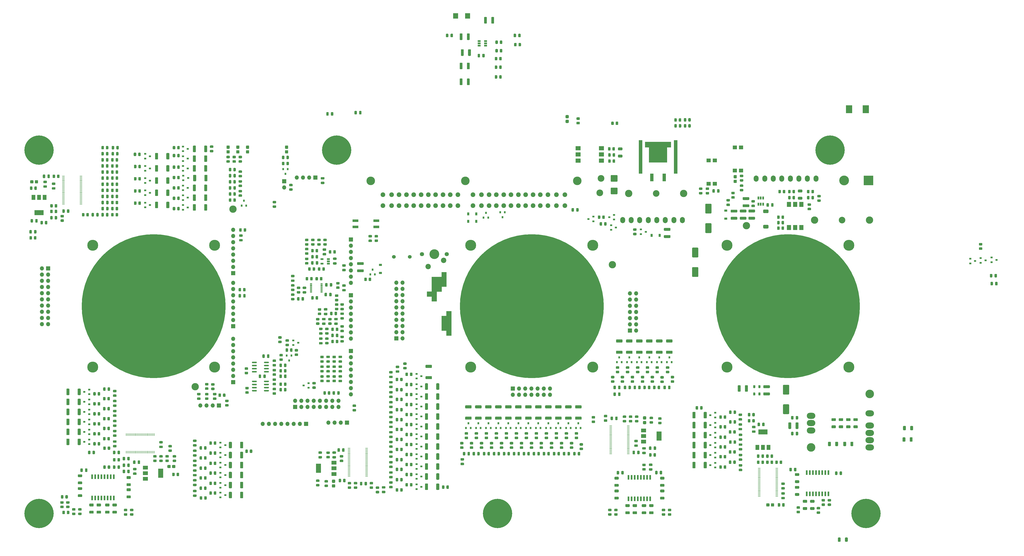
<source format=gts>
G04 #@! TF.GenerationSoftware,KiCad,Pcbnew,(5.1.9-0-10_14)*
G04 #@! TF.CreationDate,2022-04-27T15:54:58-04:00*
G04 #@! TF.ProjectId,LiBCM,4c694243-4d2e-46b6-9963-61645f706362,A*
G04 #@! TF.SameCoordinates,Original*
G04 #@! TF.FileFunction,Soldermask,Top*
G04 #@! TF.FilePolarity,Negative*
%FSLAX46Y46*%
G04 Gerber Fmt 4.6, Leading zero omitted, Abs format (unit mm)*
G04 Created by KiCad (PCBNEW (5.1.9-0-10_14)) date 2022-04-27 15:54:58*
%MOMM*%
%LPD*%
G01*
G04 APERTURE LIST*
%ADD10C,0.100000*%
%ADD11R,2.000000X1.780000*%
%ADD12C,3.000000*%
%ADD13C,4.500000*%
%ADD14C,59.000000*%
%ADD15O,1.700000X1.700000*%
%ADD16R,1.700000X1.700000*%
%ADD17O,2.000000X2.500000*%
%ADD18R,0.650000X1.220000*%
%ADD19R,1.780000X1.500000*%
%ADD20R,0.640000X1.910000*%
%ADD21R,1.220000X0.650000*%
%ADD22R,0.900000X1.200000*%
%ADD23C,2.750000*%
%ADD24R,0.900000X0.800000*%
%ADD25R,1.500000X2.000000*%
%ADD26R,3.800000X2.000000*%
%ADD27R,2.000000X1.500000*%
%ADD28R,2.000000X3.800000*%
%ADD29R,0.800000X0.900000*%
%ADD30C,4.000000*%
%ADD31R,4.000000X4.000000*%
%ADD32O,3.500000X2.500000*%
%ADD33C,3.500000*%
%ADD34R,1.200000X0.900000*%
%ADD35C,2.700000*%
%ADD36R,2.440000X1.120000*%
%ADD37C,1.900000*%
%ADD38R,1.780000X2.000000*%
%ADD39C,12.000000*%
%ADD40C,2.200000*%
%ADD41C,1.700000*%
%ADD42C,1.524000*%
%ADD43R,2.500000X3.300000*%
%ADD44R,2.100000X2.200000*%
%ADD45R,1.000000X0.250000*%
%ADD46R,0.999800X0.249800*%
%ADD47R,0.250000X1.000000*%
%ADD48R,0.249800X0.999800*%
%ADD49R,0.889000X0.305000*%
G04 APERTURE END LIST*
D10*
G36*
X199750000Y-113000000D02*
G01*
X201750000Y-113000000D01*
X201750000Y-117000000D01*
X199750000Y-117000000D01*
X199750000Y-115000000D01*
X197750000Y-115000000D01*
X197750000Y-111000000D01*
X199750000Y-111000000D01*
X199750000Y-113000000D01*
G37*
X199750000Y-113000000D02*
X201750000Y-113000000D01*
X201750000Y-117000000D01*
X199750000Y-117000000D01*
X199750000Y-115000000D01*
X197750000Y-115000000D01*
X197750000Y-111000000D01*
X199750000Y-111000000D01*
X199750000Y-113000000D01*
G36*
X195750000Y-95000000D02*
G01*
X197750000Y-95000000D01*
X197750000Y-99000000D01*
X195750000Y-99000000D01*
X195750000Y-97000000D01*
X193750000Y-97000000D01*
X193750000Y-93000000D01*
X195750000Y-93000000D01*
X195750000Y-95000000D01*
G37*
X195750000Y-95000000D02*
X197750000Y-95000000D01*
X197750000Y-99000000D01*
X195750000Y-99000000D01*
X195750000Y-97000000D01*
X193750000Y-97000000D01*
X193750000Y-93000000D01*
X195750000Y-93000000D01*
X195750000Y-95000000D01*
G36*
X199750000Y-97000000D02*
G01*
X197750000Y-97000000D01*
X197750000Y-95000000D01*
X195750000Y-95000000D01*
X195750000Y-93000000D01*
X197750000Y-93000000D01*
X197750000Y-91000000D01*
X199750000Y-91000000D01*
X199750000Y-97000000D01*
G37*
X199750000Y-97000000D02*
X197750000Y-97000000D01*
X197750000Y-95000000D01*
X195750000Y-95000000D01*
X195750000Y-93000000D01*
X197750000Y-93000000D01*
X197750000Y-91000000D01*
X199750000Y-91000000D01*
X199750000Y-97000000D01*
G36*
X201750000Y-113000000D02*
G01*
X199750000Y-113000000D01*
X199750000Y-111000000D01*
X197750000Y-111000000D01*
X197750000Y-109000000D01*
X199750000Y-109000000D01*
X199750000Y-107000000D01*
X201750000Y-107000000D01*
X201750000Y-113000000D01*
G37*
X201750000Y-113000000D02*
X199750000Y-113000000D01*
X199750000Y-111000000D01*
X197750000Y-111000000D01*
X197750000Y-109000000D01*
X199750000Y-109000000D01*
X199750000Y-107000000D01*
X201750000Y-107000000D01*
X201750000Y-113000000D01*
G36*
X195750000Y-103000000D02*
G01*
X193750000Y-103000000D01*
X193750000Y-101000000D01*
X191750000Y-101000000D01*
X191750000Y-99000000D01*
X193750000Y-99000000D01*
X193750000Y-97000000D01*
X195750000Y-97000000D01*
X195750000Y-103000000D01*
G37*
X195750000Y-103000000D02*
X193750000Y-103000000D01*
X193750000Y-101000000D01*
X191750000Y-101000000D01*
X191750000Y-99000000D01*
X193750000Y-99000000D01*
X193750000Y-97000000D01*
X195750000Y-97000000D01*
X195750000Y-103000000D01*
G04 #@! TO.C,HS1*
G36*
X280000000Y-50600000D02*
G01*
X278600000Y-50600000D01*
X278600000Y-36900000D01*
X280000000Y-36900000D01*
X280000000Y-50600000D01*
G37*
X280000000Y-50600000D02*
X278600000Y-50600000D01*
X278600000Y-36900000D01*
X280000000Y-36900000D01*
X280000000Y-50600000D01*
G36*
X294400000Y-50600000D02*
G01*
X293000000Y-50600000D01*
X293000000Y-36900000D01*
X294400000Y-36900000D01*
X294400000Y-50600000D01*
G37*
X294400000Y-50600000D02*
X293000000Y-50600000D01*
X293000000Y-36900000D01*
X294400000Y-36900000D01*
X294400000Y-50600000D01*
G36*
X290250000Y-46100000D02*
G01*
X282750000Y-46100000D01*
X282750000Y-39900000D01*
X290250000Y-39900000D01*
X290250000Y-46100000D01*
G37*
G36*
X291800000Y-39900000D02*
G01*
X281200000Y-39900000D01*
X281200000Y-37650000D01*
X291800000Y-37650000D01*
X291800000Y-39900000D01*
G37*
G36*
X284600000Y-53750000D02*
G01*
X283300000Y-53750000D01*
X283300000Y-50650000D01*
X284600000Y-50650000D01*
X284600000Y-53750000D01*
G37*
G36*
X289700000Y-53750000D02*
G01*
X288400000Y-53750000D01*
X288400000Y-50650000D01*
X289700000Y-50650000D01*
X289700000Y-53750000D01*
G37*
G04 #@! TD*
D11*
G04 #@! TO.C,U5*
X263265000Y-40210000D03*
X253735000Y-45290000D03*
X263265000Y-42750000D03*
X253735000Y-42750000D03*
X263265000Y-45290000D03*
X253735000Y-40210000D03*
G04 #@! TD*
D12*
G04 #@! TO.C,H9*
X112250000Y-65250000D03*
G04 #@! TD*
G04 #@! TO.C,R41*
G36*
G01*
X133150000Y-137450002D02*
X133150000Y-136549998D01*
G75*
G02*
X133399998Y-136300000I249998J0D01*
G01*
X133925002Y-136300000D01*
G75*
G02*
X134175000Y-136549998I0J-249998D01*
G01*
X134175000Y-137450002D01*
G75*
G02*
X133925002Y-137700000I-249998J0D01*
G01*
X133399998Y-137700000D01*
G75*
G02*
X133150000Y-137450002I0J249998D01*
G01*
G37*
G36*
G01*
X131325000Y-137450002D02*
X131325000Y-136549998D01*
G75*
G02*
X131574998Y-136300000I249998J0D01*
G01*
X132100002Y-136300000D01*
G75*
G02*
X132350000Y-136549998I0J-249998D01*
G01*
X132350000Y-137450002D01*
G75*
G02*
X132100002Y-137700000I-249998J0D01*
G01*
X131574998Y-137700000D01*
G75*
G02*
X131325000Y-137450002I0J249998D01*
G01*
G37*
G04 #@! TD*
G04 #@! TO.C,R40*
G36*
G01*
X133150000Y-129700002D02*
X133150000Y-128799998D01*
G75*
G02*
X133399998Y-128550000I249998J0D01*
G01*
X133925002Y-128550000D01*
G75*
G02*
X134175000Y-128799998I0J-249998D01*
G01*
X134175000Y-129700002D01*
G75*
G02*
X133925002Y-129950000I-249998J0D01*
G01*
X133399998Y-129950000D01*
G75*
G02*
X133150000Y-129700002I0J249998D01*
G01*
G37*
G36*
G01*
X131325000Y-129700002D02*
X131325000Y-128799998D01*
G75*
G02*
X131574998Y-128550000I249998J0D01*
G01*
X132100002Y-128550000D01*
G75*
G02*
X132350000Y-128799998I0J-249998D01*
G01*
X132350000Y-129700002D01*
G75*
G02*
X132100002Y-129950000I-249998J0D01*
G01*
X131574998Y-129950000D01*
G75*
G02*
X131325000Y-129700002I0J249998D01*
G01*
G37*
G04 #@! TD*
G04 #@! TO.C,R339*
G36*
G01*
X354700002Y-186925000D02*
X353799998Y-186925000D01*
G75*
G02*
X353550000Y-186675002I0J249998D01*
G01*
X353550000Y-186149998D01*
G75*
G02*
X353799998Y-185900000I249998J0D01*
G01*
X354700002Y-185900000D01*
G75*
G02*
X354950000Y-186149998I0J-249998D01*
G01*
X354950000Y-186675002D01*
G75*
G02*
X354700002Y-186925000I-249998J0D01*
G01*
G37*
G36*
G01*
X354700002Y-185100000D02*
X353799998Y-185100000D01*
G75*
G02*
X353550000Y-184850002I0J249998D01*
G01*
X353550000Y-184324998D01*
G75*
G02*
X353799998Y-184075000I249998J0D01*
G01*
X354700002Y-184075000D01*
G75*
G02*
X354950000Y-184324998I0J-249998D01*
G01*
X354950000Y-184850002D01*
G75*
G02*
X354700002Y-185100000I-249998J0D01*
G01*
G37*
G04 #@! TD*
G04 #@! TO.C,M1*
X96750000Y-138000000D03*
D13*
X104750000Y-130000000D03*
X54750000Y-130000000D03*
X54750000Y-80000000D03*
X104750000Y-80000000D03*
D14*
X79750000Y-105000000D03*
G04 #@! TD*
D15*
G04 #@! TO.C,J16*
X181790000Y-95390000D03*
X179250000Y-95390000D03*
X181790000Y-97930000D03*
X179250000Y-97930000D03*
X181790000Y-100470000D03*
X179250000Y-100470000D03*
X181790000Y-103010000D03*
X179250000Y-103010000D03*
X181790000Y-105550000D03*
X179250000Y-105550000D03*
X181790000Y-108090000D03*
X179250000Y-108090000D03*
X181790000Y-110630000D03*
X179250000Y-110630000D03*
X181790000Y-113170000D03*
X179250000Y-113170000D03*
X181790000Y-115710000D03*
X179250000Y-115710000D03*
X181790000Y-118250000D03*
D16*
X179250000Y-118250000D03*
G04 #@! TD*
G04 #@! TO.C,R1*
G36*
G01*
X109799998Y-45150000D02*
X110700002Y-45150000D01*
G75*
G02*
X110950000Y-45399998I0J-249998D01*
G01*
X110950000Y-45925002D01*
G75*
G02*
X110700002Y-46175000I-249998J0D01*
G01*
X109799998Y-46175000D01*
G75*
G02*
X109550000Y-45925002I0J249998D01*
G01*
X109550000Y-45399998D01*
G75*
G02*
X109799998Y-45150000I249998J0D01*
G01*
G37*
G36*
G01*
X109799998Y-43325000D02*
X110700002Y-43325000D01*
G75*
G02*
X110950000Y-43574998I0J-249998D01*
G01*
X110950000Y-44100002D01*
G75*
G02*
X110700002Y-44350000I-249998J0D01*
G01*
X109799998Y-44350000D01*
G75*
G02*
X109550000Y-44100002I0J249998D01*
G01*
X109550000Y-43574998D01*
G75*
G02*
X109799998Y-43325000I249998J0D01*
G01*
G37*
G04 #@! TD*
G04 #@! TO.C,R61*
G36*
G01*
X304450002Y-57350000D02*
X303549998Y-57350000D01*
G75*
G02*
X303300000Y-57100002I0J249998D01*
G01*
X303300000Y-56574998D01*
G75*
G02*
X303549998Y-56325000I249998J0D01*
G01*
X304450002Y-56325000D01*
G75*
G02*
X304700000Y-56574998I0J-249998D01*
G01*
X304700000Y-57100002D01*
G75*
G02*
X304450002Y-57350000I-249998J0D01*
G01*
G37*
G36*
G01*
X304450002Y-59175000D02*
X303549998Y-59175000D01*
G75*
G02*
X303300000Y-58925002I0J249998D01*
G01*
X303300000Y-58399998D01*
G75*
G02*
X303549998Y-58150000I249998J0D01*
G01*
X304450002Y-58150000D01*
G75*
G02*
X304700000Y-58399998I0J-249998D01*
G01*
X304700000Y-58925002D01*
G75*
G02*
X304450002Y-59175000I-249998J0D01*
G01*
G37*
G04 #@! TD*
D17*
G04 #@! TO.C,J9*
X296500000Y-69700000D03*
X293000000Y-69700000D03*
X289500000Y-69700000D03*
X286000000Y-69700000D03*
X282500000Y-69700000D03*
X279000000Y-69700000D03*
X275500000Y-69700000D03*
X272000000Y-69700000D03*
G04 #@! TD*
G04 #@! TO.C,C31*
G36*
G01*
X345400001Y-58350000D02*
X344099999Y-58350000D01*
G75*
G02*
X343850000Y-58100001I0J249999D01*
G01*
X343850000Y-57449999D01*
G75*
G02*
X344099999Y-57200000I249999J0D01*
G01*
X345400001Y-57200000D01*
G75*
G02*
X345650000Y-57449999I0J-249999D01*
G01*
X345650000Y-58100001D01*
G75*
G02*
X345400001Y-58350000I-249999J0D01*
G01*
G37*
G36*
G01*
X345400001Y-61300000D02*
X344099999Y-61300000D01*
G75*
G02*
X343850000Y-61050001I0J249999D01*
G01*
X343850000Y-60399999D01*
G75*
G02*
X344099999Y-60150000I249999J0D01*
G01*
X345400001Y-60150000D01*
G75*
G02*
X345650000Y-60399999I0J-249999D01*
G01*
X345650000Y-61050001D01*
G75*
G02*
X345400001Y-61300000I-249999J0D01*
G01*
G37*
G04 #@! TD*
G04 #@! TO.C,C103*
G36*
G01*
X341350000Y-171525000D02*
X341350000Y-172475000D01*
G75*
G02*
X341100000Y-172725000I-250000J0D01*
G01*
X340600000Y-172725000D01*
G75*
G02*
X340350000Y-172475000I0J250000D01*
G01*
X340350000Y-171525000D01*
G75*
G02*
X340600000Y-171275000I250000J0D01*
G01*
X341100000Y-171275000D01*
G75*
G02*
X341350000Y-171525000I0J-250000D01*
G01*
G37*
G36*
G01*
X343250000Y-171525000D02*
X343250000Y-172475000D01*
G75*
G02*
X343000000Y-172725000I-250000J0D01*
G01*
X342500000Y-172725000D01*
G75*
G02*
X342250000Y-172475000I0J250000D01*
G01*
X342250000Y-171525000D01*
G75*
G02*
X342500000Y-171275000I250000J0D01*
G01*
X343000000Y-171275000D01*
G75*
G02*
X343250000Y-171525000I0J-250000D01*
G01*
G37*
G04 #@! TD*
G04 #@! TO.C,C119*
G36*
G01*
X328050000Y-166025000D02*
X328050000Y-166975000D01*
G75*
G02*
X327800000Y-167225000I-250000J0D01*
G01*
X327300000Y-167225000D01*
G75*
G02*
X327050000Y-166975000I0J250000D01*
G01*
X327050000Y-166025000D01*
G75*
G02*
X327300000Y-165775000I250000J0D01*
G01*
X327800000Y-165775000D01*
G75*
G02*
X328050000Y-166025000I0J-250000D01*
G01*
G37*
G36*
G01*
X329950000Y-166025000D02*
X329950000Y-166975000D01*
G75*
G02*
X329700000Y-167225000I-250000J0D01*
G01*
X329200000Y-167225000D01*
G75*
G02*
X328950000Y-166975000I0J250000D01*
G01*
X328950000Y-166025000D01*
G75*
G02*
X329200000Y-165775000I250000J0D01*
G01*
X329700000Y-165775000D01*
G75*
G02*
X329950000Y-166025000I0J-250000D01*
G01*
G37*
G04 #@! TD*
G04 #@! TO.C,C40*
G36*
G01*
X59300000Y-44525000D02*
X59300000Y-45475000D01*
G75*
G02*
X59050000Y-45725000I-250000J0D01*
G01*
X58550000Y-45725000D01*
G75*
G02*
X58300000Y-45475000I0J250000D01*
G01*
X58300000Y-44525000D01*
G75*
G02*
X58550000Y-44275000I250000J0D01*
G01*
X59050000Y-44275000D01*
G75*
G02*
X59300000Y-44525000I0J-250000D01*
G01*
G37*
G36*
G01*
X61200000Y-44525000D02*
X61200000Y-45475000D01*
G75*
G02*
X60950000Y-45725000I-250000J0D01*
G01*
X60450000Y-45725000D01*
G75*
G02*
X60200000Y-45475000I0J250000D01*
G01*
X60200000Y-44525000D01*
G75*
G02*
X60450000Y-44275000I250000J0D01*
G01*
X60950000Y-44275000D01*
G75*
G02*
X61200000Y-44525000I0J-250000D01*
G01*
G37*
G04 #@! TD*
G04 #@! TO.C,C26*
G36*
G01*
X289149999Y-72925000D02*
X291350001Y-72925000D01*
G75*
G02*
X291600000Y-73174999I0J-249999D01*
G01*
X291600000Y-73825001D01*
G75*
G02*
X291350001Y-74075000I-249999J0D01*
G01*
X289149999Y-74075000D01*
G75*
G02*
X288900000Y-73825001I0J249999D01*
G01*
X288900000Y-73174999D01*
G75*
G02*
X289149999Y-72925000I249999J0D01*
G01*
G37*
G36*
G01*
X289149999Y-75875000D02*
X291350001Y-75875000D01*
G75*
G02*
X291600000Y-76124999I0J-249999D01*
G01*
X291600000Y-76775001D01*
G75*
G02*
X291350001Y-77025000I-249999J0D01*
G01*
X289149999Y-77025000D01*
G75*
G02*
X288900000Y-76775001I0J249999D01*
G01*
X288900000Y-76124999D01*
G75*
G02*
X289149999Y-75875000I249999J0D01*
G01*
G37*
G04 #@! TD*
G04 #@! TO.C,C33*
G36*
G01*
X271650001Y-41075000D02*
X270349999Y-41075000D01*
G75*
G02*
X270100000Y-40825001I0J249999D01*
G01*
X270100000Y-40174999D01*
G75*
G02*
X270349999Y-39925000I249999J0D01*
G01*
X271650001Y-39925000D01*
G75*
G02*
X271900000Y-40174999I0J-249999D01*
G01*
X271900000Y-40825001D01*
G75*
G02*
X271650001Y-41075000I-249999J0D01*
G01*
G37*
G36*
G01*
X271650001Y-44025000D02*
X270349999Y-44025000D01*
G75*
G02*
X270100000Y-43775001I0J249999D01*
G01*
X270100000Y-43124999D01*
G75*
G02*
X270349999Y-42875000I249999J0D01*
G01*
X271650001Y-42875000D01*
G75*
G02*
X271900000Y-43124999I0J-249999D01*
G01*
X271900000Y-43775001D01*
G75*
G02*
X271650001Y-44025000I-249999J0D01*
G01*
G37*
G04 #@! TD*
G04 #@! TO.C,C55*
G36*
G01*
X57900001Y-190050000D02*
X56599999Y-190050000D01*
G75*
G02*
X56350000Y-189800001I0J249999D01*
G01*
X56350000Y-189149999D01*
G75*
G02*
X56599999Y-188900000I249999J0D01*
G01*
X57900001Y-188900000D01*
G75*
G02*
X58150000Y-189149999I0J-249999D01*
G01*
X58150000Y-189800001D01*
G75*
G02*
X57900001Y-190050000I-249999J0D01*
G01*
G37*
G36*
G01*
X57900001Y-187100000D02*
X56599999Y-187100000D01*
G75*
G02*
X56350000Y-186850001I0J249999D01*
G01*
X56350000Y-186199999D01*
G75*
G02*
X56599999Y-185950000I249999J0D01*
G01*
X57900001Y-185950000D01*
G75*
G02*
X58150000Y-186199999I0J-249999D01*
G01*
X58150000Y-186850001D01*
G75*
G02*
X57900001Y-187100000I-249999J0D01*
G01*
G37*
G04 #@! TD*
G04 #@! TO.C,C56*
G36*
G01*
X54900001Y-190050000D02*
X53599999Y-190050000D01*
G75*
G02*
X53350000Y-189800001I0J249999D01*
G01*
X53350000Y-189149999D01*
G75*
G02*
X53599999Y-188900000I249999J0D01*
G01*
X54900001Y-188900000D01*
G75*
G02*
X55150000Y-189149999I0J-249999D01*
G01*
X55150000Y-189800001D01*
G75*
G02*
X54900001Y-190050000I-249999J0D01*
G01*
G37*
G36*
G01*
X54900001Y-187100000D02*
X53599999Y-187100000D01*
G75*
G02*
X53350000Y-186850001I0J249999D01*
G01*
X53350000Y-186199999D01*
G75*
G02*
X53599999Y-185950000I249999J0D01*
G01*
X54900001Y-185950000D01*
G75*
G02*
X55150000Y-186199999I0J-249999D01*
G01*
X55150000Y-186850001D01*
G75*
G02*
X54900001Y-187100000I-249999J0D01*
G01*
G37*
G04 #@! TD*
G04 #@! TO.C,C71*
G36*
G01*
X61400001Y-190050000D02*
X60099999Y-190050000D01*
G75*
G02*
X59850000Y-189800001I0J249999D01*
G01*
X59850000Y-189149999D01*
G75*
G02*
X60099999Y-188900000I249999J0D01*
G01*
X61400001Y-188900000D01*
G75*
G02*
X61650000Y-189149999I0J-249999D01*
G01*
X61650000Y-189800001D01*
G75*
G02*
X61400001Y-190050000I-249999J0D01*
G01*
G37*
G36*
G01*
X61400001Y-187100000D02*
X60099999Y-187100000D01*
G75*
G02*
X59850000Y-186850001I0J249999D01*
G01*
X59850000Y-186199999D01*
G75*
G02*
X60099999Y-185950000I249999J0D01*
G01*
X61400001Y-185950000D01*
G75*
G02*
X61650000Y-186199999I0J-249999D01*
G01*
X61650000Y-186850001D01*
G75*
G02*
X61400001Y-187100000I-249999J0D01*
G01*
G37*
G04 #@! TD*
G04 #@! TO.C,C72*
G36*
G01*
X64400001Y-190050000D02*
X63099999Y-190050000D01*
G75*
G02*
X62850000Y-189800001I0J249999D01*
G01*
X62850000Y-189149999D01*
G75*
G02*
X63099999Y-188900000I249999J0D01*
G01*
X64400001Y-188900000D01*
G75*
G02*
X64650000Y-189149999I0J-249999D01*
G01*
X64650000Y-189800001D01*
G75*
G02*
X64400001Y-190050000I-249999J0D01*
G01*
G37*
G36*
G01*
X64400001Y-187100000D02*
X63099999Y-187100000D01*
G75*
G02*
X62850000Y-186850001I0J249999D01*
G01*
X62850000Y-186199999D01*
G75*
G02*
X63099999Y-185950000I249999J0D01*
G01*
X64400001Y-185950000D01*
G75*
G02*
X64650000Y-186199999I0J-249999D01*
G01*
X64650000Y-186850001D01*
G75*
G02*
X64400001Y-187100000I-249999J0D01*
G01*
G37*
G04 #@! TD*
G04 #@! TO.C,C78*
G36*
G01*
X274650001Y-187350000D02*
X273349999Y-187350000D01*
G75*
G02*
X273100000Y-187100001I0J249999D01*
G01*
X273100000Y-186449999D01*
G75*
G02*
X273349999Y-186200000I249999J0D01*
G01*
X274650001Y-186200000D01*
G75*
G02*
X274900000Y-186449999I0J-249999D01*
G01*
X274900000Y-187100001D01*
G75*
G02*
X274650001Y-187350000I-249999J0D01*
G01*
G37*
G36*
G01*
X274650001Y-190300000D02*
X273349999Y-190300000D01*
G75*
G02*
X273100000Y-190050001I0J249999D01*
G01*
X273100000Y-189399999D01*
G75*
G02*
X273349999Y-189150000I249999J0D01*
G01*
X274650001Y-189150000D01*
G75*
G02*
X274900000Y-189399999I0J-249999D01*
G01*
X274900000Y-190050001D01*
G75*
G02*
X274650001Y-190300000I-249999J0D01*
G01*
G37*
G04 #@! TD*
G04 #@! TO.C,C92*
G36*
G01*
X277650001Y-187350000D02*
X276349999Y-187350000D01*
G75*
G02*
X276100000Y-187100001I0J249999D01*
G01*
X276100000Y-186449999D01*
G75*
G02*
X276349999Y-186200000I249999J0D01*
G01*
X277650001Y-186200000D01*
G75*
G02*
X277900000Y-186449999I0J-249999D01*
G01*
X277900000Y-187100001D01*
G75*
G02*
X277650001Y-187350000I-249999J0D01*
G01*
G37*
G36*
G01*
X277650001Y-190300000D02*
X276349999Y-190300000D01*
G75*
G02*
X276100000Y-190050001I0J249999D01*
G01*
X276100000Y-189399999D01*
G75*
G02*
X276349999Y-189150000I249999J0D01*
G01*
X277650001Y-189150000D01*
G75*
G02*
X277900000Y-189399999I0J-249999D01*
G01*
X277900000Y-190050001D01*
G75*
G02*
X277650001Y-190300000I-249999J0D01*
G01*
G37*
G04 #@! TD*
G04 #@! TO.C,C95*
G36*
G01*
X347400001Y-185600000D02*
X346099999Y-185600000D01*
G75*
G02*
X345850000Y-185350001I0J249999D01*
G01*
X345850000Y-184699999D01*
G75*
G02*
X346099999Y-184450000I249999J0D01*
G01*
X347400001Y-184450000D01*
G75*
G02*
X347650000Y-184699999I0J-249999D01*
G01*
X347650000Y-185350001D01*
G75*
G02*
X347400001Y-185600000I-249999J0D01*
G01*
G37*
G36*
G01*
X347400001Y-188550000D02*
X346099999Y-188550000D01*
G75*
G02*
X345850000Y-188300001I0J249999D01*
G01*
X345850000Y-187649999D01*
G75*
G02*
X346099999Y-187400000I249999J0D01*
G01*
X347400001Y-187400000D01*
G75*
G02*
X347650000Y-187649999I0J-249999D01*
G01*
X347650000Y-188300001D01*
G75*
G02*
X347400001Y-188550000I-249999J0D01*
G01*
G37*
G04 #@! TD*
G04 #@! TO.C,C96*
G36*
G01*
X350400001Y-185600000D02*
X349099999Y-185600000D01*
G75*
G02*
X348850000Y-185350001I0J249999D01*
G01*
X348850000Y-184699999D01*
G75*
G02*
X349099999Y-184450000I249999J0D01*
G01*
X350400001Y-184450000D01*
G75*
G02*
X350650000Y-184699999I0J-249999D01*
G01*
X350650000Y-185350001D01*
G75*
G02*
X350400001Y-185600000I-249999J0D01*
G01*
G37*
G36*
G01*
X350400001Y-188550000D02*
X349099999Y-188550000D01*
G75*
G02*
X348850000Y-188300001I0J249999D01*
G01*
X348850000Y-187649999D01*
G75*
G02*
X349099999Y-187400000I249999J0D01*
G01*
X350400001Y-187400000D01*
G75*
G02*
X350650000Y-187649999I0J-249999D01*
G01*
X350650000Y-188300001D01*
G75*
G02*
X350400001Y-188550000I-249999J0D01*
G01*
G37*
G04 #@! TD*
G04 #@! TO.C,R68*
G36*
G01*
X267012500Y-40049998D02*
X267012500Y-40950002D01*
G75*
G02*
X266762502Y-41200000I-249998J0D01*
G01*
X266237498Y-41200000D01*
G75*
G02*
X265987500Y-40950002I0J249998D01*
G01*
X265987500Y-40049998D01*
G75*
G02*
X266237498Y-39800000I249998J0D01*
G01*
X266762502Y-39800000D01*
G75*
G02*
X267012500Y-40049998I0J-249998D01*
G01*
G37*
G36*
G01*
X268837500Y-40049998D02*
X268837500Y-40950002D01*
G75*
G02*
X268587502Y-41200000I-249998J0D01*
G01*
X268062498Y-41200000D01*
G75*
G02*
X267812500Y-40950002I0J249998D01*
G01*
X267812500Y-40049998D01*
G75*
G02*
X268062498Y-39800000I249998J0D01*
G01*
X268587502Y-39800000D01*
G75*
G02*
X268837500Y-40049998I0J-249998D01*
G01*
G37*
G04 #@! TD*
G04 #@! TO.C,R69*
G36*
G01*
X341650000Y-58450002D02*
X341650000Y-57549998D01*
G75*
G02*
X341899998Y-57300000I249998J0D01*
G01*
X342425002Y-57300000D01*
G75*
G02*
X342675000Y-57549998I0J-249998D01*
G01*
X342675000Y-58450002D01*
G75*
G02*
X342425002Y-58700000I-249998J0D01*
G01*
X341899998Y-58700000D01*
G75*
G02*
X341650000Y-58450002I0J249998D01*
G01*
G37*
G36*
G01*
X339825000Y-58450002D02*
X339825000Y-57549998D01*
G75*
G02*
X340074998Y-57300000I249998J0D01*
G01*
X340600002Y-57300000D01*
G75*
G02*
X340850000Y-57549998I0J-249998D01*
G01*
X340850000Y-58450002D01*
G75*
G02*
X340600002Y-58700000I-249998J0D01*
G01*
X340074998Y-58700000D01*
G75*
G02*
X339825000Y-58450002I0J249998D01*
G01*
G37*
G04 #@! TD*
G04 #@! TO.C,R70*
G36*
G01*
X340850000Y-60049998D02*
X340850000Y-60950002D01*
G75*
G02*
X340600002Y-61200000I-249998J0D01*
G01*
X340074998Y-61200000D01*
G75*
G02*
X339825000Y-60950002I0J249998D01*
G01*
X339825000Y-60049998D01*
G75*
G02*
X340074998Y-59800000I249998J0D01*
G01*
X340600002Y-59800000D01*
G75*
G02*
X340850000Y-60049998I0J-249998D01*
G01*
G37*
G36*
G01*
X342675000Y-60049998D02*
X342675000Y-60950002D01*
G75*
G02*
X342425002Y-61200000I-249998J0D01*
G01*
X341899998Y-61200000D01*
G75*
G02*
X341650000Y-60950002I0J249998D01*
G01*
X341650000Y-60049998D01*
G75*
G02*
X341899998Y-59800000I249998J0D01*
G01*
X342425002Y-59800000D01*
G75*
G02*
X342675000Y-60049998I0J-249998D01*
G01*
G37*
G04 #@! TD*
G04 #@! TO.C,R71*
G36*
G01*
X352049998Y-61200000D02*
X352950002Y-61200000D01*
G75*
G02*
X353200000Y-61449998I0J-249998D01*
G01*
X353200000Y-61975002D01*
G75*
G02*
X352950002Y-62225000I-249998J0D01*
G01*
X352049998Y-62225000D01*
G75*
G02*
X351800000Y-61975002I0J249998D01*
G01*
X351800000Y-61449998D01*
G75*
G02*
X352049998Y-61200000I249998J0D01*
G01*
G37*
G36*
G01*
X352049998Y-59375000D02*
X352950002Y-59375000D01*
G75*
G02*
X353200000Y-59624998I0J-249998D01*
G01*
X353200000Y-60150002D01*
G75*
G02*
X352950002Y-60400000I-249998J0D01*
G01*
X352049998Y-60400000D01*
G75*
G02*
X351800000Y-60150002I0J249998D01*
G01*
X351800000Y-59624998D01*
G75*
G02*
X352049998Y-59375000I249998J0D01*
G01*
G37*
G04 #@! TD*
G04 #@! TO.C,R72*
G36*
G01*
X349400000Y-58450002D02*
X349400000Y-57549998D01*
G75*
G02*
X349649998Y-57300000I249998J0D01*
G01*
X350175002Y-57300000D01*
G75*
G02*
X350425000Y-57549998I0J-249998D01*
G01*
X350425000Y-58450002D01*
G75*
G02*
X350175002Y-58700000I-249998J0D01*
G01*
X349649998Y-58700000D01*
G75*
G02*
X349400000Y-58450002I0J249998D01*
G01*
G37*
G36*
G01*
X347575000Y-58450002D02*
X347575000Y-57549998D01*
G75*
G02*
X347824998Y-57300000I249998J0D01*
G01*
X348350002Y-57300000D01*
G75*
G02*
X348600000Y-57549998I0J-249998D01*
G01*
X348600000Y-58450002D01*
G75*
G02*
X348350002Y-58700000I-249998J0D01*
G01*
X347824998Y-58700000D01*
G75*
G02*
X347575000Y-58450002I0J249998D01*
G01*
G37*
G04 #@! TD*
G04 #@! TO.C,R74*
G36*
G01*
X295012500Y-31500002D02*
X295012500Y-30599998D01*
G75*
G02*
X295262498Y-30350000I249998J0D01*
G01*
X295787502Y-30350000D01*
G75*
G02*
X296037500Y-30599998I0J-249998D01*
G01*
X296037500Y-31500002D01*
G75*
G02*
X295787502Y-31750000I-249998J0D01*
G01*
X295262498Y-31750000D01*
G75*
G02*
X295012500Y-31500002I0J249998D01*
G01*
G37*
G36*
G01*
X293187500Y-31500002D02*
X293187500Y-30599998D01*
G75*
G02*
X293437498Y-30350000I249998J0D01*
G01*
X293962502Y-30350000D01*
G75*
G02*
X294212500Y-30599998I0J-249998D01*
G01*
X294212500Y-31500002D01*
G75*
G02*
X293962502Y-31750000I-249998J0D01*
G01*
X293437498Y-31750000D01*
G75*
G02*
X293187500Y-31500002I0J249998D01*
G01*
G37*
G04 #@! TD*
G04 #@! TO.C,R75*
G36*
G01*
X295000000Y-29100002D02*
X295000000Y-28199998D01*
G75*
G02*
X295249998Y-27950000I249998J0D01*
G01*
X295775002Y-27950000D01*
G75*
G02*
X296025000Y-28199998I0J-249998D01*
G01*
X296025000Y-29100002D01*
G75*
G02*
X295775002Y-29350000I-249998J0D01*
G01*
X295249998Y-29350000D01*
G75*
G02*
X295000000Y-29100002I0J249998D01*
G01*
G37*
G36*
G01*
X293175000Y-29100002D02*
X293175000Y-28199998D01*
G75*
G02*
X293424998Y-27950000I249998J0D01*
G01*
X293950002Y-27950000D01*
G75*
G02*
X294200000Y-28199998I0J-249998D01*
G01*
X294200000Y-29100002D01*
G75*
G02*
X293950002Y-29350000I-249998J0D01*
G01*
X293424998Y-29350000D01*
G75*
G02*
X293175000Y-29100002I0J249998D01*
G01*
G37*
G04 #@! TD*
G04 #@! TO.C,R77*
G36*
G01*
X298900000Y-29050002D02*
X298900000Y-28149998D01*
G75*
G02*
X299149998Y-27900000I249998J0D01*
G01*
X299675002Y-27900000D01*
G75*
G02*
X299925000Y-28149998I0J-249998D01*
G01*
X299925000Y-29050002D01*
G75*
G02*
X299675002Y-29300000I-249998J0D01*
G01*
X299149998Y-29300000D01*
G75*
G02*
X298900000Y-29050002I0J249998D01*
G01*
G37*
G36*
G01*
X297075000Y-29050002D02*
X297075000Y-28149998D01*
G75*
G02*
X297324998Y-27900000I249998J0D01*
G01*
X297850002Y-27900000D01*
G75*
G02*
X298100000Y-28149998I0J-249998D01*
G01*
X298100000Y-29050002D01*
G75*
G02*
X297850002Y-29300000I-249998J0D01*
G01*
X297324998Y-29300000D01*
G75*
G02*
X297075000Y-29050002I0J249998D01*
G01*
G37*
G04 #@! TD*
G04 #@! TO.C,R78*
G36*
G01*
X267100000Y-45049998D02*
X267100000Y-45950002D01*
G75*
G02*
X266850002Y-46200000I-249998J0D01*
G01*
X266324998Y-46200000D01*
G75*
G02*
X266075000Y-45950002I0J249998D01*
G01*
X266075000Y-45049998D01*
G75*
G02*
X266324998Y-44800000I249998J0D01*
G01*
X266850002Y-44800000D01*
G75*
G02*
X267100000Y-45049998I0J-249998D01*
G01*
G37*
G36*
G01*
X268925000Y-45049998D02*
X268925000Y-45950002D01*
G75*
G02*
X268675002Y-46200000I-249998J0D01*
G01*
X268149998Y-46200000D01*
G75*
G02*
X267900000Y-45950002I0J249998D01*
G01*
X267900000Y-45049998D01*
G75*
G02*
X268149998Y-44800000I249998J0D01*
G01*
X268675002Y-44800000D01*
G75*
G02*
X268925000Y-45049998I0J-249998D01*
G01*
G37*
G04 #@! TD*
G04 #@! TO.C,R79*
G36*
G01*
X298900000Y-31500002D02*
X298900000Y-30599998D01*
G75*
G02*
X299149998Y-30350000I249998J0D01*
G01*
X299675002Y-30350000D01*
G75*
G02*
X299925000Y-30599998I0J-249998D01*
G01*
X299925000Y-31500002D01*
G75*
G02*
X299675002Y-31750000I-249998J0D01*
G01*
X299149998Y-31750000D01*
G75*
G02*
X298900000Y-31500002I0J249998D01*
G01*
G37*
G36*
G01*
X297075000Y-31500002D02*
X297075000Y-30599998D01*
G75*
G02*
X297324998Y-30350000I249998J0D01*
G01*
X297850002Y-30350000D01*
G75*
G02*
X298100000Y-30599998I0J-249998D01*
G01*
X298100000Y-31500002D01*
G75*
G02*
X297850002Y-31750000I-249998J0D01*
G01*
X297324998Y-31750000D01*
G75*
G02*
X297075000Y-31500002I0J249998D01*
G01*
G37*
G04 #@! TD*
G04 #@! TO.C,R83*
G36*
G01*
X100450000Y-65575001D02*
X100450000Y-63424999D01*
G75*
G02*
X100699999Y-63175000I249999J0D01*
G01*
X101425001Y-63175000D01*
G75*
G02*
X101675000Y-63424999I0J-249999D01*
G01*
X101675000Y-65575001D01*
G75*
G02*
X101425001Y-65825000I-249999J0D01*
G01*
X100699999Y-65825000D01*
G75*
G02*
X100450000Y-65575001I0J249999D01*
G01*
G37*
G36*
G01*
X95825000Y-65575001D02*
X95825000Y-63424999D01*
G75*
G02*
X96074999Y-63175000I249999J0D01*
G01*
X96800001Y-63175000D01*
G75*
G02*
X97050000Y-63424999I0J-249999D01*
G01*
X97050000Y-65575001D01*
G75*
G02*
X96800001Y-65825000I-249999J0D01*
G01*
X96074999Y-65825000D01*
G75*
G02*
X95825000Y-65575001I0J249999D01*
G01*
G37*
G04 #@! TD*
G04 #@! TO.C,R84*
G36*
G01*
X84950000Y-64575001D02*
X84950000Y-62424999D01*
G75*
G02*
X85199999Y-62175000I249999J0D01*
G01*
X85925001Y-62175000D01*
G75*
G02*
X86175000Y-62424999I0J-249999D01*
G01*
X86175000Y-64575001D01*
G75*
G02*
X85925001Y-64825000I-249999J0D01*
G01*
X85199999Y-64825000D01*
G75*
G02*
X84950000Y-64575001I0J249999D01*
G01*
G37*
G36*
G01*
X80325000Y-64575001D02*
X80325000Y-62424999D01*
G75*
G02*
X80574999Y-62175000I249999J0D01*
G01*
X81300001Y-62175000D01*
G75*
G02*
X81550000Y-62424999I0J-249999D01*
G01*
X81550000Y-64575001D01*
G75*
G02*
X81300001Y-64825000I-249999J0D01*
G01*
X80574999Y-64825000D01*
G75*
G02*
X80325000Y-64575001I0J249999D01*
G01*
G37*
G04 #@! TD*
G04 #@! TO.C,R85*
G36*
G01*
X100450000Y-61575001D02*
X100450000Y-59424999D01*
G75*
G02*
X100699999Y-59175000I249999J0D01*
G01*
X101425001Y-59175000D01*
G75*
G02*
X101675000Y-59424999I0J-249999D01*
G01*
X101675000Y-61575001D01*
G75*
G02*
X101425001Y-61825000I-249999J0D01*
G01*
X100699999Y-61825000D01*
G75*
G02*
X100450000Y-61575001I0J249999D01*
G01*
G37*
G36*
G01*
X95825000Y-61575001D02*
X95825000Y-59424999D01*
G75*
G02*
X96074999Y-59175000I249999J0D01*
G01*
X96800001Y-59175000D01*
G75*
G02*
X97050000Y-59424999I0J-249999D01*
G01*
X97050000Y-61575001D01*
G75*
G02*
X96800001Y-61825000I-249999J0D01*
G01*
X96074999Y-61825000D01*
G75*
G02*
X95825000Y-61575001I0J249999D01*
G01*
G37*
G04 #@! TD*
G04 #@! TO.C,R86*
G36*
G01*
X84950000Y-59575001D02*
X84950000Y-57424999D01*
G75*
G02*
X85199999Y-57175000I249999J0D01*
G01*
X85925001Y-57175000D01*
G75*
G02*
X86175000Y-57424999I0J-249999D01*
G01*
X86175000Y-59575001D01*
G75*
G02*
X85925001Y-59825000I-249999J0D01*
G01*
X85199999Y-59825000D01*
G75*
G02*
X84950000Y-59575001I0J249999D01*
G01*
G37*
G36*
G01*
X80325000Y-59575001D02*
X80325000Y-57424999D01*
G75*
G02*
X80574999Y-57175000I249999J0D01*
G01*
X81300001Y-57175000D01*
G75*
G02*
X81550000Y-57424999I0J-249999D01*
G01*
X81550000Y-59575001D01*
G75*
G02*
X81300001Y-59825000I-249999J0D01*
G01*
X80574999Y-59825000D01*
G75*
G02*
X80325000Y-59575001I0J249999D01*
G01*
G37*
G04 #@! TD*
G04 #@! TO.C,R87*
G36*
G01*
X100450000Y-57575001D02*
X100450000Y-55424999D01*
G75*
G02*
X100699999Y-55175000I249999J0D01*
G01*
X101425001Y-55175000D01*
G75*
G02*
X101675000Y-55424999I0J-249999D01*
G01*
X101675000Y-57575001D01*
G75*
G02*
X101425001Y-57825000I-249999J0D01*
G01*
X100699999Y-57825000D01*
G75*
G02*
X100450000Y-57575001I0J249999D01*
G01*
G37*
G36*
G01*
X95825000Y-57575001D02*
X95825000Y-55424999D01*
G75*
G02*
X96074999Y-55175000I249999J0D01*
G01*
X96800001Y-55175000D01*
G75*
G02*
X97050000Y-55424999I0J-249999D01*
G01*
X97050000Y-57575001D01*
G75*
G02*
X96800001Y-57825000I-249999J0D01*
G01*
X96074999Y-57825000D01*
G75*
G02*
X95825000Y-57575001I0J249999D01*
G01*
G37*
G04 #@! TD*
G04 #@! TO.C,R88*
G36*
G01*
X84950000Y-54575001D02*
X84950000Y-52424999D01*
G75*
G02*
X85199999Y-52175000I249999J0D01*
G01*
X85925001Y-52175000D01*
G75*
G02*
X86175000Y-52424999I0J-249999D01*
G01*
X86175000Y-54575001D01*
G75*
G02*
X85925001Y-54825000I-249999J0D01*
G01*
X85199999Y-54825000D01*
G75*
G02*
X84950000Y-54575001I0J249999D01*
G01*
G37*
G36*
G01*
X80325000Y-54575001D02*
X80325000Y-52424999D01*
G75*
G02*
X80574999Y-52175000I249999J0D01*
G01*
X81300001Y-52175000D01*
G75*
G02*
X81550000Y-52424999I0J-249999D01*
G01*
X81550000Y-54575001D01*
G75*
G02*
X81300001Y-54825000I-249999J0D01*
G01*
X80574999Y-54825000D01*
G75*
G02*
X80325000Y-54575001I0J249999D01*
G01*
G37*
G04 #@! TD*
G04 #@! TO.C,R89*
G36*
G01*
X100550000Y-53525001D02*
X100550000Y-51374999D01*
G75*
G02*
X100799999Y-51125000I249999J0D01*
G01*
X101525001Y-51125000D01*
G75*
G02*
X101775000Y-51374999I0J-249999D01*
G01*
X101775000Y-53525001D01*
G75*
G02*
X101525001Y-53775000I-249999J0D01*
G01*
X100799999Y-53775000D01*
G75*
G02*
X100550000Y-53525001I0J249999D01*
G01*
G37*
G36*
G01*
X95925000Y-53525001D02*
X95925000Y-51374999D01*
G75*
G02*
X96174999Y-51125000I249999J0D01*
G01*
X96900001Y-51125000D01*
G75*
G02*
X97150000Y-51374999I0J-249999D01*
G01*
X97150000Y-53525001D01*
G75*
G02*
X96900001Y-53775000I-249999J0D01*
G01*
X96174999Y-53775000D01*
G75*
G02*
X95925000Y-53525001I0J249999D01*
G01*
G37*
G04 #@! TD*
G04 #@! TO.C,R90*
G36*
G01*
X84950000Y-49575001D02*
X84950000Y-47424999D01*
G75*
G02*
X85199999Y-47175000I249999J0D01*
G01*
X85925001Y-47175000D01*
G75*
G02*
X86175000Y-47424999I0J-249999D01*
G01*
X86175000Y-49575001D01*
G75*
G02*
X85925001Y-49825000I-249999J0D01*
G01*
X85199999Y-49825000D01*
G75*
G02*
X84950000Y-49575001I0J249999D01*
G01*
G37*
G36*
G01*
X80325000Y-49575001D02*
X80325000Y-47424999D01*
G75*
G02*
X80574999Y-47175000I249999J0D01*
G01*
X81300001Y-47175000D01*
G75*
G02*
X81550000Y-47424999I0J-249999D01*
G01*
X81550000Y-49575001D01*
G75*
G02*
X81300001Y-49825000I-249999J0D01*
G01*
X80574999Y-49825000D01*
G75*
G02*
X80325000Y-49575001I0J249999D01*
G01*
G37*
G04 #@! TD*
G04 #@! TO.C,R91*
G36*
G01*
X100450000Y-49575001D02*
X100450000Y-47424999D01*
G75*
G02*
X100699999Y-47175000I249999J0D01*
G01*
X101425001Y-47175000D01*
G75*
G02*
X101675000Y-47424999I0J-249999D01*
G01*
X101675000Y-49575001D01*
G75*
G02*
X101425001Y-49825000I-249999J0D01*
G01*
X100699999Y-49825000D01*
G75*
G02*
X100450000Y-49575001I0J249999D01*
G01*
G37*
G36*
G01*
X95825000Y-49575001D02*
X95825000Y-47424999D01*
G75*
G02*
X96074999Y-47175000I249999J0D01*
G01*
X96800001Y-47175000D01*
G75*
G02*
X97050000Y-47424999I0J-249999D01*
G01*
X97050000Y-49575001D01*
G75*
G02*
X96800001Y-49825000I-249999J0D01*
G01*
X96074999Y-49825000D01*
G75*
G02*
X95825000Y-49575001I0J249999D01*
G01*
G37*
G04 #@! TD*
G04 #@! TO.C,R92*
G36*
G01*
X84950000Y-44575001D02*
X84950000Y-42424999D01*
G75*
G02*
X85199999Y-42175000I249999J0D01*
G01*
X85925001Y-42175000D01*
G75*
G02*
X86175000Y-42424999I0J-249999D01*
G01*
X86175000Y-44575001D01*
G75*
G02*
X85925001Y-44825000I-249999J0D01*
G01*
X85199999Y-44825000D01*
G75*
G02*
X84950000Y-44575001I0J249999D01*
G01*
G37*
G36*
G01*
X80325000Y-44575001D02*
X80325000Y-42424999D01*
G75*
G02*
X80574999Y-42175000I249999J0D01*
G01*
X81300001Y-42175000D01*
G75*
G02*
X81550000Y-42424999I0J-249999D01*
G01*
X81550000Y-44575001D01*
G75*
G02*
X81300001Y-44825000I-249999J0D01*
G01*
X80574999Y-44825000D01*
G75*
G02*
X80325000Y-44575001I0J249999D01*
G01*
G37*
G04 #@! TD*
G04 #@! TO.C,R93*
G36*
G01*
X100450000Y-45575001D02*
X100450000Y-43424999D01*
G75*
G02*
X100699999Y-43175000I249999J0D01*
G01*
X101425001Y-43175000D01*
G75*
G02*
X101675000Y-43424999I0J-249999D01*
G01*
X101675000Y-45575001D01*
G75*
G02*
X101425001Y-45825000I-249999J0D01*
G01*
X100699999Y-45825000D01*
G75*
G02*
X100450000Y-45575001I0J249999D01*
G01*
G37*
G36*
G01*
X95825000Y-45575001D02*
X95825000Y-43424999D01*
G75*
G02*
X96074999Y-43175000I249999J0D01*
G01*
X96800001Y-43175000D01*
G75*
G02*
X97050000Y-43424999I0J-249999D01*
G01*
X97050000Y-45575001D01*
G75*
G02*
X96800001Y-45825000I-249999J0D01*
G01*
X96074999Y-45825000D01*
G75*
G02*
X95825000Y-45575001I0J249999D01*
G01*
G37*
G04 #@! TD*
G04 #@! TO.C,R94*
G36*
G01*
X100450000Y-41575001D02*
X100450000Y-39424999D01*
G75*
G02*
X100699999Y-39175000I249999J0D01*
G01*
X101425001Y-39175000D01*
G75*
G02*
X101675000Y-39424999I0J-249999D01*
G01*
X101675000Y-41575001D01*
G75*
G02*
X101425001Y-41825000I-249999J0D01*
G01*
X100699999Y-41825000D01*
G75*
G02*
X100450000Y-41575001I0J249999D01*
G01*
G37*
G36*
G01*
X95825000Y-41575001D02*
X95825000Y-39424999D01*
G75*
G02*
X96074999Y-39175000I249999J0D01*
G01*
X96800001Y-39175000D01*
G75*
G02*
X97050000Y-39424999I0J-249999D01*
G01*
X97050000Y-41575001D01*
G75*
G02*
X96800001Y-41825000I-249999J0D01*
G01*
X96074999Y-41825000D01*
G75*
G02*
X95825000Y-41575001I0J249999D01*
G01*
G37*
G04 #@! TD*
G04 #@! TO.C,R95*
G36*
G01*
X51350000Y-67049998D02*
X51350000Y-67950002D01*
G75*
G02*
X51100002Y-68200000I-249998J0D01*
G01*
X50574998Y-68200000D01*
G75*
G02*
X50325000Y-67950002I0J249998D01*
G01*
X50325000Y-67049998D01*
G75*
G02*
X50574998Y-66800000I249998J0D01*
G01*
X51100002Y-66800000D01*
G75*
G02*
X51350000Y-67049998I0J-249998D01*
G01*
G37*
G36*
G01*
X53175000Y-67049998D02*
X53175000Y-67950002D01*
G75*
G02*
X52925002Y-68200000I-249998J0D01*
G01*
X52399998Y-68200000D01*
G75*
G02*
X52150000Y-67950002I0J249998D01*
G01*
X52150000Y-67049998D01*
G75*
G02*
X52399998Y-66800000I249998J0D01*
G01*
X52925002Y-66800000D01*
G75*
G02*
X53175000Y-67049998I0J-249998D01*
G01*
G37*
G04 #@! TD*
G04 #@! TO.C,R129*
G36*
G01*
X50175003Y-175100000D02*
X48924997Y-175100000D01*
G75*
G02*
X48675000Y-174850003I0J249997D01*
G01*
X48675000Y-174224997D01*
G75*
G02*
X48924997Y-173975000I249997J0D01*
G01*
X50175003Y-173975000D01*
G75*
G02*
X50425000Y-174224997I0J-249997D01*
G01*
X50425000Y-174850003D01*
G75*
G02*
X50175003Y-175100000I-249997J0D01*
G01*
G37*
G36*
G01*
X50175003Y-178025000D02*
X48924997Y-178025000D01*
G75*
G02*
X48675000Y-177775003I0J249997D01*
G01*
X48675000Y-177149997D01*
G75*
G02*
X48924997Y-176900000I249997J0D01*
G01*
X50175003Y-176900000D01*
G75*
G02*
X50425000Y-177149997I0J-249997D01*
G01*
X50425000Y-177775003D01*
G75*
G02*
X50175003Y-178025000I-249997J0D01*
G01*
G37*
G04 #@! TD*
G04 #@! TO.C,R131*
G36*
G01*
X50175003Y-180350000D02*
X48924997Y-180350000D01*
G75*
G02*
X48675000Y-180100003I0J249997D01*
G01*
X48675000Y-179474997D01*
G75*
G02*
X48924997Y-179225000I249997J0D01*
G01*
X50175003Y-179225000D01*
G75*
G02*
X50425000Y-179474997I0J-249997D01*
G01*
X50425000Y-180100003D01*
G75*
G02*
X50175003Y-180350000I-249997J0D01*
G01*
G37*
G36*
G01*
X50175003Y-183275000D02*
X48924997Y-183275000D01*
G75*
G02*
X48675000Y-183025003I0J249997D01*
G01*
X48675000Y-182399997D01*
G75*
G02*
X48924997Y-182150000I249997J0D01*
G01*
X50175003Y-182150000D01*
G75*
G02*
X50425000Y-182399997I0J-249997D01*
G01*
X50425000Y-183025003D01*
G75*
G02*
X50175003Y-183275000I-249997J0D01*
G01*
G37*
G04 #@! TD*
G04 #@! TO.C,R132*
G36*
G01*
X115200000Y-183525001D02*
X115200000Y-181374999D01*
G75*
G02*
X115449999Y-181125000I249999J0D01*
G01*
X116175001Y-181125000D01*
G75*
G02*
X116425000Y-181374999I0J-249999D01*
G01*
X116425000Y-183525001D01*
G75*
G02*
X116175001Y-183775000I-249999J0D01*
G01*
X115449999Y-183775000D01*
G75*
G02*
X115200000Y-183525001I0J249999D01*
G01*
G37*
G36*
G01*
X110575000Y-183525001D02*
X110575000Y-181374999D01*
G75*
G02*
X110824999Y-181125000I249999J0D01*
G01*
X111550001Y-181125000D01*
G75*
G02*
X111800000Y-181374999I0J-249999D01*
G01*
X111800000Y-183525001D01*
G75*
G02*
X111550001Y-183775000I-249999J0D01*
G01*
X110824999Y-183775000D01*
G75*
G02*
X110575000Y-183525001I0J249999D01*
G01*
G37*
G04 #@! TD*
G04 #@! TO.C,R133*
G36*
G01*
X115200000Y-179425001D02*
X115200000Y-177274999D01*
G75*
G02*
X115449999Y-177025000I249999J0D01*
G01*
X116175001Y-177025000D01*
G75*
G02*
X116425000Y-177274999I0J-249999D01*
G01*
X116425000Y-179425001D01*
G75*
G02*
X116175001Y-179675000I-249999J0D01*
G01*
X115449999Y-179675000D01*
G75*
G02*
X115200000Y-179425001I0J249999D01*
G01*
G37*
G36*
G01*
X110575000Y-179425001D02*
X110575000Y-177274999D01*
G75*
G02*
X110824999Y-177025000I249999J0D01*
G01*
X111550001Y-177025000D01*
G75*
G02*
X111800000Y-177274999I0J-249999D01*
G01*
X111800000Y-179425001D01*
G75*
G02*
X111550001Y-179675000I-249999J0D01*
G01*
X110824999Y-179675000D01*
G75*
G02*
X110575000Y-179425001I0J249999D01*
G01*
G37*
G04 #@! TD*
G04 #@! TO.C,R134*
G36*
G01*
X115200000Y-175325001D02*
X115200000Y-173174999D01*
G75*
G02*
X115449999Y-172925000I249999J0D01*
G01*
X116175001Y-172925000D01*
G75*
G02*
X116425000Y-173174999I0J-249999D01*
G01*
X116425000Y-175325001D01*
G75*
G02*
X116175001Y-175575000I-249999J0D01*
G01*
X115449999Y-175575000D01*
G75*
G02*
X115200000Y-175325001I0J249999D01*
G01*
G37*
G36*
G01*
X110575000Y-175325001D02*
X110575000Y-173174999D01*
G75*
G02*
X110824999Y-172925000I249999J0D01*
G01*
X111550001Y-172925000D01*
G75*
G02*
X111800000Y-173174999I0J-249999D01*
G01*
X111800000Y-175325001D01*
G75*
G02*
X111550001Y-175575000I-249999J0D01*
G01*
X110824999Y-175575000D01*
G75*
G02*
X110575000Y-175325001I0J249999D01*
G01*
G37*
G04 #@! TD*
G04 #@! TO.C,R135*
G36*
G01*
X115200000Y-171225001D02*
X115200000Y-169074999D01*
G75*
G02*
X115449999Y-168825000I249999J0D01*
G01*
X116175001Y-168825000D01*
G75*
G02*
X116425000Y-169074999I0J-249999D01*
G01*
X116425000Y-171225001D01*
G75*
G02*
X116175001Y-171475000I-249999J0D01*
G01*
X115449999Y-171475000D01*
G75*
G02*
X115200000Y-171225001I0J249999D01*
G01*
G37*
G36*
G01*
X110575000Y-171225001D02*
X110575000Y-169074999D01*
G75*
G02*
X110824999Y-168825000I249999J0D01*
G01*
X111550001Y-168825000D01*
G75*
G02*
X111800000Y-169074999I0J-249999D01*
G01*
X111800000Y-171225001D01*
G75*
G02*
X111550001Y-171475000I-249999J0D01*
G01*
X110824999Y-171475000D01*
G75*
G02*
X110575000Y-171225001I0J249999D01*
G01*
G37*
G04 #@! TD*
G04 #@! TO.C,R136*
G36*
G01*
X115200000Y-167125001D02*
X115200000Y-164974999D01*
G75*
G02*
X115449999Y-164725000I249999J0D01*
G01*
X116175001Y-164725000D01*
G75*
G02*
X116425000Y-164974999I0J-249999D01*
G01*
X116425000Y-167125001D01*
G75*
G02*
X116175001Y-167375000I-249999J0D01*
G01*
X115449999Y-167375000D01*
G75*
G02*
X115200000Y-167125001I0J249999D01*
G01*
G37*
G36*
G01*
X110575000Y-167125001D02*
X110575000Y-164974999D01*
G75*
G02*
X110824999Y-164725000I249999J0D01*
G01*
X111550001Y-164725000D01*
G75*
G02*
X111800000Y-164974999I0J-249999D01*
G01*
X111800000Y-167125001D01*
G75*
G02*
X111550001Y-167375000I-249999J0D01*
G01*
X110824999Y-167375000D01*
G75*
G02*
X110575000Y-167125001I0J249999D01*
G01*
G37*
G04 #@! TD*
G04 #@! TO.C,R137*
G36*
G01*
X115200000Y-163025001D02*
X115200000Y-160874999D01*
G75*
G02*
X115449999Y-160625000I249999J0D01*
G01*
X116175001Y-160625000D01*
G75*
G02*
X116425000Y-160874999I0J-249999D01*
G01*
X116425000Y-163025001D01*
G75*
G02*
X116175001Y-163275000I-249999J0D01*
G01*
X115449999Y-163275000D01*
G75*
G02*
X115200000Y-163025001I0J249999D01*
G01*
G37*
G36*
G01*
X110575000Y-163025001D02*
X110575000Y-160874999D01*
G75*
G02*
X110824999Y-160625000I249999J0D01*
G01*
X111550001Y-160625000D01*
G75*
G02*
X111800000Y-160874999I0J-249999D01*
G01*
X111800000Y-163025001D01*
G75*
G02*
X111550001Y-163275000I-249999J0D01*
G01*
X110824999Y-163275000D01*
G75*
G02*
X110575000Y-163025001I0J249999D01*
G01*
G37*
G04 #@! TD*
G04 #@! TO.C,R138*
G36*
G01*
X45200000Y-139074999D02*
X45200000Y-141225001D01*
G75*
G02*
X44950001Y-141475000I-249999J0D01*
G01*
X44224999Y-141475000D01*
G75*
G02*
X43975000Y-141225001I0J249999D01*
G01*
X43975000Y-139074999D01*
G75*
G02*
X44224999Y-138825000I249999J0D01*
G01*
X44950001Y-138825000D01*
G75*
G02*
X45200000Y-139074999I0J-249999D01*
G01*
G37*
G36*
G01*
X49825000Y-139074999D02*
X49825000Y-141225001D01*
G75*
G02*
X49575001Y-141475000I-249999J0D01*
G01*
X48849999Y-141475000D01*
G75*
G02*
X48600000Y-141225001I0J249999D01*
G01*
X48600000Y-139074999D01*
G75*
G02*
X48849999Y-138825000I249999J0D01*
G01*
X49575001Y-138825000D01*
G75*
G02*
X49825000Y-139074999I0J-249999D01*
G01*
G37*
G04 #@! TD*
G04 #@! TO.C,R139*
G36*
G01*
X45200000Y-143174999D02*
X45200000Y-145325001D01*
G75*
G02*
X44950001Y-145575000I-249999J0D01*
G01*
X44224999Y-145575000D01*
G75*
G02*
X43975000Y-145325001I0J249999D01*
G01*
X43975000Y-143174999D01*
G75*
G02*
X44224999Y-142925000I249999J0D01*
G01*
X44950001Y-142925000D01*
G75*
G02*
X45200000Y-143174999I0J-249999D01*
G01*
G37*
G36*
G01*
X49825000Y-143174999D02*
X49825000Y-145325001D01*
G75*
G02*
X49575001Y-145575000I-249999J0D01*
G01*
X48849999Y-145575000D01*
G75*
G02*
X48600000Y-145325001I0J249999D01*
G01*
X48600000Y-143174999D01*
G75*
G02*
X48849999Y-142925000I249999J0D01*
G01*
X49575001Y-142925000D01*
G75*
G02*
X49825000Y-143174999I0J-249999D01*
G01*
G37*
G04 #@! TD*
G04 #@! TO.C,R140*
G36*
G01*
X45200000Y-147274999D02*
X45200000Y-149425001D01*
G75*
G02*
X44950001Y-149675000I-249999J0D01*
G01*
X44224999Y-149675000D01*
G75*
G02*
X43975000Y-149425001I0J249999D01*
G01*
X43975000Y-147274999D01*
G75*
G02*
X44224999Y-147025000I249999J0D01*
G01*
X44950001Y-147025000D01*
G75*
G02*
X45200000Y-147274999I0J-249999D01*
G01*
G37*
G36*
G01*
X49825000Y-147274999D02*
X49825000Y-149425001D01*
G75*
G02*
X49575001Y-149675000I-249999J0D01*
G01*
X48849999Y-149675000D01*
G75*
G02*
X48600000Y-149425001I0J249999D01*
G01*
X48600000Y-147274999D01*
G75*
G02*
X48849999Y-147025000I249999J0D01*
G01*
X49575001Y-147025000D01*
G75*
G02*
X49825000Y-147274999I0J-249999D01*
G01*
G37*
G04 #@! TD*
G04 #@! TO.C,R141*
G36*
G01*
X45200000Y-151374999D02*
X45200000Y-153525001D01*
G75*
G02*
X44950001Y-153775000I-249999J0D01*
G01*
X44224999Y-153775000D01*
G75*
G02*
X43975000Y-153525001I0J249999D01*
G01*
X43975000Y-151374999D01*
G75*
G02*
X44224999Y-151125000I249999J0D01*
G01*
X44950001Y-151125000D01*
G75*
G02*
X45200000Y-151374999I0J-249999D01*
G01*
G37*
G36*
G01*
X49825000Y-151374999D02*
X49825000Y-153525001D01*
G75*
G02*
X49575001Y-153775000I-249999J0D01*
G01*
X48849999Y-153775000D01*
G75*
G02*
X48600000Y-153525001I0J249999D01*
G01*
X48600000Y-151374999D01*
G75*
G02*
X48849999Y-151125000I249999J0D01*
G01*
X49575001Y-151125000D01*
G75*
G02*
X49825000Y-151374999I0J-249999D01*
G01*
G37*
G04 #@! TD*
G04 #@! TO.C,R142*
G36*
G01*
X45200000Y-155474999D02*
X45200000Y-157625001D01*
G75*
G02*
X44950001Y-157875000I-249999J0D01*
G01*
X44224999Y-157875000D01*
G75*
G02*
X43975000Y-157625001I0J249999D01*
G01*
X43975000Y-155474999D01*
G75*
G02*
X44224999Y-155225000I249999J0D01*
G01*
X44950001Y-155225000D01*
G75*
G02*
X45200000Y-155474999I0J-249999D01*
G01*
G37*
G36*
G01*
X49825000Y-155474999D02*
X49825000Y-157625001D01*
G75*
G02*
X49575001Y-157875000I-249999J0D01*
G01*
X48849999Y-157875000D01*
G75*
G02*
X48600000Y-157625001I0J249999D01*
G01*
X48600000Y-155474999D01*
G75*
G02*
X48849999Y-155225000I249999J0D01*
G01*
X49575001Y-155225000D01*
G75*
G02*
X49825000Y-155474999I0J-249999D01*
G01*
G37*
G04 #@! TD*
G04 #@! TO.C,R143*
G36*
G01*
X45200000Y-159574999D02*
X45200000Y-161725001D01*
G75*
G02*
X44950001Y-161975000I-249999J0D01*
G01*
X44224999Y-161975000D01*
G75*
G02*
X43975000Y-161725001I0J249999D01*
G01*
X43975000Y-159574999D01*
G75*
G02*
X44224999Y-159325000I249999J0D01*
G01*
X44950001Y-159325000D01*
G75*
G02*
X45200000Y-159574999I0J-249999D01*
G01*
G37*
G36*
G01*
X49825000Y-159574999D02*
X49825000Y-161725001D01*
G75*
G02*
X49575001Y-161975000I-249999J0D01*
G01*
X48849999Y-161975000D01*
G75*
G02*
X48600000Y-161725001I0J249999D01*
G01*
X48600000Y-159574999D01*
G75*
G02*
X48849999Y-159325000I249999J0D01*
G01*
X49575001Y-159325000D01*
G75*
G02*
X49825000Y-159574999I0J-249999D01*
G01*
G37*
G04 #@! TD*
G04 #@! TO.C,R175*
G36*
G01*
X70125003Y-180850000D02*
X68874997Y-180850000D01*
G75*
G02*
X68625000Y-180600003I0J249997D01*
G01*
X68625000Y-179974997D01*
G75*
G02*
X68874997Y-179725000I249997J0D01*
G01*
X70125003Y-179725000D01*
G75*
G02*
X70375000Y-179974997I0J-249997D01*
G01*
X70375000Y-180600003D01*
G75*
G02*
X70125003Y-180850000I-249997J0D01*
G01*
G37*
G36*
G01*
X70125003Y-183775000D02*
X68874997Y-183775000D01*
G75*
G02*
X68625000Y-183525003I0J249997D01*
G01*
X68625000Y-182899997D01*
G75*
G02*
X68874997Y-182650000I249997J0D01*
G01*
X70125003Y-182650000D01*
G75*
G02*
X70375000Y-182899997I0J-249997D01*
G01*
X70375000Y-183525003D01*
G75*
G02*
X70125003Y-183775000I-249997J0D01*
G01*
G37*
G04 #@! TD*
G04 #@! TO.C,R176*
G36*
G01*
X70125003Y-175850000D02*
X68874997Y-175850000D01*
G75*
G02*
X68625000Y-175600003I0J249997D01*
G01*
X68625000Y-174974997D01*
G75*
G02*
X68874997Y-174725000I249997J0D01*
G01*
X70125003Y-174725000D01*
G75*
G02*
X70375000Y-174974997I0J-249997D01*
G01*
X70375000Y-175600003D01*
G75*
G02*
X70125003Y-175850000I-249997J0D01*
G01*
G37*
G36*
G01*
X70125003Y-178775000D02*
X68874997Y-178775000D01*
G75*
G02*
X68625000Y-178525003I0J249997D01*
G01*
X68625000Y-177899997D01*
G75*
G02*
X68874997Y-177650000I249997J0D01*
G01*
X70125003Y-177650000D01*
G75*
G02*
X70375000Y-177899997I0J-249997D01*
G01*
X70375000Y-178525003D01*
G75*
G02*
X70125003Y-178775000I-249997J0D01*
G01*
G37*
G04 #@! TD*
G04 #@! TO.C,R177*
G36*
G01*
X195600000Y-180125001D02*
X195600000Y-177974999D01*
G75*
G02*
X195849999Y-177725000I249999J0D01*
G01*
X196575001Y-177725000D01*
G75*
G02*
X196825000Y-177974999I0J-249999D01*
G01*
X196825000Y-180125001D01*
G75*
G02*
X196575001Y-180375000I-249999J0D01*
G01*
X195849999Y-180375000D01*
G75*
G02*
X195600000Y-180125001I0J249999D01*
G01*
G37*
G36*
G01*
X190975000Y-180125001D02*
X190975000Y-177974999D01*
G75*
G02*
X191224999Y-177725000I249999J0D01*
G01*
X191950001Y-177725000D01*
G75*
G02*
X192200000Y-177974999I0J-249999D01*
G01*
X192200000Y-180125001D01*
G75*
G02*
X191950001Y-180375000I-249999J0D01*
G01*
X191224999Y-180375000D01*
G75*
G02*
X190975000Y-180125001I0J249999D01*
G01*
G37*
G04 #@! TD*
G04 #@! TO.C,R178*
G36*
G01*
X195600000Y-175925001D02*
X195600000Y-173774999D01*
G75*
G02*
X195849999Y-173525000I249999J0D01*
G01*
X196575001Y-173525000D01*
G75*
G02*
X196825000Y-173774999I0J-249999D01*
G01*
X196825000Y-175925001D01*
G75*
G02*
X196575001Y-176175000I-249999J0D01*
G01*
X195849999Y-176175000D01*
G75*
G02*
X195600000Y-175925001I0J249999D01*
G01*
G37*
G36*
G01*
X190975000Y-175925001D02*
X190975000Y-173774999D01*
G75*
G02*
X191224999Y-173525000I249999J0D01*
G01*
X191950001Y-173525000D01*
G75*
G02*
X192200000Y-173774999I0J-249999D01*
G01*
X192200000Y-175925001D01*
G75*
G02*
X191950001Y-176175000I-249999J0D01*
G01*
X191224999Y-176175000D01*
G75*
G02*
X190975000Y-175925001I0J249999D01*
G01*
G37*
G04 #@! TD*
G04 #@! TO.C,R179*
G36*
G01*
X195600000Y-171825001D02*
X195600000Y-169674999D01*
G75*
G02*
X195849999Y-169425000I249999J0D01*
G01*
X196575001Y-169425000D01*
G75*
G02*
X196825000Y-169674999I0J-249999D01*
G01*
X196825000Y-171825001D01*
G75*
G02*
X196575001Y-172075000I-249999J0D01*
G01*
X195849999Y-172075000D01*
G75*
G02*
X195600000Y-171825001I0J249999D01*
G01*
G37*
G36*
G01*
X190975000Y-171825001D02*
X190975000Y-169674999D01*
G75*
G02*
X191224999Y-169425000I249999J0D01*
G01*
X191950001Y-169425000D01*
G75*
G02*
X192200000Y-169674999I0J-249999D01*
G01*
X192200000Y-171825001D01*
G75*
G02*
X191950001Y-172075000I-249999J0D01*
G01*
X191224999Y-172075000D01*
G75*
G02*
X190975000Y-171825001I0J249999D01*
G01*
G37*
G04 #@! TD*
G04 #@! TO.C,R180*
G36*
G01*
X195600000Y-167725001D02*
X195600000Y-165574999D01*
G75*
G02*
X195849999Y-165325000I249999J0D01*
G01*
X196575001Y-165325000D01*
G75*
G02*
X196825000Y-165574999I0J-249999D01*
G01*
X196825000Y-167725001D01*
G75*
G02*
X196575001Y-167975000I-249999J0D01*
G01*
X195849999Y-167975000D01*
G75*
G02*
X195600000Y-167725001I0J249999D01*
G01*
G37*
G36*
G01*
X190975000Y-167725001D02*
X190975000Y-165574999D01*
G75*
G02*
X191224999Y-165325000I249999J0D01*
G01*
X191950001Y-165325000D01*
G75*
G02*
X192200000Y-165574999I0J-249999D01*
G01*
X192200000Y-167725001D01*
G75*
G02*
X191950001Y-167975000I-249999J0D01*
G01*
X191224999Y-167975000D01*
G75*
G02*
X190975000Y-167725001I0J249999D01*
G01*
G37*
G04 #@! TD*
G04 #@! TO.C,R181*
G36*
G01*
X195600000Y-163625001D02*
X195600000Y-161474999D01*
G75*
G02*
X195849999Y-161225000I249999J0D01*
G01*
X196575001Y-161225000D01*
G75*
G02*
X196825000Y-161474999I0J-249999D01*
G01*
X196825000Y-163625001D01*
G75*
G02*
X196575001Y-163875000I-249999J0D01*
G01*
X195849999Y-163875000D01*
G75*
G02*
X195600000Y-163625001I0J249999D01*
G01*
G37*
G36*
G01*
X190975000Y-163625001D02*
X190975000Y-161474999D01*
G75*
G02*
X191224999Y-161225000I249999J0D01*
G01*
X191950001Y-161225000D01*
G75*
G02*
X192200000Y-161474999I0J-249999D01*
G01*
X192200000Y-163625001D01*
G75*
G02*
X191950001Y-163875000I-249999J0D01*
G01*
X191224999Y-163875000D01*
G75*
G02*
X190975000Y-163625001I0J249999D01*
G01*
G37*
G04 #@! TD*
G04 #@! TO.C,R182*
G36*
G01*
X195600000Y-159525001D02*
X195600000Y-157374999D01*
G75*
G02*
X195849999Y-157125000I249999J0D01*
G01*
X196575001Y-157125000D01*
G75*
G02*
X196825000Y-157374999I0J-249999D01*
G01*
X196825000Y-159525001D01*
G75*
G02*
X196575001Y-159775000I-249999J0D01*
G01*
X195849999Y-159775000D01*
G75*
G02*
X195600000Y-159525001I0J249999D01*
G01*
G37*
G36*
G01*
X190975000Y-159525001D02*
X190975000Y-157374999D01*
G75*
G02*
X191224999Y-157125000I249999J0D01*
G01*
X191950001Y-157125000D01*
G75*
G02*
X192200000Y-157374999I0J-249999D01*
G01*
X192200000Y-159525001D01*
G75*
G02*
X191950001Y-159775000I-249999J0D01*
G01*
X191224999Y-159775000D01*
G75*
G02*
X190975000Y-159525001I0J249999D01*
G01*
G37*
G04 #@! TD*
G04 #@! TO.C,R183*
G36*
G01*
X195600000Y-155425001D02*
X195600000Y-153274999D01*
G75*
G02*
X195849999Y-153025000I249999J0D01*
G01*
X196575001Y-153025000D01*
G75*
G02*
X196825000Y-153274999I0J-249999D01*
G01*
X196825000Y-155425001D01*
G75*
G02*
X196575001Y-155675000I-249999J0D01*
G01*
X195849999Y-155675000D01*
G75*
G02*
X195600000Y-155425001I0J249999D01*
G01*
G37*
G36*
G01*
X190975000Y-155425001D02*
X190975000Y-153274999D01*
G75*
G02*
X191224999Y-153025000I249999J0D01*
G01*
X191950001Y-153025000D01*
G75*
G02*
X192200000Y-153274999I0J-249999D01*
G01*
X192200000Y-155425001D01*
G75*
G02*
X191950001Y-155675000I-249999J0D01*
G01*
X191224999Y-155675000D01*
G75*
G02*
X190975000Y-155425001I0J249999D01*
G01*
G37*
G04 #@! TD*
G04 #@! TO.C,R184*
G36*
G01*
X195600000Y-151325001D02*
X195600000Y-149174999D01*
G75*
G02*
X195849999Y-148925000I249999J0D01*
G01*
X196575001Y-148925000D01*
G75*
G02*
X196825000Y-149174999I0J-249999D01*
G01*
X196825000Y-151325001D01*
G75*
G02*
X196575001Y-151575000I-249999J0D01*
G01*
X195849999Y-151575000D01*
G75*
G02*
X195600000Y-151325001I0J249999D01*
G01*
G37*
G36*
G01*
X190975000Y-151325001D02*
X190975000Y-149174999D01*
G75*
G02*
X191224999Y-148925000I249999J0D01*
G01*
X191950001Y-148925000D01*
G75*
G02*
X192200000Y-149174999I0J-249999D01*
G01*
X192200000Y-151325001D01*
G75*
G02*
X191950001Y-151575000I-249999J0D01*
G01*
X191224999Y-151575000D01*
G75*
G02*
X190975000Y-151325001I0J249999D01*
G01*
G37*
G04 #@! TD*
G04 #@! TO.C,R185*
G36*
G01*
X195600000Y-147225001D02*
X195600000Y-145074999D01*
G75*
G02*
X195849999Y-144825000I249999J0D01*
G01*
X196575001Y-144825000D01*
G75*
G02*
X196825000Y-145074999I0J-249999D01*
G01*
X196825000Y-147225001D01*
G75*
G02*
X196575001Y-147475000I-249999J0D01*
G01*
X195849999Y-147475000D01*
G75*
G02*
X195600000Y-147225001I0J249999D01*
G01*
G37*
G36*
G01*
X190975000Y-147225001D02*
X190975000Y-145074999D01*
G75*
G02*
X191224999Y-144825000I249999J0D01*
G01*
X191950001Y-144825000D01*
G75*
G02*
X192200000Y-145074999I0J-249999D01*
G01*
X192200000Y-147225001D01*
G75*
G02*
X191950001Y-147475000I-249999J0D01*
G01*
X191224999Y-147475000D01*
G75*
G02*
X190975000Y-147225001I0J249999D01*
G01*
G37*
G04 #@! TD*
G04 #@! TO.C,R186*
G36*
G01*
X195600000Y-143125001D02*
X195600000Y-140974999D01*
G75*
G02*
X195849999Y-140725000I249999J0D01*
G01*
X196575001Y-140725000D01*
G75*
G02*
X196825000Y-140974999I0J-249999D01*
G01*
X196825000Y-143125001D01*
G75*
G02*
X196575001Y-143375000I-249999J0D01*
G01*
X195849999Y-143375000D01*
G75*
G02*
X195600000Y-143125001I0J249999D01*
G01*
G37*
G36*
G01*
X190975000Y-143125001D02*
X190975000Y-140974999D01*
G75*
G02*
X191224999Y-140725000I249999J0D01*
G01*
X191950001Y-140725000D01*
G75*
G02*
X192200000Y-140974999I0J-249999D01*
G01*
X192200000Y-143125001D01*
G75*
G02*
X191950001Y-143375000I-249999J0D01*
G01*
X191224999Y-143375000D01*
G75*
G02*
X190975000Y-143125001I0J249999D01*
G01*
G37*
G04 #@! TD*
G04 #@! TO.C,R187*
G36*
G01*
X195600000Y-139025001D02*
X195600000Y-136874999D01*
G75*
G02*
X195849999Y-136625000I249999J0D01*
G01*
X196575001Y-136625000D01*
G75*
G02*
X196825000Y-136874999I0J-249999D01*
G01*
X196825000Y-139025001D01*
G75*
G02*
X196575001Y-139275000I-249999J0D01*
G01*
X195849999Y-139275000D01*
G75*
G02*
X195600000Y-139025001I0J249999D01*
G01*
G37*
G36*
G01*
X190975000Y-139025001D02*
X190975000Y-136874999D01*
G75*
G02*
X191224999Y-136625000I249999J0D01*
G01*
X191950001Y-136625000D01*
G75*
G02*
X192200000Y-136874999I0J-249999D01*
G01*
X192200000Y-139025001D01*
G75*
G02*
X191950001Y-139275000I-249999J0D01*
G01*
X191224999Y-139275000D01*
G75*
G02*
X190975000Y-139025001I0J249999D01*
G01*
G37*
G04 #@! TD*
G04 #@! TO.C,R188*
G36*
G01*
X193575001Y-130300000D02*
X191424999Y-130300000D01*
G75*
G02*
X191175000Y-130050001I0J249999D01*
G01*
X191175000Y-129324999D01*
G75*
G02*
X191424999Y-129075000I249999J0D01*
G01*
X193575001Y-129075000D01*
G75*
G02*
X193825000Y-129324999I0J-249999D01*
G01*
X193825000Y-130050001D01*
G75*
G02*
X193575001Y-130300000I-249999J0D01*
G01*
G37*
G36*
G01*
X193575001Y-134925000D02*
X191424999Y-134925000D01*
G75*
G02*
X191175000Y-134675001I0J249999D01*
G01*
X191175000Y-133949999D01*
G75*
G02*
X191424999Y-133700000I249999J0D01*
G01*
X193575001Y-133700000D01*
G75*
G02*
X193825000Y-133949999I0J-249999D01*
G01*
X193825000Y-134675001D01*
G75*
G02*
X193575001Y-134925000I-249999J0D01*
G01*
G37*
G04 #@! TD*
G04 #@! TO.C,R214*
G36*
G01*
X270125003Y-181350000D02*
X268874997Y-181350000D01*
G75*
G02*
X268625000Y-181100003I0J249997D01*
G01*
X268625000Y-180474997D01*
G75*
G02*
X268874997Y-180225000I249997J0D01*
G01*
X270125003Y-180225000D01*
G75*
G02*
X270375000Y-180474997I0J-249997D01*
G01*
X270375000Y-181100003D01*
G75*
G02*
X270125003Y-181350000I-249997J0D01*
G01*
G37*
G36*
G01*
X270125003Y-184275000D02*
X268874997Y-184275000D01*
G75*
G02*
X268625000Y-184025003I0J249997D01*
G01*
X268625000Y-183399997D01*
G75*
G02*
X268874997Y-183150000I249997J0D01*
G01*
X270125003Y-183150000D01*
G75*
G02*
X270375000Y-183399997I0J-249997D01*
G01*
X270375000Y-184025003D01*
G75*
G02*
X270125003Y-184275000I-249997J0D01*
G01*
G37*
G04 #@! TD*
G04 #@! TO.C,R215*
G36*
G01*
X270125003Y-176100000D02*
X268874997Y-176100000D01*
G75*
G02*
X268625000Y-175850003I0J249997D01*
G01*
X268625000Y-175224997D01*
G75*
G02*
X268874997Y-174975000I249997J0D01*
G01*
X270125003Y-174975000D01*
G75*
G02*
X270375000Y-175224997I0J-249997D01*
G01*
X270375000Y-175850003D01*
G75*
G02*
X270125003Y-176100000I-249997J0D01*
G01*
G37*
G36*
G01*
X270125003Y-179025000D02*
X268874997Y-179025000D01*
G75*
G02*
X268625000Y-178775003I0J249997D01*
G01*
X268625000Y-178149997D01*
G75*
G02*
X268874997Y-177900000I249997J0D01*
G01*
X270125003Y-177900000D01*
G75*
G02*
X270375000Y-178149997I0J-249997D01*
G01*
X270375000Y-178775003D01*
G75*
G02*
X270125003Y-179025000I-249997J0D01*
G01*
G37*
G04 #@! TD*
G04 #@! TO.C,R222*
G36*
G01*
X344125003Y-179850000D02*
X342874997Y-179850000D01*
G75*
G02*
X342625000Y-179600003I0J249997D01*
G01*
X342625000Y-178974997D01*
G75*
G02*
X342874997Y-178725000I249997J0D01*
G01*
X344125003Y-178725000D01*
G75*
G02*
X344375000Y-178974997I0J-249997D01*
G01*
X344375000Y-179600003D01*
G75*
G02*
X344125003Y-179850000I-249997J0D01*
G01*
G37*
G36*
G01*
X344125003Y-182775000D02*
X342874997Y-182775000D01*
G75*
G02*
X342625000Y-182525003I0J249997D01*
G01*
X342625000Y-181899997D01*
G75*
G02*
X342874997Y-181650000I249997J0D01*
G01*
X344125003Y-181650000D01*
G75*
G02*
X344375000Y-181899997I0J-249997D01*
G01*
X344375000Y-182525003D01*
G75*
G02*
X344125003Y-182775000I-249997J0D01*
G01*
G37*
G04 #@! TD*
G04 #@! TO.C,R224*
G36*
G01*
X344125003Y-174600000D02*
X342874997Y-174600000D01*
G75*
G02*
X342625000Y-174350003I0J249997D01*
G01*
X342625000Y-173724997D01*
G75*
G02*
X342874997Y-173475000I249997J0D01*
G01*
X344125003Y-173475000D01*
G75*
G02*
X344375000Y-173724997I0J-249997D01*
G01*
X344375000Y-174350003D01*
G75*
G02*
X344125003Y-174600000I-249997J0D01*
G01*
G37*
G36*
G01*
X344125003Y-177525000D02*
X342874997Y-177525000D01*
G75*
G02*
X342625000Y-177275003I0J249997D01*
G01*
X342625000Y-176649997D01*
G75*
G02*
X342874997Y-176400000I249997J0D01*
G01*
X344125003Y-176400000D01*
G75*
G02*
X344375000Y-176649997I0J-249997D01*
G01*
X344375000Y-177275003D01*
G75*
G02*
X344125003Y-177525000I-249997J0D01*
G01*
G37*
G04 #@! TD*
G04 #@! TO.C,R225*
G36*
G01*
X301850000Y-148604999D02*
X301850000Y-150755001D01*
G75*
G02*
X301600001Y-151005000I-249999J0D01*
G01*
X300874999Y-151005000D01*
G75*
G02*
X300625000Y-150755001I0J249999D01*
G01*
X300625000Y-148604999D01*
G75*
G02*
X300874999Y-148355000I249999J0D01*
G01*
X301600001Y-148355000D01*
G75*
G02*
X301850000Y-148604999I0J-249999D01*
G01*
G37*
G36*
G01*
X306475000Y-148604999D02*
X306475000Y-150755001D01*
G75*
G02*
X306225001Y-151005000I-249999J0D01*
G01*
X305499999Y-151005000D01*
G75*
G02*
X305250000Y-150755001I0J249999D01*
G01*
X305250000Y-148604999D01*
G75*
G02*
X305499999Y-148355000I249999J0D01*
G01*
X306225001Y-148355000D01*
G75*
G02*
X306475000Y-148604999I0J-249999D01*
G01*
G37*
G04 #@! TD*
G04 #@! TO.C,R226*
G36*
G01*
X301850000Y-152704999D02*
X301850000Y-154855001D01*
G75*
G02*
X301600001Y-155105000I-249999J0D01*
G01*
X300874999Y-155105000D01*
G75*
G02*
X300625000Y-154855001I0J249999D01*
G01*
X300625000Y-152704999D01*
G75*
G02*
X300874999Y-152455000I249999J0D01*
G01*
X301600001Y-152455000D01*
G75*
G02*
X301850000Y-152704999I0J-249999D01*
G01*
G37*
G36*
G01*
X306475000Y-152704999D02*
X306475000Y-154855001D01*
G75*
G02*
X306225001Y-155105000I-249999J0D01*
G01*
X305499999Y-155105000D01*
G75*
G02*
X305250000Y-154855001I0J249999D01*
G01*
X305250000Y-152704999D01*
G75*
G02*
X305499999Y-152455000I249999J0D01*
G01*
X306225001Y-152455000D01*
G75*
G02*
X306475000Y-152704999I0J-249999D01*
G01*
G37*
G04 #@! TD*
G04 #@! TO.C,R227*
G36*
G01*
X301850000Y-156804999D02*
X301850000Y-158955001D01*
G75*
G02*
X301600001Y-159205000I-249999J0D01*
G01*
X300874999Y-159205000D01*
G75*
G02*
X300625000Y-158955001I0J249999D01*
G01*
X300625000Y-156804999D01*
G75*
G02*
X300874999Y-156555000I249999J0D01*
G01*
X301600001Y-156555000D01*
G75*
G02*
X301850000Y-156804999I0J-249999D01*
G01*
G37*
G36*
G01*
X306475000Y-156804999D02*
X306475000Y-158955001D01*
G75*
G02*
X306225001Y-159205000I-249999J0D01*
G01*
X305499999Y-159205000D01*
G75*
G02*
X305250000Y-158955001I0J249999D01*
G01*
X305250000Y-156804999D01*
G75*
G02*
X305499999Y-156555000I249999J0D01*
G01*
X306225001Y-156555000D01*
G75*
G02*
X306475000Y-156804999I0J-249999D01*
G01*
G37*
G04 #@! TD*
G04 #@! TO.C,R228*
G36*
G01*
X301850000Y-160904999D02*
X301850000Y-163055001D01*
G75*
G02*
X301600001Y-163305000I-249999J0D01*
G01*
X300874999Y-163305000D01*
G75*
G02*
X300625000Y-163055001I0J249999D01*
G01*
X300625000Y-160904999D01*
G75*
G02*
X300874999Y-160655000I249999J0D01*
G01*
X301600001Y-160655000D01*
G75*
G02*
X301850000Y-160904999I0J-249999D01*
G01*
G37*
G36*
G01*
X306475000Y-160904999D02*
X306475000Y-163055001D01*
G75*
G02*
X306225001Y-163305000I-249999J0D01*
G01*
X305499999Y-163305000D01*
G75*
G02*
X305250000Y-163055001I0J249999D01*
G01*
X305250000Y-160904999D01*
G75*
G02*
X305499999Y-160655000I249999J0D01*
G01*
X306225001Y-160655000D01*
G75*
G02*
X306475000Y-160904999I0J-249999D01*
G01*
G37*
G04 #@! TD*
G04 #@! TO.C,R229*
G36*
G01*
X301850000Y-165004999D02*
X301850000Y-167155001D01*
G75*
G02*
X301600001Y-167405000I-249999J0D01*
G01*
X300874999Y-167405000D01*
G75*
G02*
X300625000Y-167155001I0J249999D01*
G01*
X300625000Y-165004999D01*
G75*
G02*
X300874999Y-164755000I249999J0D01*
G01*
X301600001Y-164755000D01*
G75*
G02*
X301850000Y-165004999I0J-249999D01*
G01*
G37*
G36*
G01*
X306475000Y-165004999D02*
X306475000Y-167155001D01*
G75*
G02*
X306225001Y-167405000I-249999J0D01*
G01*
X305499999Y-167405000D01*
G75*
G02*
X305250000Y-167155001I0J249999D01*
G01*
X305250000Y-165004999D01*
G75*
G02*
X305499999Y-164755000I249999J0D01*
G01*
X306225001Y-164755000D01*
G75*
G02*
X306475000Y-165004999I0J-249999D01*
G01*
G37*
G04 #@! TD*
G04 #@! TO.C,R230*
G36*
G01*
X301850000Y-169104999D02*
X301850000Y-171255001D01*
G75*
G02*
X301600001Y-171505000I-249999J0D01*
G01*
X300874999Y-171505000D01*
G75*
G02*
X300625000Y-171255001I0J249999D01*
G01*
X300625000Y-169104999D01*
G75*
G02*
X300874999Y-168855000I249999J0D01*
G01*
X301600001Y-168855000D01*
G75*
G02*
X301850000Y-169104999I0J-249999D01*
G01*
G37*
G36*
G01*
X306475000Y-169104999D02*
X306475000Y-171255001D01*
G75*
G02*
X306225001Y-171505000I-249999J0D01*
G01*
X305499999Y-171505000D01*
G75*
G02*
X305250000Y-171255001I0J249999D01*
G01*
X305250000Y-169104999D01*
G75*
G02*
X305499999Y-168855000I249999J0D01*
G01*
X306225001Y-168855000D01*
G75*
G02*
X306475000Y-169104999I0J-249999D01*
G01*
G37*
G04 #@! TD*
G04 #@! TO.C,R231*
G36*
G01*
X292195001Y-119890000D02*
X290044999Y-119890000D01*
G75*
G02*
X289795000Y-119640001I0J249999D01*
G01*
X289795000Y-118914999D01*
G75*
G02*
X290044999Y-118665000I249999J0D01*
G01*
X292195001Y-118665000D01*
G75*
G02*
X292445000Y-118914999I0J-249999D01*
G01*
X292445000Y-119640001D01*
G75*
G02*
X292195001Y-119890000I-249999J0D01*
G01*
G37*
G36*
G01*
X292195001Y-124515000D02*
X290044999Y-124515000D01*
G75*
G02*
X289795000Y-124265001I0J249999D01*
G01*
X289795000Y-123539999D01*
G75*
G02*
X290044999Y-123290000I249999J0D01*
G01*
X292195001Y-123290000D01*
G75*
G02*
X292445000Y-123539999I0J-249999D01*
G01*
X292445000Y-124265001D01*
G75*
G02*
X292195001Y-124515000I-249999J0D01*
G01*
G37*
G04 #@! TD*
G04 #@! TO.C,R234*
G36*
G01*
X279895001Y-119890000D02*
X277744999Y-119890000D01*
G75*
G02*
X277495000Y-119640001I0J249999D01*
G01*
X277495000Y-118914999D01*
G75*
G02*
X277744999Y-118665000I249999J0D01*
G01*
X279895001Y-118665000D01*
G75*
G02*
X280145000Y-118914999I0J-249999D01*
G01*
X280145000Y-119640001D01*
G75*
G02*
X279895001Y-119890000I-249999J0D01*
G01*
G37*
G36*
G01*
X279895001Y-124515000D02*
X277744999Y-124515000D01*
G75*
G02*
X277495000Y-124265001I0J249999D01*
G01*
X277495000Y-123539999D01*
G75*
G02*
X277744999Y-123290000I249999J0D01*
G01*
X279895001Y-123290000D01*
G75*
G02*
X280145000Y-123539999I0J-249999D01*
G01*
X280145000Y-124265001D01*
G75*
G02*
X279895001Y-124515000I-249999J0D01*
G01*
G37*
G04 #@! TD*
G04 #@! TO.C,R235*
G36*
G01*
X275795001Y-119890000D02*
X273644999Y-119890000D01*
G75*
G02*
X273395000Y-119640001I0J249999D01*
G01*
X273395000Y-118914999D01*
G75*
G02*
X273644999Y-118665000I249999J0D01*
G01*
X275795001Y-118665000D01*
G75*
G02*
X276045000Y-118914999I0J-249999D01*
G01*
X276045000Y-119640001D01*
G75*
G02*
X275795001Y-119890000I-249999J0D01*
G01*
G37*
G36*
G01*
X275795001Y-124515000D02*
X273644999Y-124515000D01*
G75*
G02*
X273395000Y-124265001I0J249999D01*
G01*
X273395000Y-123539999D01*
G75*
G02*
X273644999Y-123290000I249999J0D01*
G01*
X275795001Y-123290000D01*
G75*
G02*
X276045000Y-123539999I0J-249999D01*
G01*
X276045000Y-124265001D01*
G75*
G02*
X275795001Y-124515000I-249999J0D01*
G01*
G37*
G04 #@! TD*
G04 #@! TO.C,R236*
G36*
G01*
X271695001Y-119890000D02*
X269544999Y-119890000D01*
G75*
G02*
X269295000Y-119640001I0J249999D01*
G01*
X269295000Y-118914999D01*
G75*
G02*
X269544999Y-118665000I249999J0D01*
G01*
X271695001Y-118665000D01*
G75*
G02*
X271945000Y-118914999I0J-249999D01*
G01*
X271945000Y-119640001D01*
G75*
G02*
X271695001Y-119890000I-249999J0D01*
G01*
G37*
G36*
G01*
X271695001Y-124515000D02*
X269544999Y-124515000D01*
G75*
G02*
X269295000Y-124265001I0J249999D01*
G01*
X269295000Y-123539999D01*
G75*
G02*
X269544999Y-123290000I249999J0D01*
G01*
X271695001Y-123290000D01*
G75*
G02*
X271945000Y-123539999I0J-249999D01*
G01*
X271945000Y-124265001D01*
G75*
G02*
X271695001Y-124515000I-249999J0D01*
G01*
G37*
G04 #@! TD*
D18*
G04 #@! TO.C,U1*
X329570000Y-60600000D03*
X328620000Y-60600000D03*
X327670000Y-60600000D03*
X327670000Y-63220000D03*
X328620000Y-63220000D03*
X329570000Y-63220000D03*
G04 #@! TD*
D19*
G04 #@! TO.C,U6*
X309770000Y-54765000D03*
X307230000Y-45235000D03*
X307230000Y-54765000D03*
X309770000Y-45235000D03*
G04 #@! TD*
G04 #@! TO.C,U7*
X317980000Y-39885000D03*
X320520000Y-49415000D03*
X320520000Y-39885000D03*
X317980000Y-49415000D03*
G04 #@! TD*
G04 #@! TO.C,C1*
G36*
G01*
X157275000Y-89700000D02*
X158225000Y-89700000D01*
G75*
G02*
X158475000Y-89950000I0J-250000D01*
G01*
X158475000Y-90450000D01*
G75*
G02*
X158225000Y-90700000I-250000J0D01*
G01*
X157275000Y-90700000D01*
G75*
G02*
X157025000Y-90450000I0J250000D01*
G01*
X157025000Y-89950000D01*
G75*
G02*
X157275000Y-89700000I250000J0D01*
G01*
G37*
G36*
G01*
X157275000Y-87800000D02*
X158225000Y-87800000D01*
G75*
G02*
X158475000Y-88050000I0J-250000D01*
G01*
X158475000Y-88550000D01*
G75*
G02*
X158225000Y-88800000I-250000J0D01*
G01*
X157275000Y-88800000D01*
G75*
G02*
X157025000Y-88550000I0J250000D01*
G01*
X157025000Y-88050000D01*
G75*
G02*
X157275000Y-87800000I250000J0D01*
G01*
G37*
G04 #@! TD*
G04 #@! TO.C,C2*
G36*
G01*
X149475000Y-53050000D02*
X148525000Y-53050000D01*
G75*
G02*
X148275000Y-52800000I0J250000D01*
G01*
X148275000Y-52300000D01*
G75*
G02*
X148525000Y-52050000I250000J0D01*
G01*
X149475000Y-52050000D01*
G75*
G02*
X149725000Y-52300000I0J-250000D01*
G01*
X149725000Y-52800000D01*
G75*
G02*
X149475000Y-53050000I-250000J0D01*
G01*
G37*
G36*
G01*
X149475000Y-54950000D02*
X148525000Y-54950000D01*
G75*
G02*
X148275000Y-54700000I0J250000D01*
G01*
X148275000Y-54200000D01*
G75*
G02*
X148525000Y-53950000I250000J0D01*
G01*
X149475000Y-53950000D01*
G75*
G02*
X149725000Y-54200000I0J-250000D01*
G01*
X149725000Y-54700000D01*
G75*
G02*
X149475000Y-54950000I-250000J0D01*
G01*
G37*
G04 #@! TD*
G04 #@! TO.C,C3*
G36*
G01*
X115025000Y-77450000D02*
X115975000Y-77450000D01*
G75*
G02*
X116225000Y-77700000I0J-250000D01*
G01*
X116225000Y-78200000D01*
G75*
G02*
X115975000Y-78450000I-250000J0D01*
G01*
X115025000Y-78450000D01*
G75*
G02*
X114775000Y-78200000I0J250000D01*
G01*
X114775000Y-77700000D01*
G75*
G02*
X115025000Y-77450000I250000J0D01*
G01*
G37*
G36*
G01*
X115025000Y-75550000D02*
X115975000Y-75550000D01*
G75*
G02*
X116225000Y-75800000I0J-250000D01*
G01*
X116225000Y-76300000D01*
G75*
G02*
X115975000Y-76550000I-250000J0D01*
G01*
X115025000Y-76550000D01*
G75*
G02*
X114775000Y-76300000I0J250000D01*
G01*
X114775000Y-75800000D01*
G75*
G02*
X115025000Y-75550000I250000J0D01*
G01*
G37*
G04 #@! TD*
G04 #@! TO.C,C4*
G36*
G01*
X112450000Y-51975000D02*
X112450000Y-51025000D01*
G75*
G02*
X112700000Y-50775000I250000J0D01*
G01*
X113200000Y-50775000D01*
G75*
G02*
X113450000Y-51025000I0J-250000D01*
G01*
X113450000Y-51975000D01*
G75*
G02*
X113200000Y-52225000I-250000J0D01*
G01*
X112700000Y-52225000D01*
G75*
G02*
X112450000Y-51975000I0J250000D01*
G01*
G37*
G36*
G01*
X110550000Y-51975000D02*
X110550000Y-51025000D01*
G75*
G02*
X110800000Y-50775000I250000J0D01*
G01*
X111300000Y-50775000D01*
G75*
G02*
X111550000Y-51025000I0J-250000D01*
G01*
X111550000Y-51975000D01*
G75*
G02*
X111300000Y-52225000I-250000J0D01*
G01*
X110800000Y-52225000D01*
G75*
G02*
X110550000Y-51975000I0J250000D01*
G01*
G37*
G04 #@! TD*
G04 #@! TO.C,C5*
G36*
G01*
X157475000Y-108600000D02*
X156525000Y-108600000D01*
G75*
G02*
X156275000Y-108350000I0J250000D01*
G01*
X156275000Y-107850000D01*
G75*
G02*
X156525000Y-107600000I250000J0D01*
G01*
X157475000Y-107600000D01*
G75*
G02*
X157725000Y-107850000I0J-250000D01*
G01*
X157725000Y-108350000D01*
G75*
G02*
X157475000Y-108600000I-250000J0D01*
G01*
G37*
G36*
G01*
X157475000Y-110500000D02*
X156525000Y-110500000D01*
G75*
G02*
X156275000Y-110250000I0J250000D01*
G01*
X156275000Y-109750000D01*
G75*
G02*
X156525000Y-109500000I250000J0D01*
G01*
X157475000Y-109500000D01*
G75*
G02*
X157725000Y-109750000I0J-250000D01*
G01*
X157725000Y-110250000D01*
G75*
G02*
X157475000Y-110500000I-250000J0D01*
G01*
G37*
G04 #@! TD*
G04 #@! TO.C,C6*
G36*
G01*
X154025000Y-111700000D02*
X154975000Y-111700000D01*
G75*
G02*
X155225000Y-111950000I0J-250000D01*
G01*
X155225000Y-112450000D01*
G75*
G02*
X154975000Y-112700000I-250000J0D01*
G01*
X154025000Y-112700000D01*
G75*
G02*
X153775000Y-112450000I0J250000D01*
G01*
X153775000Y-111950000D01*
G75*
G02*
X154025000Y-111700000I250000J0D01*
G01*
G37*
G36*
G01*
X154025000Y-109800000D02*
X154975000Y-109800000D01*
G75*
G02*
X155225000Y-110050000I0J-250000D01*
G01*
X155225000Y-110550000D01*
G75*
G02*
X154975000Y-110800000I-250000J0D01*
G01*
X154025000Y-110800000D01*
G75*
G02*
X153775000Y-110550000I0J250000D01*
G01*
X153775000Y-110050000D01*
G75*
G02*
X154025000Y-109800000I250000J0D01*
G01*
G37*
G04 #@! TD*
G04 #@! TO.C,C7*
G36*
G01*
X157475000Y-113800000D02*
X156525000Y-113800000D01*
G75*
G02*
X156275000Y-113550000I0J250000D01*
G01*
X156275000Y-113050000D01*
G75*
G02*
X156525000Y-112800000I250000J0D01*
G01*
X157475000Y-112800000D01*
G75*
G02*
X157725000Y-113050000I0J-250000D01*
G01*
X157725000Y-113550000D01*
G75*
G02*
X157475000Y-113800000I-250000J0D01*
G01*
G37*
G36*
G01*
X157475000Y-115700000D02*
X156525000Y-115700000D01*
G75*
G02*
X156275000Y-115450000I0J250000D01*
G01*
X156275000Y-114950000D01*
G75*
G02*
X156525000Y-114700000I250000J0D01*
G01*
X157475000Y-114700000D01*
G75*
G02*
X157725000Y-114950000I0J-250000D01*
G01*
X157725000Y-115450000D01*
G75*
G02*
X157475000Y-115700000I-250000J0D01*
G01*
G37*
G04 #@! TD*
G04 #@! TO.C,C8*
G36*
G01*
X321449999Y-60300000D02*
X323650001Y-60300000D01*
G75*
G02*
X323900000Y-60549999I0J-249999D01*
G01*
X323900000Y-61200001D01*
G75*
G02*
X323650001Y-61450000I-249999J0D01*
G01*
X321449999Y-61450000D01*
G75*
G02*
X321200000Y-61200001I0J249999D01*
G01*
X321200000Y-60549999D01*
G75*
G02*
X321449999Y-60300000I249999J0D01*
G01*
G37*
G36*
G01*
X321449999Y-63250000D02*
X323650001Y-63250000D01*
G75*
G02*
X323900000Y-63499999I0J-249999D01*
G01*
X323900000Y-64150001D01*
G75*
G02*
X323650001Y-64400000I-249999J0D01*
G01*
X321449999Y-64400000D01*
G75*
G02*
X321200000Y-64150001I0J249999D01*
G01*
X321200000Y-63499999D01*
G75*
G02*
X321449999Y-63250000I249999J0D01*
G01*
G37*
G04 #@! TD*
G04 #@! TO.C,C9*
G36*
G01*
X154450000Y-117475000D02*
X154450000Y-116525000D01*
G75*
G02*
X154700000Y-116275000I250000J0D01*
G01*
X155200000Y-116275000D01*
G75*
G02*
X155450000Y-116525000I0J-250000D01*
G01*
X155450000Y-117475000D01*
G75*
G02*
X155200000Y-117725000I-250000J0D01*
G01*
X154700000Y-117725000D01*
G75*
G02*
X154450000Y-117475000I0J250000D01*
G01*
G37*
G36*
G01*
X152550000Y-117475000D02*
X152550000Y-116525000D01*
G75*
G02*
X152800000Y-116275000I250000J0D01*
G01*
X153300000Y-116275000D01*
G75*
G02*
X153550000Y-116525000I0J-250000D01*
G01*
X153550000Y-117475000D01*
G75*
G02*
X153300000Y-117725000I-250000J0D01*
G01*
X152800000Y-117725000D01*
G75*
G02*
X152550000Y-117475000I0J250000D01*
G01*
G37*
G04 #@! TD*
G04 #@! TO.C,C10*
G36*
G01*
X112450000Y-56975000D02*
X112450000Y-56025000D01*
G75*
G02*
X112700000Y-55775000I250000J0D01*
G01*
X113200000Y-55775000D01*
G75*
G02*
X113450000Y-56025000I0J-250000D01*
G01*
X113450000Y-56975000D01*
G75*
G02*
X113200000Y-57225000I-250000J0D01*
G01*
X112700000Y-57225000D01*
G75*
G02*
X112450000Y-56975000I0J250000D01*
G01*
G37*
G36*
G01*
X110550000Y-56975000D02*
X110550000Y-56025000D01*
G75*
G02*
X110800000Y-55775000I250000J0D01*
G01*
X111300000Y-55775000D01*
G75*
G02*
X111550000Y-56025000I0J-250000D01*
G01*
X111550000Y-56975000D01*
G75*
G02*
X111300000Y-57225000I-250000J0D01*
G01*
X110800000Y-57225000D01*
G75*
G02*
X110550000Y-56975000I0J250000D01*
G01*
G37*
G04 #@! TD*
G04 #@! TO.C,C11*
G36*
G01*
X325025000Y-61490000D02*
X325975000Y-61490000D01*
G75*
G02*
X326225000Y-61740000I0J-250000D01*
G01*
X326225000Y-62240000D01*
G75*
G02*
X325975000Y-62490000I-250000J0D01*
G01*
X325025000Y-62490000D01*
G75*
G02*
X324775000Y-62240000I0J250000D01*
G01*
X324775000Y-61740000D01*
G75*
G02*
X325025000Y-61490000I250000J0D01*
G01*
G37*
G36*
G01*
X325025000Y-63390000D02*
X325975000Y-63390000D01*
G75*
G02*
X326225000Y-63640000I0J-250000D01*
G01*
X326225000Y-64140000D01*
G75*
G02*
X325975000Y-64390000I-250000J0D01*
G01*
X325025000Y-64390000D01*
G75*
G02*
X324775000Y-64140000I0J250000D01*
G01*
X324775000Y-63640000D01*
G75*
G02*
X325025000Y-63390000I250000J0D01*
G01*
G37*
G04 #@! TD*
G04 #@! TO.C,C12*
G36*
G01*
X157475000Y-104800000D02*
X156525000Y-104800000D01*
G75*
G02*
X156275000Y-104550000I0J250000D01*
G01*
X156275000Y-104050000D01*
G75*
G02*
X156525000Y-103800000I250000J0D01*
G01*
X157475000Y-103800000D01*
G75*
G02*
X157725000Y-104050000I0J-250000D01*
G01*
X157725000Y-104550000D01*
G75*
G02*
X157475000Y-104800000I-250000J0D01*
G01*
G37*
G36*
G01*
X157475000Y-106700000D02*
X156525000Y-106700000D01*
G75*
G02*
X156275000Y-106450000I0J250000D01*
G01*
X156275000Y-105950000D01*
G75*
G02*
X156525000Y-105700000I250000J0D01*
G01*
X157475000Y-105700000D01*
G75*
G02*
X157725000Y-105950000I0J-250000D01*
G01*
X157725000Y-106450000D01*
G75*
G02*
X157475000Y-106700000I-250000J0D01*
G01*
G37*
G04 #@! TD*
G04 #@! TO.C,C13*
G36*
G01*
X116450000Y-101225000D02*
X116450000Y-100275000D01*
G75*
G02*
X116700000Y-100025000I250000J0D01*
G01*
X117200000Y-100025000D01*
G75*
G02*
X117450000Y-100275000I0J-250000D01*
G01*
X117450000Y-101225000D01*
G75*
G02*
X117200000Y-101475000I-250000J0D01*
G01*
X116700000Y-101475000D01*
G75*
G02*
X116450000Y-101225000I0J250000D01*
G01*
G37*
G36*
G01*
X114550000Y-101225000D02*
X114550000Y-100275000D01*
G75*
G02*
X114800000Y-100025000I250000J0D01*
G01*
X115300000Y-100025000D01*
G75*
G02*
X115550000Y-100275000I0J-250000D01*
G01*
X115550000Y-101225000D01*
G75*
G02*
X115300000Y-101475000I-250000J0D01*
G01*
X114800000Y-101475000D01*
G75*
G02*
X114550000Y-101225000I0J250000D01*
G01*
G37*
G04 #@! TD*
G04 #@! TO.C,C14*
G36*
G01*
X333870000Y-63025000D02*
X333870000Y-63975000D01*
G75*
G02*
X333620000Y-64225000I-250000J0D01*
G01*
X333120000Y-64225000D01*
G75*
G02*
X332870000Y-63975000I0J250000D01*
G01*
X332870000Y-63025000D01*
G75*
G02*
X333120000Y-62775000I250000J0D01*
G01*
X333620000Y-62775000D01*
G75*
G02*
X333870000Y-63025000I0J-250000D01*
G01*
G37*
G36*
G01*
X331970000Y-63025000D02*
X331970000Y-63975000D01*
G75*
G02*
X331720000Y-64225000I-250000J0D01*
G01*
X331220000Y-64225000D01*
G75*
G02*
X330970000Y-63975000I0J250000D01*
G01*
X330970000Y-63025000D01*
G75*
G02*
X331220000Y-62775000I250000J0D01*
G01*
X331720000Y-62775000D01*
G75*
G02*
X331970000Y-63025000I0J-250000D01*
G01*
G37*
G04 #@! TD*
G04 #@! TO.C,C15*
G36*
G01*
X126200000Y-125975000D02*
X126200000Y-125025000D01*
G75*
G02*
X126450000Y-124775000I250000J0D01*
G01*
X126950000Y-124775000D01*
G75*
G02*
X127200000Y-125025000I0J-250000D01*
G01*
X127200000Y-125975000D01*
G75*
G02*
X126950000Y-126225000I-250000J0D01*
G01*
X126450000Y-126225000D01*
G75*
G02*
X126200000Y-125975000I0J250000D01*
G01*
G37*
G36*
G01*
X124300000Y-125975000D02*
X124300000Y-125025000D01*
G75*
G02*
X124550000Y-124775000I250000J0D01*
G01*
X125050000Y-124775000D01*
G75*
G02*
X125300000Y-125025000I0J-250000D01*
G01*
X125300000Y-125975000D01*
G75*
G02*
X125050000Y-126225000I-250000J0D01*
G01*
X124550000Y-126225000D01*
G75*
G02*
X124300000Y-125975000I0J250000D01*
G01*
G37*
G04 #@! TD*
G04 #@! TO.C,C16*
G36*
G01*
X124700000Y-134225000D02*
X124700000Y-133275000D01*
G75*
G02*
X124950000Y-133025000I250000J0D01*
G01*
X125450000Y-133025000D01*
G75*
G02*
X125700000Y-133275000I0J-250000D01*
G01*
X125700000Y-134225000D01*
G75*
G02*
X125450000Y-134475000I-250000J0D01*
G01*
X124950000Y-134475000D01*
G75*
G02*
X124700000Y-134225000I0J250000D01*
G01*
G37*
G36*
G01*
X122800000Y-134225000D02*
X122800000Y-133275000D01*
G75*
G02*
X123050000Y-133025000I250000J0D01*
G01*
X123550000Y-133025000D01*
G75*
G02*
X123800000Y-133275000I0J-250000D01*
G01*
X123800000Y-134225000D01*
G75*
G02*
X123550000Y-134475000I-250000J0D01*
G01*
X123050000Y-134475000D01*
G75*
G02*
X122800000Y-134225000I0J250000D01*
G01*
G37*
G04 #@! TD*
G04 #@! TO.C,C17*
G36*
G01*
X318740001Y-69530000D02*
X316539999Y-69530000D01*
G75*
G02*
X316290000Y-69280001I0J249999D01*
G01*
X316290000Y-68629999D01*
G75*
G02*
X316539999Y-68380000I249999J0D01*
G01*
X318740001Y-68380000D01*
G75*
G02*
X318990000Y-68629999I0J-249999D01*
G01*
X318990000Y-69280001D01*
G75*
G02*
X318740001Y-69530000I-249999J0D01*
G01*
G37*
G36*
G01*
X318740001Y-66580000D02*
X316539999Y-66580000D01*
G75*
G02*
X316290000Y-66330001I0J249999D01*
G01*
X316290000Y-65679999D01*
G75*
G02*
X316539999Y-65430000I249999J0D01*
G01*
X318740001Y-65430000D01*
G75*
G02*
X318990000Y-65679999I0J-249999D01*
G01*
X318990000Y-66330001D01*
G75*
G02*
X318740001Y-66580000I-249999J0D01*
G01*
G37*
G04 #@! TD*
G04 #@! TO.C,C18*
G36*
G01*
X326010001Y-69490000D02*
X323809999Y-69490000D01*
G75*
G02*
X323560000Y-69240001I0J249999D01*
G01*
X323560000Y-68589999D01*
G75*
G02*
X323809999Y-68340000I249999J0D01*
G01*
X326010001Y-68340000D01*
G75*
G02*
X326260000Y-68589999I0J-249999D01*
G01*
X326260000Y-69240001D01*
G75*
G02*
X326010001Y-69490000I-249999J0D01*
G01*
G37*
G36*
G01*
X326010001Y-66540000D02*
X323809999Y-66540000D01*
G75*
G02*
X323560000Y-66290001I0J249999D01*
G01*
X323560000Y-65639999D01*
G75*
G02*
X323809999Y-65390000I249999J0D01*
G01*
X326010001Y-65390000D01*
G75*
G02*
X326260000Y-65639999I0J-249999D01*
G01*
X326260000Y-66290001D01*
G75*
G02*
X326010001Y-66540000I-249999J0D01*
G01*
G37*
G04 #@! TD*
G04 #@! TO.C,C19*
G36*
G01*
X322480001Y-69520000D02*
X320279999Y-69520000D01*
G75*
G02*
X320030000Y-69270001I0J249999D01*
G01*
X320030000Y-68619999D01*
G75*
G02*
X320279999Y-68370000I249999J0D01*
G01*
X322480001Y-68370000D01*
G75*
G02*
X322730000Y-68619999I0J-249999D01*
G01*
X322730000Y-69270001D01*
G75*
G02*
X322480001Y-69520000I-249999J0D01*
G01*
G37*
G36*
G01*
X322480001Y-66570000D02*
X320279999Y-66570000D01*
G75*
G02*
X320030000Y-66320001I0J249999D01*
G01*
X320030000Y-65669999D01*
G75*
G02*
X320279999Y-65420000I249999J0D01*
G01*
X322480001Y-65420000D01*
G75*
G02*
X322730000Y-65669999I0J-249999D01*
G01*
X322730000Y-66320001D01*
G75*
G02*
X322480001Y-66570000I-249999J0D01*
G01*
G37*
G04 #@! TD*
G04 #@! TO.C,C22*
G36*
G01*
X153525000Y-86950000D02*
X154475000Y-86950000D01*
G75*
G02*
X154725000Y-87200000I0J-250000D01*
G01*
X154725000Y-87700000D01*
G75*
G02*
X154475000Y-87950000I-250000J0D01*
G01*
X153525000Y-87950000D01*
G75*
G02*
X153275000Y-87700000I0J250000D01*
G01*
X153275000Y-87200000D01*
G75*
G02*
X153525000Y-86950000I250000J0D01*
G01*
G37*
G36*
G01*
X153525000Y-85050000D02*
X154475000Y-85050000D01*
G75*
G02*
X154725000Y-85300000I0J-250000D01*
G01*
X154725000Y-85800000D01*
G75*
G02*
X154475000Y-86050000I-250000J0D01*
G01*
X153525000Y-86050000D01*
G75*
G02*
X153275000Y-85800000I0J250000D01*
G01*
X153275000Y-85300000D01*
G75*
G02*
X153525000Y-85050000I250000J0D01*
G01*
G37*
G04 #@! TD*
G04 #@! TO.C,C23*
G36*
G01*
X329899999Y-140400000D02*
X332100001Y-140400000D01*
G75*
G02*
X332350000Y-140649999I0J-249999D01*
G01*
X332350000Y-141300001D01*
G75*
G02*
X332100001Y-141550000I-249999J0D01*
G01*
X329899999Y-141550000D01*
G75*
G02*
X329650000Y-141300001I0J249999D01*
G01*
X329650000Y-140649999D01*
G75*
G02*
X329899999Y-140400000I249999J0D01*
G01*
G37*
G36*
G01*
X329899999Y-137450000D02*
X332100001Y-137450000D01*
G75*
G02*
X332350000Y-137699999I0J-249999D01*
G01*
X332350000Y-138350001D01*
G75*
G02*
X332100001Y-138600000I-249999J0D01*
G01*
X329899999Y-138600000D01*
G75*
G02*
X329650000Y-138350001I0J249999D01*
G01*
X329650000Y-137699999D01*
G75*
G02*
X329899999Y-137450000I249999J0D01*
G01*
G37*
G04 #@! TD*
G04 #@! TO.C,C24*
G36*
G01*
X309800000Y-57275000D02*
X309800000Y-58225000D01*
G75*
G02*
X309550000Y-58475000I-250000J0D01*
G01*
X309050000Y-58475000D01*
G75*
G02*
X308800000Y-58225000I0J250000D01*
G01*
X308800000Y-57275000D01*
G75*
G02*
X309050000Y-57025000I250000J0D01*
G01*
X309550000Y-57025000D01*
G75*
G02*
X309800000Y-57275000I0J-250000D01*
G01*
G37*
G36*
G01*
X311700000Y-57275000D02*
X311700000Y-58225000D01*
G75*
G02*
X311450000Y-58475000I-250000J0D01*
G01*
X310950000Y-58475000D01*
G75*
G02*
X310700000Y-58225000I0J250000D01*
G01*
X310700000Y-57275000D01*
G75*
G02*
X310950000Y-57025000I250000J0D01*
G01*
X311450000Y-57025000D01*
G75*
G02*
X311700000Y-57275000I0J-250000D01*
G01*
G37*
G04 #@! TD*
G04 #@! TO.C,C25*
G36*
G01*
X341100000Y-152899999D02*
X341100000Y-155100001D01*
G75*
G02*
X340850001Y-155350000I-249999J0D01*
G01*
X340199999Y-155350000D01*
G75*
G02*
X339950000Y-155100001I0J249999D01*
G01*
X339950000Y-152899999D01*
G75*
G02*
X340199999Y-152650000I249999J0D01*
G01*
X340850001Y-152650000D01*
G75*
G02*
X341100000Y-152899999I0J-249999D01*
G01*
G37*
G36*
G01*
X344050000Y-152899999D02*
X344050000Y-155100001D01*
G75*
G02*
X343800001Y-155350000I-249999J0D01*
G01*
X343149999Y-155350000D01*
G75*
G02*
X342900000Y-155100001I0J249999D01*
G01*
X342900000Y-152899999D01*
G75*
G02*
X343149999Y-152650000I249999J0D01*
G01*
X343800001Y-152650000D01*
G75*
G02*
X344050000Y-152899999I0J-249999D01*
G01*
G37*
G04 #@! TD*
G04 #@! TO.C,C29*
G36*
G01*
X150225000Y-82300000D02*
X149275000Y-82300000D01*
G75*
G02*
X149025000Y-82050000I0J250000D01*
G01*
X149025000Y-81550000D01*
G75*
G02*
X149275000Y-81300000I250000J0D01*
G01*
X150225000Y-81300000D01*
G75*
G02*
X150475000Y-81550000I0J-250000D01*
G01*
X150475000Y-82050000D01*
G75*
G02*
X150225000Y-82300000I-250000J0D01*
G01*
G37*
G36*
G01*
X150225000Y-84200000D02*
X149275000Y-84200000D01*
G75*
G02*
X149025000Y-83950000I0J250000D01*
G01*
X149025000Y-83450000D01*
G75*
G02*
X149275000Y-83200000I250000J0D01*
G01*
X150225000Y-83200000D01*
G75*
G02*
X150475000Y-83450000I0J-250000D01*
G01*
X150475000Y-83950000D01*
G75*
G02*
X150225000Y-84200000I-250000J0D01*
G01*
G37*
G04 #@! TD*
G04 #@! TO.C,C34*
G36*
G01*
X151700000Y-100725000D02*
X151700000Y-99775000D01*
G75*
G02*
X151950000Y-99525000I250000J0D01*
G01*
X152450000Y-99525000D01*
G75*
G02*
X152700000Y-99775000I0J-250000D01*
G01*
X152700000Y-100725000D01*
G75*
G02*
X152450000Y-100975000I-250000J0D01*
G01*
X151950000Y-100975000D01*
G75*
G02*
X151700000Y-100725000I0J250000D01*
G01*
G37*
G36*
G01*
X149800000Y-100725000D02*
X149800000Y-99775000D01*
G75*
G02*
X150050000Y-99525000I250000J0D01*
G01*
X150550000Y-99525000D01*
G75*
G02*
X150800000Y-99775000I0J-250000D01*
G01*
X150800000Y-100725000D01*
G75*
G02*
X150550000Y-100975000I-250000J0D01*
G01*
X150050000Y-100975000D01*
G75*
G02*
X149800000Y-100725000I0J250000D01*
G01*
G37*
G04 #@! TD*
G04 #@! TO.C,C35*
G36*
G01*
X56200000Y-67975000D02*
X56200000Y-67025000D01*
G75*
G02*
X56450000Y-66775000I250000J0D01*
G01*
X56950000Y-66775000D01*
G75*
G02*
X57200000Y-67025000I0J-250000D01*
G01*
X57200000Y-67975000D01*
G75*
G02*
X56950000Y-68225000I-250000J0D01*
G01*
X56450000Y-68225000D01*
G75*
G02*
X56200000Y-67975000I0J250000D01*
G01*
G37*
G36*
G01*
X54300000Y-67975000D02*
X54300000Y-67025000D01*
G75*
G02*
X54550000Y-66775000I250000J0D01*
G01*
X55050000Y-66775000D01*
G75*
G02*
X55300000Y-67025000I0J-250000D01*
G01*
X55300000Y-67975000D01*
G75*
G02*
X55050000Y-68225000I-250000J0D01*
G01*
X54550000Y-68225000D01*
G75*
G02*
X54300000Y-67975000I0J250000D01*
G01*
G37*
G04 #@! TD*
G04 #@! TO.C,C36*
G36*
G01*
X59350000Y-64525000D02*
X59350000Y-65475000D01*
G75*
G02*
X59100000Y-65725000I-250000J0D01*
G01*
X58600000Y-65725000D01*
G75*
G02*
X58350000Y-65475000I0J250000D01*
G01*
X58350000Y-64525000D01*
G75*
G02*
X58600000Y-64275000I250000J0D01*
G01*
X59100000Y-64275000D01*
G75*
G02*
X59350000Y-64525000I0J-250000D01*
G01*
G37*
G36*
G01*
X61250000Y-64525000D02*
X61250000Y-65475000D01*
G75*
G02*
X61000000Y-65725000I-250000J0D01*
G01*
X60500000Y-65725000D01*
G75*
G02*
X60250000Y-65475000I0J250000D01*
G01*
X60250000Y-64525000D01*
G75*
G02*
X60500000Y-64275000I250000J0D01*
G01*
X61000000Y-64275000D01*
G75*
G02*
X61250000Y-64525000I0J-250000D01*
G01*
G37*
G04 #@! TD*
G04 #@! TO.C,C37*
G36*
G01*
X59350000Y-59525000D02*
X59350000Y-60475000D01*
G75*
G02*
X59100000Y-60725000I-250000J0D01*
G01*
X58600000Y-60725000D01*
G75*
G02*
X58350000Y-60475000I0J250000D01*
G01*
X58350000Y-59525000D01*
G75*
G02*
X58600000Y-59275000I250000J0D01*
G01*
X59100000Y-59275000D01*
G75*
G02*
X59350000Y-59525000I0J-250000D01*
G01*
G37*
G36*
G01*
X61250000Y-59525000D02*
X61250000Y-60475000D01*
G75*
G02*
X61000000Y-60725000I-250000J0D01*
G01*
X60500000Y-60725000D01*
G75*
G02*
X60250000Y-60475000I0J250000D01*
G01*
X60250000Y-59525000D01*
G75*
G02*
X60500000Y-59275000I250000J0D01*
G01*
X61000000Y-59275000D01*
G75*
G02*
X61250000Y-59525000I0J-250000D01*
G01*
G37*
G04 #@! TD*
G04 #@! TO.C,C38*
G36*
G01*
X59350000Y-54525000D02*
X59350000Y-55475000D01*
G75*
G02*
X59100000Y-55725000I-250000J0D01*
G01*
X58600000Y-55725000D01*
G75*
G02*
X58350000Y-55475000I0J250000D01*
G01*
X58350000Y-54525000D01*
G75*
G02*
X58600000Y-54275000I250000J0D01*
G01*
X59100000Y-54275000D01*
G75*
G02*
X59350000Y-54525000I0J-250000D01*
G01*
G37*
G36*
G01*
X61250000Y-54525000D02*
X61250000Y-55475000D01*
G75*
G02*
X61000000Y-55725000I-250000J0D01*
G01*
X60500000Y-55725000D01*
G75*
G02*
X60250000Y-55475000I0J250000D01*
G01*
X60250000Y-54525000D01*
G75*
G02*
X60500000Y-54275000I250000J0D01*
G01*
X61000000Y-54275000D01*
G75*
G02*
X61250000Y-54525000I0J-250000D01*
G01*
G37*
G04 #@! TD*
G04 #@! TO.C,C39*
G36*
G01*
X59350000Y-49525000D02*
X59350000Y-50475000D01*
G75*
G02*
X59100000Y-50725000I-250000J0D01*
G01*
X58600000Y-50725000D01*
G75*
G02*
X58350000Y-50475000I0J250000D01*
G01*
X58350000Y-49525000D01*
G75*
G02*
X58600000Y-49275000I250000J0D01*
G01*
X59100000Y-49275000D01*
G75*
G02*
X59350000Y-49525000I0J-250000D01*
G01*
G37*
G36*
G01*
X61250000Y-49525000D02*
X61250000Y-50475000D01*
G75*
G02*
X61000000Y-50725000I-250000J0D01*
G01*
X60500000Y-50725000D01*
G75*
G02*
X60250000Y-50475000I0J250000D01*
G01*
X60250000Y-49525000D01*
G75*
G02*
X60500000Y-49275000I250000J0D01*
G01*
X61000000Y-49275000D01*
G75*
G02*
X61250000Y-49525000I0J-250000D01*
G01*
G37*
G04 #@! TD*
G04 #@! TO.C,C41*
G36*
G01*
X63550000Y-39525000D02*
X63550000Y-40475000D01*
G75*
G02*
X63300000Y-40725000I-250000J0D01*
G01*
X62800000Y-40725000D01*
G75*
G02*
X62550000Y-40475000I0J250000D01*
G01*
X62550000Y-39525000D01*
G75*
G02*
X62800000Y-39275000I250000J0D01*
G01*
X63300000Y-39275000D01*
G75*
G02*
X63550000Y-39525000I0J-250000D01*
G01*
G37*
G36*
G01*
X65450000Y-39525000D02*
X65450000Y-40475000D01*
G75*
G02*
X65200000Y-40725000I-250000J0D01*
G01*
X64700000Y-40725000D01*
G75*
G02*
X64450000Y-40475000I0J250000D01*
G01*
X64450000Y-39525000D01*
G75*
G02*
X64700000Y-39275000I250000J0D01*
G01*
X65200000Y-39275000D01*
G75*
G02*
X65450000Y-39525000I0J-250000D01*
G01*
G37*
G04 #@! TD*
G04 #@! TO.C,C42*
G36*
G01*
X59300000Y-67025000D02*
X59300000Y-67975000D01*
G75*
G02*
X59050000Y-68225000I-250000J0D01*
G01*
X58550000Y-68225000D01*
G75*
G02*
X58300000Y-67975000I0J250000D01*
G01*
X58300000Y-67025000D01*
G75*
G02*
X58550000Y-66775000I250000J0D01*
G01*
X59050000Y-66775000D01*
G75*
G02*
X59300000Y-67025000I0J-250000D01*
G01*
G37*
G36*
G01*
X61200000Y-67025000D02*
X61200000Y-67975000D01*
G75*
G02*
X60950000Y-68225000I-250000J0D01*
G01*
X60450000Y-68225000D01*
G75*
G02*
X60200000Y-67975000I0J250000D01*
G01*
X60200000Y-67025000D01*
G75*
G02*
X60450000Y-66775000I250000J0D01*
G01*
X60950000Y-66775000D01*
G75*
G02*
X61200000Y-67025000I0J-250000D01*
G01*
G37*
G04 #@! TD*
G04 #@! TO.C,C43*
G36*
G01*
X59350000Y-62025000D02*
X59350000Y-62975000D01*
G75*
G02*
X59100000Y-63225000I-250000J0D01*
G01*
X58600000Y-63225000D01*
G75*
G02*
X58350000Y-62975000I0J250000D01*
G01*
X58350000Y-62025000D01*
G75*
G02*
X58600000Y-61775000I250000J0D01*
G01*
X59100000Y-61775000D01*
G75*
G02*
X59350000Y-62025000I0J-250000D01*
G01*
G37*
G36*
G01*
X61250000Y-62025000D02*
X61250000Y-62975000D01*
G75*
G02*
X61000000Y-63225000I-250000J0D01*
G01*
X60500000Y-63225000D01*
G75*
G02*
X60250000Y-62975000I0J250000D01*
G01*
X60250000Y-62025000D01*
G75*
G02*
X60500000Y-61775000I250000J0D01*
G01*
X61000000Y-61775000D01*
G75*
G02*
X61250000Y-62025000I0J-250000D01*
G01*
G37*
G04 #@! TD*
G04 #@! TO.C,C44*
G36*
G01*
X59350000Y-57025000D02*
X59350000Y-57975000D01*
G75*
G02*
X59100000Y-58225000I-250000J0D01*
G01*
X58600000Y-58225000D01*
G75*
G02*
X58350000Y-57975000I0J250000D01*
G01*
X58350000Y-57025000D01*
G75*
G02*
X58600000Y-56775000I250000J0D01*
G01*
X59100000Y-56775000D01*
G75*
G02*
X59350000Y-57025000I0J-250000D01*
G01*
G37*
G36*
G01*
X61250000Y-57025000D02*
X61250000Y-57975000D01*
G75*
G02*
X61000000Y-58225000I-250000J0D01*
G01*
X60500000Y-58225000D01*
G75*
G02*
X60250000Y-57975000I0J250000D01*
G01*
X60250000Y-57025000D01*
G75*
G02*
X60500000Y-56775000I250000J0D01*
G01*
X61000000Y-56775000D01*
G75*
G02*
X61250000Y-57025000I0J-250000D01*
G01*
G37*
G04 #@! TD*
G04 #@! TO.C,C45*
G36*
G01*
X59350000Y-52025000D02*
X59350000Y-52975000D01*
G75*
G02*
X59100000Y-53225000I-250000J0D01*
G01*
X58600000Y-53225000D01*
G75*
G02*
X58350000Y-52975000I0J250000D01*
G01*
X58350000Y-52025000D01*
G75*
G02*
X58600000Y-51775000I250000J0D01*
G01*
X59100000Y-51775000D01*
G75*
G02*
X59350000Y-52025000I0J-250000D01*
G01*
G37*
G36*
G01*
X61250000Y-52025000D02*
X61250000Y-52975000D01*
G75*
G02*
X61000000Y-53225000I-250000J0D01*
G01*
X60500000Y-53225000D01*
G75*
G02*
X60250000Y-52975000I0J250000D01*
G01*
X60250000Y-52025000D01*
G75*
G02*
X60500000Y-51775000I250000J0D01*
G01*
X61000000Y-51775000D01*
G75*
G02*
X61250000Y-52025000I0J-250000D01*
G01*
G37*
G04 #@! TD*
G04 #@! TO.C,C46*
G36*
G01*
X59300000Y-47025000D02*
X59300000Y-47975000D01*
G75*
G02*
X59050000Y-48225000I-250000J0D01*
G01*
X58550000Y-48225000D01*
G75*
G02*
X58300000Y-47975000I0J250000D01*
G01*
X58300000Y-47025000D01*
G75*
G02*
X58550000Y-46775000I250000J0D01*
G01*
X59050000Y-46775000D01*
G75*
G02*
X59300000Y-47025000I0J-250000D01*
G01*
G37*
G36*
G01*
X61200000Y-47025000D02*
X61200000Y-47975000D01*
G75*
G02*
X60950000Y-48225000I-250000J0D01*
G01*
X60450000Y-48225000D01*
G75*
G02*
X60200000Y-47975000I0J250000D01*
G01*
X60200000Y-47025000D01*
G75*
G02*
X60450000Y-46775000I250000J0D01*
G01*
X60950000Y-46775000D01*
G75*
G02*
X61200000Y-47025000I0J-250000D01*
G01*
G37*
G04 #@! TD*
G04 #@! TO.C,C47*
G36*
G01*
X59300000Y-42025000D02*
X59300000Y-42975000D01*
G75*
G02*
X59050000Y-43225000I-250000J0D01*
G01*
X58550000Y-43225000D01*
G75*
G02*
X58300000Y-42975000I0J250000D01*
G01*
X58300000Y-42025000D01*
G75*
G02*
X58550000Y-41775000I250000J0D01*
G01*
X59050000Y-41775000D01*
G75*
G02*
X59300000Y-42025000I0J-250000D01*
G01*
G37*
G36*
G01*
X61200000Y-42025000D02*
X61200000Y-42975000D01*
G75*
G02*
X60950000Y-43225000I-250000J0D01*
G01*
X60450000Y-43225000D01*
G75*
G02*
X60200000Y-42975000I0J250000D01*
G01*
X60200000Y-42025000D01*
G75*
G02*
X60450000Y-41775000I250000J0D01*
G01*
X60950000Y-41775000D01*
G75*
G02*
X61200000Y-42025000I0J-250000D01*
G01*
G37*
G04 #@! TD*
G04 #@! TO.C,C48*
G36*
G01*
X360950000Y-173975000D02*
X360950000Y-173025000D01*
G75*
G02*
X361200000Y-172775000I250000J0D01*
G01*
X361700000Y-172775000D01*
G75*
G02*
X361950000Y-173025000I0J-250000D01*
G01*
X361950000Y-173975000D01*
G75*
G02*
X361700000Y-174225000I-250000J0D01*
G01*
X361200000Y-174225000D01*
G75*
G02*
X360950000Y-173975000I0J250000D01*
G01*
G37*
G36*
G01*
X359050000Y-173975000D02*
X359050000Y-173025000D01*
G75*
G02*
X359300000Y-172775000I250000J0D01*
G01*
X359800000Y-172775000D01*
G75*
G02*
X360050000Y-173025000I0J-250000D01*
G01*
X360050000Y-173975000D01*
G75*
G02*
X359800000Y-174225000I-250000J0D01*
G01*
X359300000Y-174225000D01*
G75*
G02*
X359050000Y-173975000I0J250000D01*
G01*
G37*
G04 #@! TD*
G04 #@! TO.C,C49*
G36*
G01*
X43300000Y-65525000D02*
X43300000Y-66475000D01*
G75*
G02*
X43050000Y-66725000I-250000J0D01*
G01*
X42550000Y-66725000D01*
G75*
G02*
X42300000Y-66475000I0J250000D01*
G01*
X42300000Y-65525000D01*
G75*
G02*
X42550000Y-65275000I250000J0D01*
G01*
X43050000Y-65275000D01*
G75*
G02*
X43300000Y-65525000I0J-250000D01*
G01*
G37*
G36*
G01*
X45200000Y-65525000D02*
X45200000Y-66475000D01*
G75*
G02*
X44950000Y-66725000I-250000J0D01*
G01*
X44450000Y-66725000D01*
G75*
G02*
X44200000Y-66475000I0J250000D01*
G01*
X44200000Y-65525000D01*
G75*
G02*
X44450000Y-65275000I250000J0D01*
G01*
X44950000Y-65275000D01*
G75*
G02*
X45200000Y-65525000I0J-250000D01*
G01*
G37*
G04 #@! TD*
G04 #@! TO.C,C50*
G36*
G01*
X30300000Y-69525000D02*
X30300000Y-70475000D01*
G75*
G02*
X30050000Y-70725000I-250000J0D01*
G01*
X29550000Y-70725000D01*
G75*
G02*
X29300000Y-70475000I0J250000D01*
G01*
X29300000Y-69525000D01*
G75*
G02*
X29550000Y-69275000I250000J0D01*
G01*
X30050000Y-69275000D01*
G75*
G02*
X30300000Y-69525000I0J-250000D01*
G01*
G37*
G36*
G01*
X32200000Y-69525000D02*
X32200000Y-70475000D01*
G75*
G02*
X31950000Y-70725000I-250000J0D01*
G01*
X31450000Y-70725000D01*
G75*
G02*
X31200000Y-70475000I0J250000D01*
G01*
X31200000Y-69525000D01*
G75*
G02*
X31450000Y-69275000I250000J0D01*
G01*
X31950000Y-69275000D01*
G75*
G02*
X32200000Y-69525000I0J-250000D01*
G01*
G37*
G04 #@! TD*
G04 #@! TO.C,C51*
G36*
G01*
X36200000Y-52225000D02*
X36200000Y-51275000D01*
G75*
G02*
X36450000Y-51025000I250000J0D01*
G01*
X36950000Y-51025000D01*
G75*
G02*
X37200000Y-51275000I0J-250000D01*
G01*
X37200000Y-52225000D01*
G75*
G02*
X36950000Y-52475000I-250000J0D01*
G01*
X36450000Y-52475000D01*
G75*
G02*
X36200000Y-52225000I0J250000D01*
G01*
G37*
G36*
G01*
X34300000Y-52225000D02*
X34300000Y-51275000D01*
G75*
G02*
X34550000Y-51025000I250000J0D01*
G01*
X35050000Y-51025000D01*
G75*
G02*
X35300000Y-51275000I0J-250000D01*
G01*
X35300000Y-52225000D01*
G75*
G02*
X35050000Y-52475000I-250000J0D01*
G01*
X34550000Y-52475000D01*
G75*
G02*
X34300000Y-52225000I0J250000D01*
G01*
G37*
G04 #@! TD*
G04 #@! TO.C,C52*
G36*
G01*
X50700000Y-171775000D02*
X50700000Y-172725000D01*
G75*
G02*
X50450000Y-172975000I-250000J0D01*
G01*
X49950000Y-172975000D01*
G75*
G02*
X49700000Y-172725000I0J250000D01*
G01*
X49700000Y-171775000D01*
G75*
G02*
X49950000Y-171525000I250000J0D01*
G01*
X50450000Y-171525000D01*
G75*
G02*
X50700000Y-171775000I0J-250000D01*
G01*
G37*
G36*
G01*
X52600000Y-171775000D02*
X52600000Y-172725000D01*
G75*
G02*
X52350000Y-172975000I-250000J0D01*
G01*
X51850000Y-172975000D01*
G75*
G02*
X51600000Y-172725000I0J250000D01*
G01*
X51600000Y-171775000D01*
G75*
G02*
X51850000Y-171525000I250000J0D01*
G01*
X52350000Y-171525000D01*
G75*
G02*
X52600000Y-171775000I0J-250000D01*
G01*
G37*
G04 #@! TD*
G04 #@! TO.C,C53*
G36*
G01*
X34775000Y-55450000D02*
X35725000Y-55450000D01*
G75*
G02*
X35975000Y-55700000I0J-250000D01*
G01*
X35975000Y-56200000D01*
G75*
G02*
X35725000Y-56450000I-250000J0D01*
G01*
X34775000Y-56450000D01*
G75*
G02*
X34525000Y-56200000I0J250000D01*
G01*
X34525000Y-55700000D01*
G75*
G02*
X34775000Y-55450000I250000J0D01*
G01*
G37*
G36*
G01*
X34775000Y-53550000D02*
X35725000Y-53550000D01*
G75*
G02*
X35975000Y-53800000I0J-250000D01*
G01*
X35975000Y-54300000D01*
G75*
G02*
X35725000Y-54550000I-250000J0D01*
G01*
X34775000Y-54550000D01*
G75*
G02*
X34525000Y-54300000I0J250000D01*
G01*
X34525000Y-53800000D01*
G75*
G02*
X34775000Y-53550000I250000J0D01*
G01*
G37*
G04 #@! TD*
G04 #@! TO.C,C54*
G36*
G01*
X38275000Y-56200000D02*
X39225000Y-56200000D01*
G75*
G02*
X39475000Y-56450000I0J-250000D01*
G01*
X39475000Y-56950000D01*
G75*
G02*
X39225000Y-57200000I-250000J0D01*
G01*
X38275000Y-57200000D01*
G75*
G02*
X38025000Y-56950000I0J250000D01*
G01*
X38025000Y-56450000D01*
G75*
G02*
X38275000Y-56200000I250000J0D01*
G01*
G37*
G36*
G01*
X38275000Y-54300000D02*
X39225000Y-54300000D01*
G75*
G02*
X39475000Y-54550000I0J-250000D01*
G01*
X39475000Y-55050000D01*
G75*
G02*
X39225000Y-55300000I-250000J0D01*
G01*
X38275000Y-55300000D01*
G75*
G02*
X38025000Y-55050000I0J250000D01*
G01*
X38025000Y-54550000D01*
G75*
G02*
X38275000Y-54300000I250000J0D01*
G01*
G37*
G04 #@! TD*
G04 #@! TO.C,C57*
G36*
G01*
X97075000Y-181300000D02*
X96125000Y-181300000D01*
G75*
G02*
X95875000Y-181050000I0J250000D01*
G01*
X95875000Y-180550000D01*
G75*
G02*
X96125000Y-180300000I250000J0D01*
G01*
X97075000Y-180300000D01*
G75*
G02*
X97325000Y-180550000I0J-250000D01*
G01*
X97325000Y-181050000D01*
G75*
G02*
X97075000Y-181300000I-250000J0D01*
G01*
G37*
G36*
G01*
X97075000Y-183200000D02*
X96125000Y-183200000D01*
G75*
G02*
X95875000Y-182950000I0J250000D01*
G01*
X95875000Y-182450000D01*
G75*
G02*
X96125000Y-182200000I250000J0D01*
G01*
X97075000Y-182200000D01*
G75*
G02*
X97325000Y-182450000I0J-250000D01*
G01*
X97325000Y-182950000D01*
G75*
G02*
X97075000Y-183200000I-250000J0D01*
G01*
G37*
G04 #@! TD*
G04 #@! TO.C,C58*
G36*
G01*
X97075000Y-172900000D02*
X96125000Y-172900000D01*
G75*
G02*
X95875000Y-172650000I0J250000D01*
G01*
X95875000Y-172150000D01*
G75*
G02*
X96125000Y-171900000I250000J0D01*
G01*
X97075000Y-171900000D01*
G75*
G02*
X97325000Y-172150000I0J-250000D01*
G01*
X97325000Y-172650000D01*
G75*
G02*
X97075000Y-172900000I-250000J0D01*
G01*
G37*
G36*
G01*
X97075000Y-174800000D02*
X96125000Y-174800000D01*
G75*
G02*
X95875000Y-174550000I0J250000D01*
G01*
X95875000Y-174050000D01*
G75*
G02*
X96125000Y-173800000I250000J0D01*
G01*
X97075000Y-173800000D01*
G75*
G02*
X97325000Y-174050000I0J-250000D01*
G01*
X97325000Y-174550000D01*
G75*
G02*
X97075000Y-174800000I-250000J0D01*
G01*
G37*
G04 #@! TD*
G04 #@! TO.C,C59*
G36*
G01*
X97075000Y-164800000D02*
X96125000Y-164800000D01*
G75*
G02*
X95875000Y-164550000I0J250000D01*
G01*
X95875000Y-164050000D01*
G75*
G02*
X96125000Y-163800000I250000J0D01*
G01*
X97075000Y-163800000D01*
G75*
G02*
X97325000Y-164050000I0J-250000D01*
G01*
X97325000Y-164550000D01*
G75*
G02*
X97075000Y-164800000I-250000J0D01*
G01*
G37*
G36*
G01*
X97075000Y-166700000D02*
X96125000Y-166700000D01*
G75*
G02*
X95875000Y-166450000I0J250000D01*
G01*
X95875000Y-165950000D01*
G75*
G02*
X96125000Y-165700000I250000J0D01*
G01*
X97075000Y-165700000D01*
G75*
G02*
X97325000Y-165950000I0J-250000D01*
G01*
X97325000Y-166450000D01*
G75*
G02*
X97075000Y-166700000I-250000J0D01*
G01*
G37*
G04 #@! TD*
G04 #@! TO.C,C60*
G36*
G01*
X63325000Y-141200000D02*
X64275000Y-141200000D01*
G75*
G02*
X64525000Y-141450000I0J-250000D01*
G01*
X64525000Y-141950000D01*
G75*
G02*
X64275000Y-142200000I-250000J0D01*
G01*
X63325000Y-142200000D01*
G75*
G02*
X63075000Y-141950000I0J250000D01*
G01*
X63075000Y-141450000D01*
G75*
G02*
X63325000Y-141200000I250000J0D01*
G01*
G37*
G36*
G01*
X63325000Y-139300000D02*
X64275000Y-139300000D01*
G75*
G02*
X64525000Y-139550000I0J-250000D01*
G01*
X64525000Y-140050000D01*
G75*
G02*
X64275000Y-140300000I-250000J0D01*
G01*
X63325000Y-140300000D01*
G75*
G02*
X63075000Y-140050000I0J250000D01*
G01*
X63075000Y-139550000D01*
G75*
G02*
X63325000Y-139300000I250000J0D01*
G01*
G37*
G04 #@! TD*
G04 #@! TO.C,C61*
G36*
G01*
X63325000Y-149400000D02*
X64275000Y-149400000D01*
G75*
G02*
X64525000Y-149650000I0J-250000D01*
G01*
X64525000Y-150150000D01*
G75*
G02*
X64275000Y-150400000I-250000J0D01*
G01*
X63325000Y-150400000D01*
G75*
G02*
X63075000Y-150150000I0J250000D01*
G01*
X63075000Y-149650000D01*
G75*
G02*
X63325000Y-149400000I250000J0D01*
G01*
G37*
G36*
G01*
X63325000Y-147500000D02*
X64275000Y-147500000D01*
G75*
G02*
X64525000Y-147750000I0J-250000D01*
G01*
X64525000Y-148250000D01*
G75*
G02*
X64275000Y-148500000I-250000J0D01*
G01*
X63325000Y-148500000D01*
G75*
G02*
X63075000Y-148250000I0J250000D01*
G01*
X63075000Y-147750000D01*
G75*
G02*
X63325000Y-147500000I250000J0D01*
G01*
G37*
G04 #@! TD*
G04 #@! TO.C,C62*
G36*
G01*
X63325000Y-157600000D02*
X64275000Y-157600000D01*
G75*
G02*
X64525000Y-157850000I0J-250000D01*
G01*
X64525000Y-158350000D01*
G75*
G02*
X64275000Y-158600000I-250000J0D01*
G01*
X63325000Y-158600000D01*
G75*
G02*
X63075000Y-158350000I0J250000D01*
G01*
X63075000Y-157850000D01*
G75*
G02*
X63325000Y-157600000I250000J0D01*
G01*
G37*
G36*
G01*
X63325000Y-155700000D02*
X64275000Y-155700000D01*
G75*
G02*
X64525000Y-155950000I0J-250000D01*
G01*
X64525000Y-156450000D01*
G75*
G02*
X64275000Y-156700000I-250000J0D01*
G01*
X63325000Y-156700000D01*
G75*
G02*
X63075000Y-156450000I0J250000D01*
G01*
X63075000Y-155950000D01*
G75*
G02*
X63325000Y-155700000I250000J0D01*
G01*
G37*
G04 #@! TD*
G04 #@! TO.C,C63*
G36*
G01*
X64050000Y-164525000D02*
X64050000Y-165475000D01*
G75*
G02*
X63800000Y-165725000I-250000J0D01*
G01*
X63300000Y-165725000D01*
G75*
G02*
X63050000Y-165475000I0J250000D01*
G01*
X63050000Y-164525000D01*
G75*
G02*
X63300000Y-164275000I250000J0D01*
G01*
X63800000Y-164275000D01*
G75*
G02*
X64050000Y-164525000I0J-250000D01*
G01*
G37*
G36*
G01*
X65950000Y-164525000D02*
X65950000Y-165475000D01*
G75*
G02*
X65700000Y-165725000I-250000J0D01*
G01*
X65200000Y-165725000D01*
G75*
G02*
X64950000Y-165475000I0J250000D01*
G01*
X64950000Y-164525000D01*
G75*
G02*
X65200000Y-164275000I250000J0D01*
G01*
X65700000Y-164275000D01*
G75*
G02*
X65950000Y-164525000I0J-250000D01*
G01*
G37*
G04 #@! TD*
G04 #@! TO.C,C64*
G36*
G01*
X97075000Y-176900000D02*
X96125000Y-176900000D01*
G75*
G02*
X95875000Y-176650000I0J250000D01*
G01*
X95875000Y-176150000D01*
G75*
G02*
X96125000Y-175900000I250000J0D01*
G01*
X97075000Y-175900000D01*
G75*
G02*
X97325000Y-176150000I0J-250000D01*
G01*
X97325000Y-176650000D01*
G75*
G02*
X97075000Y-176900000I-250000J0D01*
G01*
G37*
G36*
G01*
X97075000Y-178800000D02*
X96125000Y-178800000D01*
G75*
G02*
X95875000Y-178550000I0J250000D01*
G01*
X95875000Y-178050000D01*
G75*
G02*
X96125000Y-177800000I250000J0D01*
G01*
X97075000Y-177800000D01*
G75*
G02*
X97325000Y-178050000I0J-250000D01*
G01*
X97325000Y-178550000D01*
G75*
G02*
X97075000Y-178800000I-250000J0D01*
G01*
G37*
G04 #@! TD*
G04 #@! TO.C,C65*
G36*
G01*
X97075000Y-168900000D02*
X96125000Y-168900000D01*
G75*
G02*
X95875000Y-168650000I0J250000D01*
G01*
X95875000Y-168150000D01*
G75*
G02*
X96125000Y-167900000I250000J0D01*
G01*
X97075000Y-167900000D01*
G75*
G02*
X97325000Y-168150000I0J-250000D01*
G01*
X97325000Y-168650000D01*
G75*
G02*
X97075000Y-168900000I-250000J0D01*
G01*
G37*
G36*
G01*
X97075000Y-170800000D02*
X96125000Y-170800000D01*
G75*
G02*
X95875000Y-170550000I0J250000D01*
G01*
X95875000Y-170050000D01*
G75*
G02*
X96125000Y-169800000I250000J0D01*
G01*
X97075000Y-169800000D01*
G75*
G02*
X97325000Y-170050000I0J-250000D01*
G01*
X97325000Y-170550000D01*
G75*
G02*
X97075000Y-170800000I-250000J0D01*
G01*
G37*
G04 #@! TD*
G04 #@! TO.C,C66*
G36*
G01*
X97075000Y-160700000D02*
X96125000Y-160700000D01*
G75*
G02*
X95875000Y-160450000I0J250000D01*
G01*
X95875000Y-159950000D01*
G75*
G02*
X96125000Y-159700000I250000J0D01*
G01*
X97075000Y-159700000D01*
G75*
G02*
X97325000Y-159950000I0J-250000D01*
G01*
X97325000Y-160450000D01*
G75*
G02*
X97075000Y-160700000I-250000J0D01*
G01*
G37*
G36*
G01*
X97075000Y-162600000D02*
X96125000Y-162600000D01*
G75*
G02*
X95875000Y-162350000I0J250000D01*
G01*
X95875000Y-161850000D01*
G75*
G02*
X96125000Y-161600000I250000J0D01*
G01*
X97075000Y-161600000D01*
G75*
G02*
X97325000Y-161850000I0J-250000D01*
G01*
X97325000Y-162350000D01*
G75*
G02*
X97075000Y-162600000I-250000J0D01*
G01*
G37*
G04 #@! TD*
G04 #@! TO.C,C67*
G36*
G01*
X63325000Y-145300000D02*
X64275000Y-145300000D01*
G75*
G02*
X64525000Y-145550000I0J-250000D01*
G01*
X64525000Y-146050000D01*
G75*
G02*
X64275000Y-146300000I-250000J0D01*
G01*
X63325000Y-146300000D01*
G75*
G02*
X63075000Y-146050000I0J250000D01*
G01*
X63075000Y-145550000D01*
G75*
G02*
X63325000Y-145300000I250000J0D01*
G01*
G37*
G36*
G01*
X63325000Y-143400000D02*
X64275000Y-143400000D01*
G75*
G02*
X64525000Y-143650000I0J-250000D01*
G01*
X64525000Y-144150000D01*
G75*
G02*
X64275000Y-144400000I-250000J0D01*
G01*
X63325000Y-144400000D01*
G75*
G02*
X63075000Y-144150000I0J250000D01*
G01*
X63075000Y-143650000D01*
G75*
G02*
X63325000Y-143400000I250000J0D01*
G01*
G37*
G04 #@! TD*
G04 #@! TO.C,C68*
G36*
G01*
X63325000Y-153500000D02*
X64275000Y-153500000D01*
G75*
G02*
X64525000Y-153750000I0J-250000D01*
G01*
X64525000Y-154250000D01*
G75*
G02*
X64275000Y-154500000I-250000J0D01*
G01*
X63325000Y-154500000D01*
G75*
G02*
X63075000Y-154250000I0J250000D01*
G01*
X63075000Y-153750000D01*
G75*
G02*
X63325000Y-153500000I250000J0D01*
G01*
G37*
G36*
G01*
X63325000Y-151600000D02*
X64275000Y-151600000D01*
G75*
G02*
X64525000Y-151850000I0J-250000D01*
G01*
X64525000Y-152350000D01*
G75*
G02*
X64275000Y-152600000I-250000J0D01*
G01*
X63325000Y-152600000D01*
G75*
G02*
X63075000Y-152350000I0J250000D01*
G01*
X63075000Y-151850000D01*
G75*
G02*
X63325000Y-151600000I250000J0D01*
G01*
G37*
G04 #@! TD*
G04 #@! TO.C,C69*
G36*
G01*
X63325000Y-161900000D02*
X64275000Y-161900000D01*
G75*
G02*
X64525000Y-162150000I0J-250000D01*
G01*
X64525000Y-162650000D01*
G75*
G02*
X64275000Y-162900000I-250000J0D01*
G01*
X63325000Y-162900000D01*
G75*
G02*
X63075000Y-162650000I0J250000D01*
G01*
X63075000Y-162150000D01*
G75*
G02*
X63325000Y-161900000I250000J0D01*
G01*
G37*
G36*
G01*
X63325000Y-160000000D02*
X64275000Y-160000000D01*
G75*
G02*
X64525000Y-160250000I0J-250000D01*
G01*
X64525000Y-160750000D01*
G75*
G02*
X64275000Y-161000000I-250000J0D01*
G01*
X63325000Y-161000000D01*
G75*
G02*
X63075000Y-160750000I0J250000D01*
G01*
X63075000Y-160250000D01*
G75*
G02*
X63325000Y-160000000I250000J0D01*
G01*
G37*
G04 #@! TD*
G04 #@! TO.C,C70*
G36*
G01*
X82275000Y-162200000D02*
X83225000Y-162200000D01*
G75*
G02*
X83475000Y-162450000I0J-250000D01*
G01*
X83475000Y-162950000D01*
G75*
G02*
X83225000Y-163200000I-250000J0D01*
G01*
X82275000Y-163200000D01*
G75*
G02*
X82025000Y-162950000I0J250000D01*
G01*
X82025000Y-162450000D01*
G75*
G02*
X82275000Y-162200000I250000J0D01*
G01*
G37*
G36*
G01*
X82275000Y-160300000D02*
X83225000Y-160300000D01*
G75*
G02*
X83475000Y-160550000I0J-250000D01*
G01*
X83475000Y-161050000D01*
G75*
G02*
X83225000Y-161300000I-250000J0D01*
G01*
X82275000Y-161300000D01*
G75*
G02*
X82025000Y-161050000I0J250000D01*
G01*
X82025000Y-160550000D01*
G75*
G02*
X82275000Y-160300000I250000J0D01*
G01*
G37*
G04 #@! TD*
G04 #@! TO.C,C73*
G36*
G01*
X72475000Y-172300000D02*
X71525000Y-172300000D01*
G75*
G02*
X71275000Y-172050000I0J250000D01*
G01*
X71275000Y-171550000D01*
G75*
G02*
X71525000Y-171300000I250000J0D01*
G01*
X72475000Y-171300000D01*
G75*
G02*
X72725000Y-171550000I0J-250000D01*
G01*
X72725000Y-172050000D01*
G75*
G02*
X72475000Y-172300000I-250000J0D01*
G01*
G37*
G36*
G01*
X72475000Y-174200000D02*
X71525000Y-174200000D01*
G75*
G02*
X71275000Y-173950000I0J250000D01*
G01*
X71275000Y-173450000D01*
G75*
G02*
X71525000Y-173200000I250000J0D01*
G01*
X72475000Y-173200000D01*
G75*
G02*
X72725000Y-173450000I0J-250000D01*
G01*
X72725000Y-173950000D01*
G75*
G02*
X72475000Y-174200000I-250000J0D01*
G01*
G37*
G04 #@! TD*
G04 #@! TO.C,C74*
G36*
G01*
X68050000Y-167025000D02*
X68050000Y-167975000D01*
G75*
G02*
X67800000Y-168225000I-250000J0D01*
G01*
X67300000Y-168225000D01*
G75*
G02*
X67050000Y-167975000I0J250000D01*
G01*
X67050000Y-167025000D01*
G75*
G02*
X67300000Y-166775000I250000J0D01*
G01*
X67800000Y-166775000D01*
G75*
G02*
X68050000Y-167025000I0J-250000D01*
G01*
G37*
G36*
G01*
X69950000Y-167025000D02*
X69950000Y-167975000D01*
G75*
G02*
X69700000Y-168225000I-250000J0D01*
G01*
X69200000Y-168225000D01*
G75*
G02*
X68950000Y-167975000I0J250000D01*
G01*
X68950000Y-167025000D01*
G75*
G02*
X69200000Y-166775000I250000J0D01*
G01*
X69700000Y-166775000D01*
G75*
G02*
X69950000Y-167025000I0J-250000D01*
G01*
G37*
G04 #@! TD*
G04 #@! TO.C,C75*
G36*
G01*
X68050000Y-169775000D02*
X68050000Y-170725000D01*
G75*
G02*
X67800000Y-170975000I-250000J0D01*
G01*
X67300000Y-170975000D01*
G75*
G02*
X67050000Y-170725000I0J250000D01*
G01*
X67050000Y-169775000D01*
G75*
G02*
X67300000Y-169525000I250000J0D01*
G01*
X67800000Y-169525000D01*
G75*
G02*
X68050000Y-169775000I0J-250000D01*
G01*
G37*
G36*
G01*
X69950000Y-169775000D02*
X69950000Y-170725000D01*
G75*
G02*
X69700000Y-170975000I-250000J0D01*
G01*
X69200000Y-170975000D01*
G75*
G02*
X68950000Y-170725000I0J250000D01*
G01*
X68950000Y-169775000D01*
G75*
G02*
X69200000Y-169525000I250000J0D01*
G01*
X69700000Y-169525000D01*
G75*
G02*
X69950000Y-169775000I0J-250000D01*
G01*
G37*
G04 #@! TD*
G04 #@! TO.C,C76*
G36*
G01*
X73200000Y-169475000D02*
X73200000Y-168525000D01*
G75*
G02*
X73450000Y-168275000I250000J0D01*
G01*
X73950000Y-168275000D01*
G75*
G02*
X74200000Y-168525000I0J-250000D01*
G01*
X74200000Y-169475000D01*
G75*
G02*
X73950000Y-169725000I-250000J0D01*
G01*
X73450000Y-169725000D01*
G75*
G02*
X73200000Y-169475000I0J250000D01*
G01*
G37*
G36*
G01*
X71300000Y-169475000D02*
X71300000Y-168525000D01*
G75*
G02*
X71550000Y-168275000I250000J0D01*
G01*
X72050000Y-168275000D01*
G75*
G02*
X72300000Y-168525000I0J-250000D01*
G01*
X72300000Y-169475000D01*
G75*
G02*
X72050000Y-169725000I-250000J0D01*
G01*
X71550000Y-169725000D01*
G75*
G02*
X71300000Y-169475000I0J250000D01*
G01*
G37*
G04 #@! TD*
G04 #@! TO.C,C77*
G36*
G01*
X68950000Y-173225000D02*
X68950000Y-172275000D01*
G75*
G02*
X69200000Y-172025000I250000J0D01*
G01*
X69700000Y-172025000D01*
G75*
G02*
X69950000Y-172275000I0J-250000D01*
G01*
X69950000Y-173225000D01*
G75*
G02*
X69700000Y-173475000I-250000J0D01*
G01*
X69200000Y-173475000D01*
G75*
G02*
X68950000Y-173225000I0J250000D01*
G01*
G37*
G36*
G01*
X67050000Y-173225000D02*
X67050000Y-172275000D01*
G75*
G02*
X67300000Y-172025000I250000J0D01*
G01*
X67800000Y-172025000D01*
G75*
G02*
X68050000Y-172275000I0J-250000D01*
G01*
X68050000Y-173225000D01*
G75*
G02*
X67800000Y-173475000I-250000J0D01*
G01*
X67300000Y-173475000D01*
G75*
G02*
X67050000Y-173225000I0J250000D01*
G01*
G37*
G04 #@! TD*
G04 #@! TO.C,C79*
G36*
G01*
X177475000Y-177800000D02*
X176525000Y-177800000D01*
G75*
G02*
X176275000Y-177550000I0J250000D01*
G01*
X176275000Y-177050000D01*
G75*
G02*
X176525000Y-176800000I250000J0D01*
G01*
X177475000Y-176800000D01*
G75*
G02*
X177725000Y-177050000I0J-250000D01*
G01*
X177725000Y-177550000D01*
G75*
G02*
X177475000Y-177800000I-250000J0D01*
G01*
G37*
G36*
G01*
X177475000Y-179700000D02*
X176525000Y-179700000D01*
G75*
G02*
X176275000Y-179450000I0J250000D01*
G01*
X176275000Y-178950000D01*
G75*
G02*
X176525000Y-178700000I250000J0D01*
G01*
X177475000Y-178700000D01*
G75*
G02*
X177725000Y-178950000I0J-250000D01*
G01*
X177725000Y-179450000D01*
G75*
G02*
X177475000Y-179700000I-250000J0D01*
G01*
G37*
G04 #@! TD*
G04 #@! TO.C,C80*
G36*
G01*
X177475000Y-169500000D02*
X176525000Y-169500000D01*
G75*
G02*
X176275000Y-169250000I0J250000D01*
G01*
X176275000Y-168750000D01*
G75*
G02*
X176525000Y-168500000I250000J0D01*
G01*
X177475000Y-168500000D01*
G75*
G02*
X177725000Y-168750000I0J-250000D01*
G01*
X177725000Y-169250000D01*
G75*
G02*
X177475000Y-169500000I-250000J0D01*
G01*
G37*
G36*
G01*
X177475000Y-171400000D02*
X176525000Y-171400000D01*
G75*
G02*
X176275000Y-171150000I0J250000D01*
G01*
X176275000Y-170650000D01*
G75*
G02*
X176525000Y-170400000I250000J0D01*
G01*
X177475000Y-170400000D01*
G75*
G02*
X177725000Y-170650000I0J-250000D01*
G01*
X177725000Y-171150000D01*
G75*
G02*
X177475000Y-171400000I-250000J0D01*
G01*
G37*
G04 #@! TD*
G04 #@! TO.C,C81*
G36*
G01*
X177475000Y-161200000D02*
X176525000Y-161200000D01*
G75*
G02*
X176275000Y-160950000I0J250000D01*
G01*
X176275000Y-160450000D01*
G75*
G02*
X176525000Y-160200000I250000J0D01*
G01*
X177475000Y-160200000D01*
G75*
G02*
X177725000Y-160450000I0J-250000D01*
G01*
X177725000Y-160950000D01*
G75*
G02*
X177475000Y-161200000I-250000J0D01*
G01*
G37*
G36*
G01*
X177475000Y-163100000D02*
X176525000Y-163100000D01*
G75*
G02*
X176275000Y-162850000I0J250000D01*
G01*
X176275000Y-162350000D01*
G75*
G02*
X176525000Y-162100000I250000J0D01*
G01*
X177475000Y-162100000D01*
G75*
G02*
X177725000Y-162350000I0J-250000D01*
G01*
X177725000Y-162850000D01*
G75*
G02*
X177475000Y-163100000I-250000J0D01*
G01*
G37*
G04 #@! TD*
G04 #@! TO.C,C82*
G36*
G01*
X177475000Y-153100000D02*
X176525000Y-153100000D01*
G75*
G02*
X176275000Y-152850000I0J250000D01*
G01*
X176275000Y-152350000D01*
G75*
G02*
X176525000Y-152100000I250000J0D01*
G01*
X177475000Y-152100000D01*
G75*
G02*
X177725000Y-152350000I0J-250000D01*
G01*
X177725000Y-152850000D01*
G75*
G02*
X177475000Y-153100000I-250000J0D01*
G01*
G37*
G36*
G01*
X177475000Y-155000000D02*
X176525000Y-155000000D01*
G75*
G02*
X176275000Y-154750000I0J250000D01*
G01*
X176275000Y-154250000D01*
G75*
G02*
X176525000Y-154000000I250000J0D01*
G01*
X177475000Y-154000000D01*
G75*
G02*
X177725000Y-154250000I0J-250000D01*
G01*
X177725000Y-154750000D01*
G75*
G02*
X177475000Y-155000000I-250000J0D01*
G01*
G37*
G04 #@! TD*
G04 #@! TO.C,C83*
G36*
G01*
X177475000Y-144900000D02*
X176525000Y-144900000D01*
G75*
G02*
X176275000Y-144650000I0J250000D01*
G01*
X176275000Y-144150000D01*
G75*
G02*
X176525000Y-143900000I250000J0D01*
G01*
X177475000Y-143900000D01*
G75*
G02*
X177725000Y-144150000I0J-250000D01*
G01*
X177725000Y-144650000D01*
G75*
G02*
X177475000Y-144900000I-250000J0D01*
G01*
G37*
G36*
G01*
X177475000Y-146800000D02*
X176525000Y-146800000D01*
G75*
G02*
X176275000Y-146550000I0J250000D01*
G01*
X176275000Y-146050000D01*
G75*
G02*
X176525000Y-145800000I250000J0D01*
G01*
X177475000Y-145800000D01*
G75*
G02*
X177725000Y-146050000I0J-250000D01*
G01*
X177725000Y-146550000D01*
G75*
G02*
X177475000Y-146800000I-250000J0D01*
G01*
G37*
G04 #@! TD*
G04 #@! TO.C,C84*
G36*
G01*
X177475000Y-136700000D02*
X176525000Y-136700000D01*
G75*
G02*
X176275000Y-136450000I0J250000D01*
G01*
X176275000Y-135950000D01*
G75*
G02*
X176525000Y-135700000I250000J0D01*
G01*
X177475000Y-135700000D01*
G75*
G02*
X177725000Y-135950000I0J-250000D01*
G01*
X177725000Y-136450000D01*
G75*
G02*
X177475000Y-136700000I-250000J0D01*
G01*
G37*
G36*
G01*
X177475000Y-138600000D02*
X176525000Y-138600000D01*
G75*
G02*
X176275000Y-138350000I0J250000D01*
G01*
X176275000Y-137850000D01*
G75*
G02*
X176525000Y-137600000I250000J0D01*
G01*
X177475000Y-137600000D01*
G75*
G02*
X177725000Y-137850000I0J-250000D01*
G01*
X177725000Y-138350000D01*
G75*
G02*
X177475000Y-138600000I-250000J0D01*
G01*
G37*
G04 #@! TD*
G04 #@! TO.C,C85*
G36*
G01*
X179225000Y-131300000D02*
X180175000Y-131300000D01*
G75*
G02*
X180425000Y-131550000I0J-250000D01*
G01*
X180425000Y-132050000D01*
G75*
G02*
X180175000Y-132300000I-250000J0D01*
G01*
X179225000Y-132300000D01*
G75*
G02*
X178975000Y-132050000I0J250000D01*
G01*
X178975000Y-131550000D01*
G75*
G02*
X179225000Y-131300000I250000J0D01*
G01*
G37*
G36*
G01*
X179225000Y-129400000D02*
X180175000Y-129400000D01*
G75*
G02*
X180425000Y-129650000I0J-250000D01*
G01*
X180425000Y-130150000D01*
G75*
G02*
X180175000Y-130400000I-250000J0D01*
G01*
X179225000Y-130400000D01*
G75*
G02*
X178975000Y-130150000I0J250000D01*
G01*
X178975000Y-129650000D01*
G75*
G02*
X179225000Y-129400000I250000J0D01*
G01*
G37*
G04 #@! TD*
G04 #@! TO.C,C86*
G36*
G01*
X177475000Y-173700000D02*
X176525000Y-173700000D01*
G75*
G02*
X176275000Y-173450000I0J250000D01*
G01*
X176275000Y-172950000D01*
G75*
G02*
X176525000Y-172700000I250000J0D01*
G01*
X177475000Y-172700000D01*
G75*
G02*
X177725000Y-172950000I0J-250000D01*
G01*
X177725000Y-173450000D01*
G75*
G02*
X177475000Y-173700000I-250000J0D01*
G01*
G37*
G36*
G01*
X177475000Y-175600000D02*
X176525000Y-175600000D01*
G75*
G02*
X176275000Y-175350000I0J250000D01*
G01*
X176275000Y-174850000D01*
G75*
G02*
X176525000Y-174600000I250000J0D01*
G01*
X177475000Y-174600000D01*
G75*
G02*
X177725000Y-174850000I0J-250000D01*
G01*
X177725000Y-175350000D01*
G75*
G02*
X177475000Y-175600000I-250000J0D01*
G01*
G37*
G04 #@! TD*
G04 #@! TO.C,C87*
G36*
G01*
X177475000Y-165300000D02*
X176525000Y-165300000D01*
G75*
G02*
X176275000Y-165050000I0J250000D01*
G01*
X176275000Y-164550000D01*
G75*
G02*
X176525000Y-164300000I250000J0D01*
G01*
X177475000Y-164300000D01*
G75*
G02*
X177725000Y-164550000I0J-250000D01*
G01*
X177725000Y-165050000D01*
G75*
G02*
X177475000Y-165300000I-250000J0D01*
G01*
G37*
G36*
G01*
X177475000Y-167200000D02*
X176525000Y-167200000D01*
G75*
G02*
X176275000Y-166950000I0J250000D01*
G01*
X176275000Y-166450000D01*
G75*
G02*
X176525000Y-166200000I250000J0D01*
G01*
X177475000Y-166200000D01*
G75*
G02*
X177725000Y-166450000I0J-250000D01*
G01*
X177725000Y-166950000D01*
G75*
G02*
X177475000Y-167200000I-250000J0D01*
G01*
G37*
G04 #@! TD*
G04 #@! TO.C,C88*
G36*
G01*
X177475000Y-157200000D02*
X176525000Y-157200000D01*
G75*
G02*
X176275000Y-156950000I0J250000D01*
G01*
X176275000Y-156450000D01*
G75*
G02*
X176525000Y-156200000I250000J0D01*
G01*
X177475000Y-156200000D01*
G75*
G02*
X177725000Y-156450000I0J-250000D01*
G01*
X177725000Y-156950000D01*
G75*
G02*
X177475000Y-157200000I-250000J0D01*
G01*
G37*
G36*
G01*
X177475000Y-159100000D02*
X176525000Y-159100000D01*
G75*
G02*
X176275000Y-158850000I0J250000D01*
G01*
X176275000Y-158350000D01*
G75*
G02*
X176525000Y-158100000I250000J0D01*
G01*
X177475000Y-158100000D01*
G75*
G02*
X177725000Y-158350000I0J-250000D01*
G01*
X177725000Y-158850000D01*
G75*
G02*
X177475000Y-159100000I-250000J0D01*
G01*
G37*
G04 #@! TD*
G04 #@! TO.C,C89*
G36*
G01*
X177475000Y-149050000D02*
X176525000Y-149050000D01*
G75*
G02*
X176275000Y-148800000I0J250000D01*
G01*
X176275000Y-148300000D01*
G75*
G02*
X176525000Y-148050000I250000J0D01*
G01*
X177475000Y-148050000D01*
G75*
G02*
X177725000Y-148300000I0J-250000D01*
G01*
X177725000Y-148800000D01*
G75*
G02*
X177475000Y-149050000I-250000J0D01*
G01*
G37*
G36*
G01*
X177475000Y-150950000D02*
X176525000Y-150950000D01*
G75*
G02*
X176275000Y-150700000I0J250000D01*
G01*
X176275000Y-150200000D01*
G75*
G02*
X176525000Y-149950000I250000J0D01*
G01*
X177475000Y-149950000D01*
G75*
G02*
X177725000Y-150200000I0J-250000D01*
G01*
X177725000Y-150700000D01*
G75*
G02*
X177475000Y-150950000I-250000J0D01*
G01*
G37*
G04 #@! TD*
G04 #@! TO.C,C90*
G36*
G01*
X177475000Y-140800000D02*
X176525000Y-140800000D01*
G75*
G02*
X176275000Y-140550000I0J250000D01*
G01*
X176275000Y-140050000D01*
G75*
G02*
X176525000Y-139800000I250000J0D01*
G01*
X177475000Y-139800000D01*
G75*
G02*
X177725000Y-140050000I0J-250000D01*
G01*
X177725000Y-140550000D01*
G75*
G02*
X177475000Y-140800000I-250000J0D01*
G01*
G37*
G36*
G01*
X177475000Y-142700000D02*
X176525000Y-142700000D01*
G75*
G02*
X176275000Y-142450000I0J250000D01*
G01*
X176275000Y-141950000D01*
G75*
G02*
X176525000Y-141700000I250000J0D01*
G01*
X177475000Y-141700000D01*
G75*
G02*
X177725000Y-141950000I0J-250000D01*
G01*
X177725000Y-142450000D01*
G75*
G02*
X177475000Y-142700000I-250000J0D01*
G01*
G37*
G04 #@! TD*
G04 #@! TO.C,C91*
G36*
G01*
X177475000Y-132600000D02*
X176525000Y-132600000D01*
G75*
G02*
X176275000Y-132350000I0J250000D01*
G01*
X176275000Y-131850000D01*
G75*
G02*
X176525000Y-131600000I250000J0D01*
G01*
X177475000Y-131600000D01*
G75*
G02*
X177725000Y-131850000I0J-250000D01*
G01*
X177725000Y-132350000D01*
G75*
G02*
X177475000Y-132600000I-250000J0D01*
G01*
G37*
G36*
G01*
X177475000Y-134500000D02*
X176525000Y-134500000D01*
G75*
G02*
X176275000Y-134250000I0J250000D01*
G01*
X176275000Y-133750000D01*
G75*
G02*
X176525000Y-133500000I250000J0D01*
G01*
X177475000Y-133500000D01*
G75*
G02*
X177725000Y-133750000I0J-250000D01*
G01*
X177725000Y-134250000D01*
G75*
G02*
X177475000Y-134500000I-250000J0D01*
G01*
G37*
G04 #@! TD*
G04 #@! TO.C,C93*
G36*
G01*
X270550000Y-172825000D02*
X270550000Y-173775000D01*
G75*
G02*
X270300000Y-174025000I-250000J0D01*
G01*
X269800000Y-174025000D01*
G75*
G02*
X269550000Y-173775000I0J250000D01*
G01*
X269550000Y-172825000D01*
G75*
G02*
X269800000Y-172575000I250000J0D01*
G01*
X270300000Y-172575000D01*
G75*
G02*
X270550000Y-172825000I0J-250000D01*
G01*
G37*
G36*
G01*
X272450000Y-172825000D02*
X272450000Y-173775000D01*
G75*
G02*
X272200000Y-174025000I-250000J0D01*
G01*
X271700000Y-174025000D01*
G75*
G02*
X271450000Y-173775000I0J250000D01*
G01*
X271450000Y-172825000D01*
G75*
G02*
X271700000Y-172575000I250000J0D01*
G01*
X272200000Y-172575000D01*
G75*
G02*
X272450000Y-172825000I0J-250000D01*
G01*
G37*
G04 #@! TD*
G04 #@! TO.C,C94*
G36*
G01*
X165300000Y-177275000D02*
X165300000Y-178225000D01*
G75*
G02*
X165050000Y-178475000I-250000J0D01*
G01*
X164550000Y-178475000D01*
G75*
G02*
X164300000Y-178225000I0J250000D01*
G01*
X164300000Y-177275000D01*
G75*
G02*
X164550000Y-177025000I250000J0D01*
G01*
X165050000Y-177025000D01*
G75*
G02*
X165300000Y-177275000I0J-250000D01*
G01*
G37*
G36*
G01*
X167200000Y-177275000D02*
X167200000Y-178225000D01*
G75*
G02*
X166950000Y-178475000I-250000J0D01*
G01*
X166450000Y-178475000D01*
G75*
G02*
X166200000Y-178225000I0J250000D01*
G01*
X166200000Y-177275000D01*
G75*
G02*
X166450000Y-177025000I250000J0D01*
G01*
X166950000Y-177025000D01*
G75*
G02*
X167200000Y-177275000I0J-250000D01*
G01*
G37*
G04 #@! TD*
G04 #@! TO.C,C97*
G36*
G01*
X148475000Y-165550000D02*
X147525000Y-165550000D01*
G75*
G02*
X147275000Y-165300000I0J250000D01*
G01*
X147275000Y-164800000D01*
G75*
G02*
X147525000Y-164550000I250000J0D01*
G01*
X148475000Y-164550000D01*
G75*
G02*
X148725000Y-164800000I0J-250000D01*
G01*
X148725000Y-165300000D01*
G75*
G02*
X148475000Y-165550000I-250000J0D01*
G01*
G37*
G36*
G01*
X148475000Y-167450000D02*
X147525000Y-167450000D01*
G75*
G02*
X147275000Y-167200000I0J250000D01*
G01*
X147275000Y-166700000D01*
G75*
G02*
X147525000Y-166450000I250000J0D01*
G01*
X148475000Y-166450000D01*
G75*
G02*
X148725000Y-166700000I0J-250000D01*
G01*
X148725000Y-167200000D01*
G75*
G02*
X148475000Y-167450000I-250000J0D01*
G01*
G37*
G04 #@! TD*
G04 #@! TO.C,C98*
G36*
G01*
X153275000Y-166450000D02*
X154225000Y-166450000D01*
G75*
G02*
X154475000Y-166700000I0J-250000D01*
G01*
X154475000Y-167200000D01*
G75*
G02*
X154225000Y-167450000I-250000J0D01*
G01*
X153275000Y-167450000D01*
G75*
G02*
X153025000Y-167200000I0J250000D01*
G01*
X153025000Y-166700000D01*
G75*
G02*
X153275000Y-166450000I250000J0D01*
G01*
G37*
G36*
G01*
X153275000Y-164550000D02*
X154225000Y-164550000D01*
G75*
G02*
X154475000Y-164800000I0J-250000D01*
G01*
X154475000Y-165300000D01*
G75*
G02*
X154225000Y-165550000I-250000J0D01*
G01*
X153275000Y-165550000D01*
G75*
G02*
X153025000Y-165300000I0J250000D01*
G01*
X153025000Y-164800000D01*
G75*
G02*
X153275000Y-164550000I250000J0D01*
G01*
G37*
G04 #@! TD*
G04 #@! TO.C,C99*
G36*
G01*
X157000000Y-164475000D02*
X157000000Y-163525000D01*
G75*
G02*
X157250000Y-163275000I250000J0D01*
G01*
X157750000Y-163275000D01*
G75*
G02*
X158000000Y-163525000I0J-250000D01*
G01*
X158000000Y-164475000D01*
G75*
G02*
X157750000Y-164725000I-250000J0D01*
G01*
X157250000Y-164725000D01*
G75*
G02*
X157000000Y-164475000I0J250000D01*
G01*
G37*
G36*
G01*
X155100000Y-164475000D02*
X155100000Y-163525000D01*
G75*
G02*
X155350000Y-163275000I250000J0D01*
G01*
X155850000Y-163275000D01*
G75*
G02*
X156100000Y-163525000I0J-250000D01*
G01*
X156100000Y-164475000D01*
G75*
G02*
X155850000Y-164725000I-250000J0D01*
G01*
X155350000Y-164725000D01*
G75*
G02*
X155100000Y-164475000I0J250000D01*
G01*
G37*
G04 #@! TD*
G04 #@! TO.C,C100*
G36*
G01*
X156275000Y-167950000D02*
X157225000Y-167950000D01*
G75*
G02*
X157475000Y-168200000I0J-250000D01*
G01*
X157475000Y-168700000D01*
G75*
G02*
X157225000Y-168950000I-250000J0D01*
G01*
X156275000Y-168950000D01*
G75*
G02*
X156025000Y-168700000I0J250000D01*
G01*
X156025000Y-168200000D01*
G75*
G02*
X156275000Y-167950000I250000J0D01*
G01*
G37*
G36*
G01*
X156275000Y-166050000D02*
X157225000Y-166050000D01*
G75*
G02*
X157475000Y-166300000I0J-250000D01*
G01*
X157475000Y-166800000D01*
G75*
G02*
X157225000Y-167050000I-250000J0D01*
G01*
X156275000Y-167050000D01*
G75*
G02*
X156025000Y-166800000I0J250000D01*
G01*
X156025000Y-166300000D01*
G75*
G02*
X156275000Y-166050000I250000J0D01*
G01*
G37*
G04 #@! TD*
G04 #@! TO.C,C104*
G36*
G01*
X319775000Y-150930000D02*
X320725000Y-150930000D01*
G75*
G02*
X320975000Y-151180000I0J-250000D01*
G01*
X320975000Y-151680000D01*
G75*
G02*
X320725000Y-151930000I-250000J0D01*
G01*
X319775000Y-151930000D01*
G75*
G02*
X319525000Y-151680000I0J250000D01*
G01*
X319525000Y-151180000D01*
G75*
G02*
X319775000Y-150930000I250000J0D01*
G01*
G37*
G36*
G01*
X319775000Y-149030000D02*
X320725000Y-149030000D01*
G75*
G02*
X320975000Y-149280000I0J-250000D01*
G01*
X320975000Y-149780000D01*
G75*
G02*
X320725000Y-150030000I-250000J0D01*
G01*
X319775000Y-150030000D01*
G75*
G02*
X319525000Y-149780000I0J250000D01*
G01*
X319525000Y-149280000D01*
G75*
G02*
X319775000Y-149030000I250000J0D01*
G01*
G37*
G04 #@! TD*
G04 #@! TO.C,C105*
G36*
G01*
X319825000Y-159180000D02*
X320775000Y-159180000D01*
G75*
G02*
X321025000Y-159430000I0J-250000D01*
G01*
X321025000Y-159930000D01*
G75*
G02*
X320775000Y-160180000I-250000J0D01*
G01*
X319825000Y-160180000D01*
G75*
G02*
X319575000Y-159930000I0J250000D01*
G01*
X319575000Y-159430000D01*
G75*
G02*
X319825000Y-159180000I250000J0D01*
G01*
G37*
G36*
G01*
X319825000Y-157280000D02*
X320775000Y-157280000D01*
G75*
G02*
X321025000Y-157530000I0J-250000D01*
G01*
X321025000Y-158030000D01*
G75*
G02*
X320775000Y-158280000I-250000J0D01*
G01*
X319825000Y-158280000D01*
G75*
G02*
X319575000Y-158030000I0J250000D01*
G01*
X319575000Y-157530000D01*
G75*
G02*
X319825000Y-157280000I250000J0D01*
G01*
G37*
G04 #@! TD*
G04 #@! TO.C,C106*
G36*
G01*
X319825000Y-167430000D02*
X320775000Y-167430000D01*
G75*
G02*
X321025000Y-167680000I0J-250000D01*
G01*
X321025000Y-168180000D01*
G75*
G02*
X320775000Y-168430000I-250000J0D01*
G01*
X319825000Y-168430000D01*
G75*
G02*
X319575000Y-168180000I0J250000D01*
G01*
X319575000Y-167680000D01*
G75*
G02*
X319825000Y-167430000I250000J0D01*
G01*
G37*
G36*
G01*
X319825000Y-165530000D02*
X320775000Y-165530000D01*
G75*
G02*
X321025000Y-165780000I0J-250000D01*
G01*
X321025000Y-166280000D01*
G75*
G02*
X320775000Y-166530000I-250000J0D01*
G01*
X319825000Y-166530000D01*
G75*
G02*
X319575000Y-166280000I0J250000D01*
G01*
X319575000Y-165780000D01*
G75*
G02*
X319825000Y-165530000I250000J0D01*
G01*
G37*
G04 #@! TD*
G04 #@! TO.C,C107*
G36*
G01*
X289720000Y-137865000D02*
X289720000Y-138815000D01*
G75*
G02*
X289470000Y-139065000I-250000J0D01*
G01*
X288970000Y-139065000D01*
G75*
G02*
X288720000Y-138815000I0J250000D01*
G01*
X288720000Y-137865000D01*
G75*
G02*
X288970000Y-137615000I250000J0D01*
G01*
X289470000Y-137615000D01*
G75*
G02*
X289720000Y-137865000I0J-250000D01*
G01*
G37*
G36*
G01*
X291620000Y-137865000D02*
X291620000Y-138815000D01*
G75*
G02*
X291370000Y-139065000I-250000J0D01*
G01*
X290870000Y-139065000D01*
G75*
G02*
X290620000Y-138815000I0J250000D01*
G01*
X290620000Y-137865000D01*
G75*
G02*
X290870000Y-137615000I250000J0D01*
G01*
X291370000Y-137615000D01*
G75*
G02*
X291620000Y-137865000I0J-250000D01*
G01*
G37*
G04 #@! TD*
G04 #@! TO.C,C108*
G36*
G01*
X281470000Y-137865000D02*
X281470000Y-138815000D01*
G75*
G02*
X281220000Y-139065000I-250000J0D01*
G01*
X280720000Y-139065000D01*
G75*
G02*
X280470000Y-138815000I0J250000D01*
G01*
X280470000Y-137865000D01*
G75*
G02*
X280720000Y-137615000I250000J0D01*
G01*
X281220000Y-137615000D01*
G75*
G02*
X281470000Y-137865000I0J-250000D01*
G01*
G37*
G36*
G01*
X283370000Y-137865000D02*
X283370000Y-138815000D01*
G75*
G02*
X283120000Y-139065000I-250000J0D01*
G01*
X282620000Y-139065000D01*
G75*
G02*
X282370000Y-138815000I0J250000D01*
G01*
X282370000Y-137865000D01*
G75*
G02*
X282620000Y-137615000I250000J0D01*
G01*
X283120000Y-137615000D01*
G75*
G02*
X283370000Y-137865000I0J-250000D01*
G01*
G37*
G04 #@! TD*
G04 #@! TO.C,C109*
G36*
G01*
X273470000Y-137865000D02*
X273470000Y-138815000D01*
G75*
G02*
X273220000Y-139065000I-250000J0D01*
G01*
X272720000Y-139065000D01*
G75*
G02*
X272470000Y-138815000I0J250000D01*
G01*
X272470000Y-137865000D01*
G75*
G02*
X272720000Y-137615000I250000J0D01*
G01*
X273220000Y-137615000D01*
G75*
G02*
X273470000Y-137865000I0J-250000D01*
G01*
G37*
G36*
G01*
X275370000Y-137865000D02*
X275370000Y-138815000D01*
G75*
G02*
X275120000Y-139065000I-250000J0D01*
G01*
X274620000Y-139065000D01*
G75*
G02*
X274370000Y-138815000I0J250000D01*
G01*
X274370000Y-137865000D01*
G75*
G02*
X274620000Y-137615000I250000J0D01*
G01*
X275120000Y-137615000D01*
G75*
G02*
X275370000Y-137865000I0J-250000D01*
G01*
G37*
G04 #@! TD*
G04 #@! TO.C,C110*
G36*
G01*
X270120000Y-141565000D02*
X270120000Y-140615000D01*
G75*
G02*
X270370000Y-140365000I250000J0D01*
G01*
X270870000Y-140365000D01*
G75*
G02*
X271120000Y-140615000I0J-250000D01*
G01*
X271120000Y-141565000D01*
G75*
G02*
X270870000Y-141815000I-250000J0D01*
G01*
X270370000Y-141815000D01*
G75*
G02*
X270120000Y-141565000I0J250000D01*
G01*
G37*
G36*
G01*
X268220000Y-141565000D02*
X268220000Y-140615000D01*
G75*
G02*
X268470000Y-140365000I250000J0D01*
G01*
X268970000Y-140365000D01*
G75*
G02*
X269220000Y-140615000I0J-250000D01*
G01*
X269220000Y-141565000D01*
G75*
G02*
X268970000Y-141815000I-250000J0D01*
G01*
X268470000Y-141815000D01*
G75*
G02*
X268220000Y-141565000I0J250000D01*
G01*
G37*
G04 #@! TD*
G04 #@! TO.C,C111*
G36*
G01*
X319775000Y-154930000D02*
X320725000Y-154930000D01*
G75*
G02*
X320975000Y-155180000I0J-250000D01*
G01*
X320975000Y-155680000D01*
G75*
G02*
X320725000Y-155930000I-250000J0D01*
G01*
X319775000Y-155930000D01*
G75*
G02*
X319525000Y-155680000I0J250000D01*
G01*
X319525000Y-155180000D01*
G75*
G02*
X319775000Y-154930000I250000J0D01*
G01*
G37*
G36*
G01*
X319775000Y-153030000D02*
X320725000Y-153030000D01*
G75*
G02*
X320975000Y-153280000I0J-250000D01*
G01*
X320975000Y-153780000D01*
G75*
G02*
X320725000Y-154030000I-250000J0D01*
G01*
X319775000Y-154030000D01*
G75*
G02*
X319525000Y-153780000I0J250000D01*
G01*
X319525000Y-153280000D01*
G75*
G02*
X319775000Y-153030000I250000J0D01*
G01*
G37*
G04 #@! TD*
G04 #@! TO.C,C112*
G36*
G01*
X319825000Y-163180000D02*
X320775000Y-163180000D01*
G75*
G02*
X321025000Y-163430000I0J-250000D01*
G01*
X321025000Y-163930000D01*
G75*
G02*
X320775000Y-164180000I-250000J0D01*
G01*
X319825000Y-164180000D01*
G75*
G02*
X319575000Y-163930000I0J250000D01*
G01*
X319575000Y-163430000D01*
G75*
G02*
X319825000Y-163180000I250000J0D01*
G01*
G37*
G36*
G01*
X319825000Y-161280000D02*
X320775000Y-161280000D01*
G75*
G02*
X321025000Y-161530000I0J-250000D01*
G01*
X321025000Y-162030000D01*
G75*
G02*
X320775000Y-162280000I-250000J0D01*
G01*
X319825000Y-162280000D01*
G75*
G02*
X319575000Y-162030000I0J250000D01*
G01*
X319575000Y-161530000D01*
G75*
G02*
X319825000Y-161280000I250000J0D01*
G01*
G37*
G04 #@! TD*
G04 #@! TO.C,C113*
G36*
G01*
X319825000Y-171680000D02*
X320775000Y-171680000D01*
G75*
G02*
X321025000Y-171930000I0J-250000D01*
G01*
X321025000Y-172430000D01*
G75*
G02*
X320775000Y-172680000I-250000J0D01*
G01*
X319825000Y-172680000D01*
G75*
G02*
X319575000Y-172430000I0J250000D01*
G01*
X319575000Y-171930000D01*
G75*
G02*
X319825000Y-171680000I250000J0D01*
G01*
G37*
G36*
G01*
X319825000Y-169780000D02*
X320775000Y-169780000D01*
G75*
G02*
X321025000Y-170030000I0J-250000D01*
G01*
X321025000Y-170530000D01*
G75*
G02*
X320775000Y-170780000I-250000J0D01*
G01*
X319825000Y-170780000D01*
G75*
G02*
X319575000Y-170530000I0J250000D01*
G01*
X319575000Y-170030000D01*
G75*
G02*
X319825000Y-169780000I250000J0D01*
G01*
G37*
G04 #@! TD*
G04 #@! TO.C,C114*
G36*
G01*
X285470000Y-137865000D02*
X285470000Y-138815000D01*
G75*
G02*
X285220000Y-139065000I-250000J0D01*
G01*
X284720000Y-139065000D01*
G75*
G02*
X284470000Y-138815000I0J250000D01*
G01*
X284470000Y-137865000D01*
G75*
G02*
X284720000Y-137615000I250000J0D01*
G01*
X285220000Y-137615000D01*
G75*
G02*
X285470000Y-137865000I0J-250000D01*
G01*
G37*
G36*
G01*
X287370000Y-137865000D02*
X287370000Y-138815000D01*
G75*
G02*
X287120000Y-139065000I-250000J0D01*
G01*
X286620000Y-139065000D01*
G75*
G02*
X286370000Y-138815000I0J250000D01*
G01*
X286370000Y-137865000D01*
G75*
G02*
X286620000Y-137615000I250000J0D01*
G01*
X287120000Y-137615000D01*
G75*
G02*
X287370000Y-137865000I0J-250000D01*
G01*
G37*
G04 #@! TD*
G04 #@! TO.C,C115*
G36*
G01*
X277470000Y-137865000D02*
X277470000Y-138815000D01*
G75*
G02*
X277220000Y-139065000I-250000J0D01*
G01*
X276720000Y-139065000D01*
G75*
G02*
X276470000Y-138815000I0J250000D01*
G01*
X276470000Y-137865000D01*
G75*
G02*
X276720000Y-137615000I250000J0D01*
G01*
X277220000Y-137615000D01*
G75*
G02*
X277470000Y-137865000I0J-250000D01*
G01*
G37*
G36*
G01*
X279370000Y-137865000D02*
X279370000Y-138815000D01*
G75*
G02*
X279120000Y-139065000I-250000J0D01*
G01*
X278620000Y-139065000D01*
G75*
G02*
X278370000Y-138815000I0J250000D01*
G01*
X278370000Y-137865000D01*
G75*
G02*
X278620000Y-137615000I250000J0D01*
G01*
X279120000Y-137615000D01*
G75*
G02*
X279370000Y-137865000I0J-250000D01*
G01*
G37*
G04 #@! TD*
G04 #@! TO.C,C116*
G36*
G01*
X269220000Y-137865000D02*
X269220000Y-138815000D01*
G75*
G02*
X268970000Y-139065000I-250000J0D01*
G01*
X268470000Y-139065000D01*
G75*
G02*
X268220000Y-138815000I0J250000D01*
G01*
X268220000Y-137865000D01*
G75*
G02*
X268470000Y-137615000I250000J0D01*
G01*
X268970000Y-137615000D01*
G75*
G02*
X269220000Y-137865000I0J-250000D01*
G01*
G37*
G36*
G01*
X271120000Y-137865000D02*
X271120000Y-138815000D01*
G75*
G02*
X270870000Y-139065000I-250000J0D01*
G01*
X270370000Y-139065000D01*
G75*
G02*
X270120000Y-138815000I0J250000D01*
G01*
X270120000Y-137865000D01*
G75*
G02*
X270370000Y-137615000I250000J0D01*
G01*
X270870000Y-137615000D01*
G75*
G02*
X271120000Y-137865000I0J-250000D01*
G01*
G37*
G04 #@! TD*
G04 #@! TO.C,C117*
G36*
G01*
X326225000Y-155050000D02*
X325275000Y-155050000D01*
G75*
G02*
X325025000Y-154800000I0J250000D01*
G01*
X325025000Y-154300000D01*
G75*
G02*
X325275000Y-154050000I250000J0D01*
G01*
X326225000Y-154050000D01*
G75*
G02*
X326475000Y-154300000I0J-250000D01*
G01*
X326475000Y-154800000D01*
G75*
G02*
X326225000Y-155050000I-250000J0D01*
G01*
G37*
G36*
G01*
X326225000Y-156950000D02*
X325275000Y-156950000D01*
G75*
G02*
X325025000Y-156700000I0J250000D01*
G01*
X325025000Y-156200000D01*
G75*
G02*
X325275000Y-155950000I250000J0D01*
G01*
X326225000Y-155950000D01*
G75*
G02*
X326475000Y-156200000I0J-250000D01*
G01*
X326475000Y-156700000D01*
G75*
G02*
X326225000Y-156950000I-250000J0D01*
G01*
G37*
G04 #@! TD*
G04 #@! TO.C,C118*
G36*
G01*
X328300000Y-153025000D02*
X328300000Y-153975000D01*
G75*
G02*
X328050000Y-154225000I-250000J0D01*
G01*
X327550000Y-154225000D01*
G75*
G02*
X327300000Y-153975000I0J250000D01*
G01*
X327300000Y-153025000D01*
G75*
G02*
X327550000Y-152775000I250000J0D01*
G01*
X328050000Y-152775000D01*
G75*
G02*
X328300000Y-153025000I0J-250000D01*
G01*
G37*
G36*
G01*
X330200000Y-153025000D02*
X330200000Y-153975000D01*
G75*
G02*
X329950000Y-154225000I-250000J0D01*
G01*
X329450000Y-154225000D01*
G75*
G02*
X329200000Y-153975000I0J250000D01*
G01*
X329200000Y-153025000D01*
G75*
G02*
X329450000Y-152775000I250000J0D01*
G01*
X329950000Y-152775000D01*
G75*
G02*
X330200000Y-153025000I0J-250000D01*
G01*
G37*
G04 #@! TD*
G04 #@! TO.C,C120*
G36*
G01*
X337275000Y-183200000D02*
X338225000Y-183200000D01*
G75*
G02*
X338475000Y-183450000I0J-250000D01*
G01*
X338475000Y-183950000D01*
G75*
G02*
X338225000Y-184200000I-250000J0D01*
G01*
X337275000Y-184200000D01*
G75*
G02*
X337025000Y-183950000I0J250000D01*
G01*
X337025000Y-183450000D01*
G75*
G02*
X337275000Y-183200000I250000J0D01*
G01*
G37*
G36*
G01*
X337275000Y-181300000D02*
X338225000Y-181300000D01*
G75*
G02*
X338475000Y-181550000I0J-250000D01*
G01*
X338475000Y-182050000D01*
G75*
G02*
X338225000Y-182300000I-250000J0D01*
G01*
X337275000Y-182300000D01*
G75*
G02*
X337025000Y-182050000I0J250000D01*
G01*
X337025000Y-181550000D01*
G75*
G02*
X337275000Y-181300000I250000J0D01*
G01*
G37*
G04 #@! TD*
G04 #@! TO.C,C121*
G36*
G01*
X338225000Y-178300000D02*
X337275000Y-178300000D01*
G75*
G02*
X337025000Y-178050000I0J250000D01*
G01*
X337025000Y-177550000D01*
G75*
G02*
X337275000Y-177300000I250000J0D01*
G01*
X338225000Y-177300000D01*
G75*
G02*
X338475000Y-177550000I0J-250000D01*
G01*
X338475000Y-178050000D01*
G75*
G02*
X338225000Y-178300000I-250000J0D01*
G01*
G37*
G36*
G01*
X338225000Y-180200000D02*
X337275000Y-180200000D01*
G75*
G02*
X337025000Y-179950000I0J250000D01*
G01*
X337025000Y-179450000D01*
G75*
G02*
X337275000Y-179200000I250000J0D01*
G01*
X338225000Y-179200000D01*
G75*
G02*
X338475000Y-179450000I0J-250000D01*
G01*
X338475000Y-179950000D01*
G75*
G02*
X338225000Y-180200000I-250000J0D01*
G01*
G37*
G04 #@! TD*
G04 #@! TO.C,R2*
G36*
G01*
X112299998Y-45150000D02*
X113200002Y-45150000D01*
G75*
G02*
X113450000Y-45399998I0J-249998D01*
G01*
X113450000Y-45925002D01*
G75*
G02*
X113200002Y-46175000I-249998J0D01*
G01*
X112299998Y-46175000D01*
G75*
G02*
X112050000Y-45925002I0J249998D01*
G01*
X112050000Y-45399998D01*
G75*
G02*
X112299998Y-45150000I249998J0D01*
G01*
G37*
G36*
G01*
X112299998Y-43325000D02*
X113200002Y-43325000D01*
G75*
G02*
X113450000Y-43574998I0J-249998D01*
G01*
X113450000Y-44100002D01*
G75*
G02*
X113200002Y-44350000I-249998J0D01*
G01*
X112299998Y-44350000D01*
G75*
G02*
X112050000Y-44100002I0J249998D01*
G01*
X112050000Y-43574998D01*
G75*
G02*
X112299998Y-43325000I249998J0D01*
G01*
G37*
G04 #@! TD*
G04 #@! TO.C,R3*
G36*
G01*
X114799998Y-45150000D02*
X115700002Y-45150000D01*
G75*
G02*
X115950000Y-45399998I0J-249998D01*
G01*
X115950000Y-45925002D01*
G75*
G02*
X115700002Y-46175000I-249998J0D01*
G01*
X114799998Y-46175000D01*
G75*
G02*
X114550000Y-45925002I0J249998D01*
G01*
X114550000Y-45399998D01*
G75*
G02*
X114799998Y-45150000I249998J0D01*
G01*
G37*
G36*
G01*
X114799998Y-43325000D02*
X115700002Y-43325000D01*
G75*
G02*
X115950000Y-43574998I0J-249998D01*
G01*
X115950000Y-44100002D01*
G75*
G02*
X115700002Y-44350000I-249998J0D01*
G01*
X114799998Y-44350000D01*
G75*
G02*
X114550000Y-44100002I0J249998D01*
G01*
X114550000Y-43574998D01*
G75*
G02*
X114799998Y-43325000I249998J0D01*
G01*
G37*
G04 #@! TD*
G04 #@! TO.C,R5*
G36*
G01*
X133350000Y-43549998D02*
X133350000Y-44450002D01*
G75*
G02*
X133100002Y-44700000I-249998J0D01*
G01*
X132574998Y-44700000D01*
G75*
G02*
X132325000Y-44450002I0J249998D01*
G01*
X132325000Y-43549998D01*
G75*
G02*
X132574998Y-43300000I249998J0D01*
G01*
X133100002Y-43300000D01*
G75*
G02*
X133350000Y-43549998I0J-249998D01*
G01*
G37*
G36*
G01*
X135175000Y-43549998D02*
X135175000Y-44450002D01*
G75*
G02*
X134925002Y-44700000I-249998J0D01*
G01*
X134399998Y-44700000D01*
G75*
G02*
X134150000Y-44450002I0J249998D01*
G01*
X134150000Y-43549998D01*
G75*
G02*
X134399998Y-43300000I249998J0D01*
G01*
X134925002Y-43300000D01*
G75*
G02*
X135175000Y-43549998I0J-249998D01*
G01*
G37*
G04 #@! TD*
G04 #@! TO.C,R13*
G36*
G01*
X133350000Y-46049998D02*
X133350000Y-46950002D01*
G75*
G02*
X133100002Y-47200000I-249998J0D01*
G01*
X132574998Y-47200000D01*
G75*
G02*
X132325000Y-46950002I0J249998D01*
G01*
X132325000Y-46049998D01*
G75*
G02*
X132574998Y-45800000I249998J0D01*
G01*
X133100002Y-45800000D01*
G75*
G02*
X133350000Y-46049998I0J-249998D01*
G01*
G37*
G36*
G01*
X135175000Y-46049998D02*
X135175000Y-46950002D01*
G75*
G02*
X134925002Y-47200000I-249998J0D01*
G01*
X134399998Y-47200000D01*
G75*
G02*
X134150000Y-46950002I0J249998D01*
G01*
X134150000Y-46049998D01*
G75*
G02*
X134399998Y-45800000I249998J0D01*
G01*
X134925002Y-45800000D01*
G75*
G02*
X135175000Y-46049998I0J-249998D01*
G01*
G37*
G04 #@! TD*
G04 #@! TO.C,R16*
G36*
G01*
X115850000Y-73299998D02*
X115850000Y-74200002D01*
G75*
G02*
X115600002Y-74450000I-249998J0D01*
G01*
X115074998Y-74450000D01*
G75*
G02*
X114825000Y-74200002I0J249998D01*
G01*
X114825000Y-73299998D01*
G75*
G02*
X115074998Y-73050000I249998J0D01*
G01*
X115600002Y-73050000D01*
G75*
G02*
X115850000Y-73299998I0J-249998D01*
G01*
G37*
G36*
G01*
X117675000Y-73299998D02*
X117675000Y-74200002D01*
G75*
G02*
X117425002Y-74450000I-249998J0D01*
G01*
X116899998Y-74450000D01*
G75*
G02*
X116650000Y-74200002I0J249998D01*
G01*
X116650000Y-73299998D01*
G75*
G02*
X116899998Y-73050000I249998J0D01*
G01*
X117425002Y-73050000D01*
G75*
G02*
X117675000Y-73299998I0J-249998D01*
G01*
G37*
G04 #@! TD*
G04 #@! TO.C,R17*
G36*
G01*
X136450002Y-55850000D02*
X135549998Y-55850000D01*
G75*
G02*
X135300000Y-55600002I0J249998D01*
G01*
X135300000Y-55074998D01*
G75*
G02*
X135549998Y-54825000I249998J0D01*
G01*
X136450002Y-54825000D01*
G75*
G02*
X136700000Y-55074998I0J-249998D01*
G01*
X136700000Y-55600002D01*
G75*
G02*
X136450002Y-55850000I-249998J0D01*
G01*
G37*
G36*
G01*
X136450002Y-57675000D02*
X135549998Y-57675000D01*
G75*
G02*
X135300000Y-57425002I0J249998D01*
G01*
X135300000Y-56899998D01*
G75*
G02*
X135549998Y-56650000I249998J0D01*
G01*
X136450002Y-56650000D01*
G75*
G02*
X136700000Y-56899998I0J-249998D01*
G01*
X136700000Y-57425002D01*
G75*
G02*
X136450002Y-57675000I-249998J0D01*
G01*
G37*
G04 #@! TD*
G04 #@! TO.C,R18*
G36*
G01*
X111600000Y-61049998D02*
X111600000Y-61950002D01*
G75*
G02*
X111350002Y-62200000I-249998J0D01*
G01*
X110824998Y-62200000D01*
G75*
G02*
X110575000Y-61950002I0J249998D01*
G01*
X110575000Y-61049998D01*
G75*
G02*
X110824998Y-60800000I249998J0D01*
G01*
X111350002Y-60800000D01*
G75*
G02*
X111600000Y-61049998I0J-249998D01*
G01*
G37*
G36*
G01*
X113425000Y-61049998D02*
X113425000Y-61950002D01*
G75*
G02*
X113175002Y-62200000I-249998J0D01*
G01*
X112649998Y-62200000D01*
G75*
G02*
X112400000Y-61950002I0J249998D01*
G01*
X112400000Y-61049998D01*
G75*
G02*
X112649998Y-60800000I249998J0D01*
G01*
X113175002Y-60800000D01*
G75*
G02*
X113425000Y-61049998I0J-249998D01*
G01*
G37*
G04 #@! TD*
G04 #@! TO.C,R20*
G36*
G01*
X112400000Y-54450002D02*
X112400000Y-53549998D01*
G75*
G02*
X112649998Y-53300000I249998J0D01*
G01*
X113175002Y-53300000D01*
G75*
G02*
X113425000Y-53549998I0J-249998D01*
G01*
X113425000Y-54450002D01*
G75*
G02*
X113175002Y-54700000I-249998J0D01*
G01*
X112649998Y-54700000D01*
G75*
G02*
X112400000Y-54450002I0J249998D01*
G01*
G37*
G36*
G01*
X110575000Y-54450002D02*
X110575000Y-53549998D01*
G75*
G02*
X110824998Y-53300000I249998J0D01*
G01*
X111350002Y-53300000D01*
G75*
G02*
X111600000Y-53549998I0J-249998D01*
G01*
X111600000Y-54450002D01*
G75*
G02*
X111350002Y-54700000I-249998J0D01*
G01*
X110824998Y-54700000D01*
G75*
G02*
X110575000Y-54450002I0J249998D01*
G01*
G37*
G04 #@! TD*
G04 #@! TO.C,R21*
G36*
G01*
X111600000Y-48549998D02*
X111600000Y-49450002D01*
G75*
G02*
X111350002Y-49700000I-249998J0D01*
G01*
X110824998Y-49700000D01*
G75*
G02*
X110575000Y-49450002I0J249998D01*
G01*
X110575000Y-48549998D01*
G75*
G02*
X110824998Y-48300000I249998J0D01*
G01*
X111350002Y-48300000D01*
G75*
G02*
X111600000Y-48549998I0J-249998D01*
G01*
G37*
G36*
G01*
X113425000Y-48549998D02*
X113425000Y-49450002D01*
G75*
G02*
X113175002Y-49700000I-249998J0D01*
G01*
X112649998Y-49700000D01*
G75*
G02*
X112400000Y-49450002I0J249998D01*
G01*
X112400000Y-48549998D01*
G75*
G02*
X112649998Y-48300000I249998J0D01*
G01*
X113175002Y-48300000D01*
G75*
G02*
X113425000Y-48549998I0J-249998D01*
G01*
G37*
G04 #@! TD*
G04 #@! TO.C,R22*
G36*
G01*
X129700002Y-62850000D02*
X128799998Y-62850000D01*
G75*
G02*
X128550000Y-62600002I0J249998D01*
G01*
X128550000Y-62074998D01*
G75*
G02*
X128799998Y-61825000I249998J0D01*
G01*
X129700002Y-61825000D01*
G75*
G02*
X129950000Y-62074998I0J-249998D01*
G01*
X129950000Y-62600002D01*
G75*
G02*
X129700002Y-62850000I-249998J0D01*
G01*
G37*
G36*
G01*
X129700002Y-64675000D02*
X128799998Y-64675000D01*
G75*
G02*
X128550000Y-64425002I0J249998D01*
G01*
X128550000Y-63899998D01*
G75*
G02*
X128799998Y-63650000I249998J0D01*
G01*
X129700002Y-63650000D01*
G75*
G02*
X129950000Y-63899998I0J-249998D01*
G01*
X129950000Y-64425002D01*
G75*
G02*
X129700002Y-64675000I-249998J0D01*
G01*
G37*
G04 #@! TD*
G04 #@! TO.C,R23*
G36*
G01*
X114799998Y-59150000D02*
X115700002Y-59150000D01*
G75*
G02*
X115950000Y-59399998I0J-249998D01*
G01*
X115950000Y-59925002D01*
G75*
G02*
X115700002Y-60175000I-249998J0D01*
G01*
X114799998Y-60175000D01*
G75*
G02*
X114550000Y-59925002I0J249998D01*
G01*
X114550000Y-59399998D01*
G75*
G02*
X114799998Y-59150000I249998J0D01*
G01*
G37*
G36*
G01*
X114799998Y-57325000D02*
X115700002Y-57325000D01*
G75*
G02*
X115950000Y-57574998I0J-249998D01*
G01*
X115950000Y-58100002D01*
G75*
G02*
X115700002Y-58350000I-249998J0D01*
G01*
X114799998Y-58350000D01*
G75*
G02*
X114550000Y-58100002I0J249998D01*
G01*
X114550000Y-57574998D01*
G75*
G02*
X114799998Y-57325000I249998J0D01*
G01*
G37*
G04 #@! TD*
G04 #@! TO.C,R24*
G36*
G01*
X153900000Y-108450002D02*
X153900000Y-107549998D01*
G75*
G02*
X154149998Y-107300000I249998J0D01*
G01*
X154675002Y-107300000D01*
G75*
G02*
X154925000Y-107549998I0J-249998D01*
G01*
X154925000Y-108450002D01*
G75*
G02*
X154675002Y-108700000I-249998J0D01*
G01*
X154149998Y-108700000D01*
G75*
G02*
X153900000Y-108450002I0J249998D01*
G01*
G37*
G36*
G01*
X152075000Y-108450002D02*
X152075000Y-107549998D01*
G75*
G02*
X152324998Y-107300000I249998J0D01*
G01*
X152850002Y-107300000D01*
G75*
G02*
X153100000Y-107549998I0J-249998D01*
G01*
X153100000Y-108450002D01*
G75*
G02*
X152850002Y-108700000I-249998J0D01*
G01*
X152324998Y-108700000D01*
G75*
G02*
X152075000Y-108450002I0J249998D01*
G01*
G37*
G04 #@! TD*
G04 #@! TO.C,R25*
G36*
G01*
X152450002Y-110850000D02*
X151549998Y-110850000D01*
G75*
G02*
X151300000Y-110600002I0J249998D01*
G01*
X151300000Y-110074998D01*
G75*
G02*
X151549998Y-109825000I249998J0D01*
G01*
X152450002Y-109825000D01*
G75*
G02*
X152700000Y-110074998I0J-249998D01*
G01*
X152700000Y-110600002D01*
G75*
G02*
X152450002Y-110850000I-249998J0D01*
G01*
G37*
G36*
G01*
X152450002Y-112675000D02*
X151549998Y-112675000D01*
G75*
G02*
X151300000Y-112425002I0J249998D01*
G01*
X151300000Y-111899998D01*
G75*
G02*
X151549998Y-111650000I249998J0D01*
G01*
X152450002Y-111650000D01*
G75*
G02*
X152700000Y-111899998I0J-249998D01*
G01*
X152700000Y-112425002D01*
G75*
G02*
X152450002Y-112675000I-249998J0D01*
G01*
G37*
G04 #@! TD*
G04 #@! TO.C,R26*
G36*
G01*
X134049998Y-120400000D02*
X134950002Y-120400000D01*
G75*
G02*
X135200000Y-120649998I0J-249998D01*
G01*
X135200000Y-121175002D01*
G75*
G02*
X134950002Y-121425000I-249998J0D01*
G01*
X134049998Y-121425000D01*
G75*
G02*
X133800000Y-121175002I0J249998D01*
G01*
X133800000Y-120649998D01*
G75*
G02*
X134049998Y-120400000I249998J0D01*
G01*
G37*
G36*
G01*
X134049998Y-118575000D02*
X134950002Y-118575000D01*
G75*
G02*
X135200000Y-118824998I0J-249998D01*
G01*
X135200000Y-119350002D01*
G75*
G02*
X134950002Y-119600000I-249998J0D01*
G01*
X134049998Y-119600000D01*
G75*
G02*
X133800000Y-119350002I0J249998D01*
G01*
X133800000Y-118824998D01*
G75*
G02*
X134049998Y-118575000I249998J0D01*
G01*
G37*
G04 #@! TD*
G04 #@! TO.C,R27*
G36*
G01*
X111600000Y-58549998D02*
X111600000Y-59450002D01*
G75*
G02*
X111350002Y-59700000I-249998J0D01*
G01*
X110824998Y-59700000D01*
G75*
G02*
X110575000Y-59450002I0J249998D01*
G01*
X110575000Y-58549998D01*
G75*
G02*
X110824998Y-58300000I249998J0D01*
G01*
X111350002Y-58300000D01*
G75*
G02*
X111600000Y-58549998I0J-249998D01*
G01*
G37*
G36*
G01*
X113425000Y-58549998D02*
X113425000Y-59450002D01*
G75*
G02*
X113175002Y-59700000I-249998J0D01*
G01*
X112649998Y-59700000D01*
G75*
G02*
X112400000Y-59450002I0J249998D01*
G01*
X112400000Y-58549998D01*
G75*
G02*
X112649998Y-58300000I249998J0D01*
G01*
X113175002Y-58300000D01*
G75*
G02*
X113425000Y-58549998I0J-249998D01*
G01*
G37*
G04 #@! TD*
G04 #@! TO.C,R28*
G36*
G01*
X154400000Y-114950002D02*
X154400000Y-114049998D01*
G75*
G02*
X154649998Y-113800000I249998J0D01*
G01*
X155175002Y-113800000D01*
G75*
G02*
X155425000Y-114049998I0J-249998D01*
G01*
X155425000Y-114950002D01*
G75*
G02*
X155175002Y-115200000I-249998J0D01*
G01*
X154649998Y-115200000D01*
G75*
G02*
X154400000Y-114950002I0J249998D01*
G01*
G37*
G36*
G01*
X152575000Y-114950002D02*
X152575000Y-114049998D01*
G75*
G02*
X152824998Y-113800000I249998J0D01*
G01*
X153350002Y-113800000D01*
G75*
G02*
X153600000Y-114049998I0J-249998D01*
G01*
X153600000Y-114950002D01*
G75*
G02*
X153350002Y-115200000I-249998J0D01*
G01*
X152824998Y-115200000D01*
G75*
G02*
X152575000Y-114950002I0J249998D01*
G01*
G37*
G04 #@! TD*
G04 #@! TO.C,R29*
G36*
G01*
X135650000Y-123450002D02*
X135650000Y-122549998D01*
G75*
G02*
X135899998Y-122300000I249998J0D01*
G01*
X136425002Y-122300000D01*
G75*
G02*
X136675000Y-122549998I0J-249998D01*
G01*
X136675000Y-123450002D01*
G75*
G02*
X136425002Y-123700000I-249998J0D01*
G01*
X135899998Y-123700000D01*
G75*
G02*
X135650000Y-123450002I0J249998D01*
G01*
G37*
G36*
G01*
X133825000Y-123450002D02*
X133825000Y-122549998D01*
G75*
G02*
X134074998Y-122300000I249998J0D01*
G01*
X134600002Y-122300000D01*
G75*
G02*
X134850000Y-122549998I0J-249998D01*
G01*
X134850000Y-123450002D01*
G75*
G02*
X134600002Y-123700000I-249998J0D01*
G01*
X134074998Y-123700000D01*
G75*
G02*
X133825000Y-123450002I0J249998D01*
G01*
G37*
G04 #@! TD*
G04 #@! TO.C,R30*
G36*
G01*
X138700002Y-123600000D02*
X137799998Y-123600000D01*
G75*
G02*
X137550000Y-123350002I0J249998D01*
G01*
X137550000Y-122824998D01*
G75*
G02*
X137799998Y-122575000I249998J0D01*
G01*
X138700002Y-122575000D01*
G75*
G02*
X138950000Y-122824998I0J-249998D01*
G01*
X138950000Y-123350002D01*
G75*
G02*
X138700002Y-123600000I-249998J0D01*
G01*
G37*
G36*
G01*
X138700002Y-125425000D02*
X137799998Y-125425000D01*
G75*
G02*
X137550000Y-125175002I0J249998D01*
G01*
X137550000Y-124649998D01*
G75*
G02*
X137799998Y-124400000I249998J0D01*
G01*
X138700002Y-124400000D01*
G75*
G02*
X138950000Y-124649998I0J-249998D01*
G01*
X138950000Y-125175002D01*
G75*
G02*
X138700002Y-125425000I-249998J0D01*
G01*
G37*
G04 #@! TD*
G04 #@! TO.C,R31*
G36*
G01*
X154400000Y-119950002D02*
X154400000Y-119049998D01*
G75*
G02*
X154649998Y-118800000I249998J0D01*
G01*
X155175002Y-118800000D01*
G75*
G02*
X155425000Y-119049998I0J-249998D01*
G01*
X155425000Y-119950002D01*
G75*
G02*
X155175002Y-120200000I-249998J0D01*
G01*
X154649998Y-120200000D01*
G75*
G02*
X154400000Y-119950002I0J249998D01*
G01*
G37*
G36*
G01*
X152575000Y-119950002D02*
X152575000Y-119049998D01*
G75*
G02*
X152824998Y-118800000I249998J0D01*
G01*
X153350002Y-118800000D01*
G75*
G02*
X153600000Y-119049998I0J-249998D01*
G01*
X153600000Y-119950002D01*
G75*
G02*
X153350002Y-120200000I-249998J0D01*
G01*
X152824998Y-120200000D01*
G75*
G02*
X152575000Y-119950002I0J249998D01*
G01*
G37*
G04 #@! TD*
G04 #@! TO.C,R32*
G36*
G01*
X115700002Y-54350000D02*
X114799998Y-54350000D01*
G75*
G02*
X114550000Y-54100002I0J249998D01*
G01*
X114550000Y-53574998D01*
G75*
G02*
X114799998Y-53325000I249998J0D01*
G01*
X115700002Y-53325000D01*
G75*
G02*
X115950000Y-53574998I0J-249998D01*
G01*
X115950000Y-54100002D01*
G75*
G02*
X115700002Y-54350000I-249998J0D01*
G01*
G37*
G36*
G01*
X115700002Y-56175000D02*
X114799998Y-56175000D01*
G75*
G02*
X114550000Y-55925002I0J249998D01*
G01*
X114550000Y-55399998D01*
G75*
G02*
X114799998Y-55150000I249998J0D01*
G01*
X115700002Y-55150000D01*
G75*
G02*
X115950000Y-55399998I0J-249998D01*
G01*
X115950000Y-55925002D01*
G75*
G02*
X115700002Y-56175000I-249998J0D01*
G01*
G37*
G04 #@! TD*
G04 #@! TO.C,R33*
G36*
G01*
X154299998Y-105650000D02*
X155200002Y-105650000D01*
G75*
G02*
X155450000Y-105899998I0J-249998D01*
G01*
X155450000Y-106425002D01*
G75*
G02*
X155200002Y-106675000I-249998J0D01*
G01*
X154299998Y-106675000D01*
G75*
G02*
X154050000Y-106425002I0J249998D01*
G01*
X154050000Y-105899998D01*
G75*
G02*
X154299998Y-105650000I249998J0D01*
G01*
G37*
G36*
G01*
X154299998Y-103825000D02*
X155200002Y-103825000D01*
G75*
G02*
X155450000Y-104074998I0J-249998D01*
G01*
X155450000Y-104600002D01*
G75*
G02*
X155200002Y-104850000I-249998J0D01*
G01*
X154299998Y-104850000D01*
G75*
G02*
X154050000Y-104600002I0J249998D01*
G01*
X154050000Y-104074998D01*
G75*
G02*
X154299998Y-103825000I249998J0D01*
G01*
G37*
G04 #@! TD*
G04 #@! TO.C,R34*
G36*
G01*
X115600000Y-97799998D02*
X115600000Y-98700002D01*
G75*
G02*
X115350002Y-98950000I-249998J0D01*
G01*
X114824998Y-98950000D01*
G75*
G02*
X114575000Y-98700002I0J249998D01*
G01*
X114575000Y-97799998D01*
G75*
G02*
X114824998Y-97550000I249998J0D01*
G01*
X115350002Y-97550000D01*
G75*
G02*
X115600000Y-97799998I0J-249998D01*
G01*
G37*
G36*
G01*
X117425000Y-97799998D02*
X117425000Y-98700002D01*
G75*
G02*
X117175002Y-98950000I-249998J0D01*
G01*
X116649998Y-98950000D01*
G75*
G02*
X116400000Y-98700002I0J249998D01*
G01*
X116400000Y-97799998D01*
G75*
G02*
X116649998Y-97550000I249998J0D01*
G01*
X117175002Y-97550000D01*
G75*
G02*
X117425000Y-97799998I0J-249998D01*
G01*
G37*
G04 #@! TD*
G04 #@! TO.C,R35*
G36*
G01*
X148200002Y-106850000D02*
X147299998Y-106850000D01*
G75*
G02*
X147050000Y-106600002I0J249998D01*
G01*
X147050000Y-106074998D01*
G75*
G02*
X147299998Y-105825000I249998J0D01*
G01*
X148200002Y-105825000D01*
G75*
G02*
X148450000Y-106074998I0J-249998D01*
G01*
X148450000Y-106600002D01*
G75*
G02*
X148200002Y-106850000I-249998J0D01*
G01*
G37*
G36*
G01*
X148200002Y-108675000D02*
X147299998Y-108675000D01*
G75*
G02*
X147050000Y-108425002I0J249998D01*
G01*
X147050000Y-107899998D01*
G75*
G02*
X147299998Y-107650000I249998J0D01*
G01*
X148200002Y-107650000D01*
G75*
G02*
X148450000Y-107899998I0J-249998D01*
G01*
X148450000Y-108425002D01*
G75*
G02*
X148200002Y-108675000I-249998J0D01*
G01*
G37*
G04 #@! TD*
G04 #@! TO.C,R36*
G36*
G01*
X146549998Y-111650000D02*
X147450002Y-111650000D01*
G75*
G02*
X147700000Y-111899998I0J-249998D01*
G01*
X147700000Y-112425002D01*
G75*
G02*
X147450002Y-112675000I-249998J0D01*
G01*
X146549998Y-112675000D01*
G75*
G02*
X146300000Y-112425002I0J249998D01*
G01*
X146300000Y-111899998D01*
G75*
G02*
X146549998Y-111650000I249998J0D01*
G01*
G37*
G36*
G01*
X146549998Y-109825000D02*
X147450002Y-109825000D01*
G75*
G02*
X147700000Y-110074998I0J-249998D01*
G01*
X147700000Y-110600002D01*
G75*
G02*
X147450002Y-110850000I-249998J0D01*
G01*
X146549998Y-110850000D01*
G75*
G02*
X146300000Y-110600002I0J249998D01*
G01*
X146300000Y-110074998D01*
G75*
G02*
X146549998Y-109825000I249998J0D01*
G01*
G37*
G04 #@! TD*
G04 #@! TO.C,R37*
G36*
G01*
X151200002Y-114850000D02*
X150299998Y-114850000D01*
G75*
G02*
X150050000Y-114600002I0J249998D01*
G01*
X150050000Y-114074998D01*
G75*
G02*
X150299998Y-113825000I249998J0D01*
G01*
X151200002Y-113825000D01*
G75*
G02*
X151450000Y-114074998I0J-249998D01*
G01*
X151450000Y-114600002D01*
G75*
G02*
X151200002Y-114850000I-249998J0D01*
G01*
G37*
G36*
G01*
X151200002Y-116675000D02*
X150299998Y-116675000D01*
G75*
G02*
X150050000Y-116425002I0J249998D01*
G01*
X150050000Y-115899998D01*
G75*
G02*
X150299998Y-115650000I249998J0D01*
G01*
X151200002Y-115650000D01*
G75*
G02*
X151450000Y-115899998I0J-249998D01*
G01*
X151450000Y-116425002D01*
G75*
G02*
X151200002Y-116675000I-249998J0D01*
G01*
G37*
G04 #@! TD*
G04 #@! TO.C,R38*
G36*
G01*
X150299998Y-119650000D02*
X151200002Y-119650000D01*
G75*
G02*
X151450000Y-119899998I0J-249998D01*
G01*
X151450000Y-120425002D01*
G75*
G02*
X151200002Y-120675000I-249998J0D01*
G01*
X150299998Y-120675000D01*
G75*
G02*
X150050000Y-120425002I0J249998D01*
G01*
X150050000Y-119899998D01*
G75*
G02*
X150299998Y-119650000I249998J0D01*
G01*
G37*
G36*
G01*
X150299998Y-117825000D02*
X151200002Y-117825000D01*
G75*
G02*
X151450000Y-118074998I0J-249998D01*
G01*
X151450000Y-118600002D01*
G75*
G02*
X151200002Y-118850000I-249998J0D01*
G01*
X150299998Y-118850000D01*
G75*
G02*
X150050000Y-118600002I0J249998D01*
G01*
X150050000Y-118074998D01*
G75*
G02*
X150299998Y-117825000I249998J0D01*
G01*
G37*
G04 #@! TD*
G04 #@! TO.C,R39*
G36*
G01*
X145950002Y-137100000D02*
X145049998Y-137100000D01*
G75*
G02*
X144800000Y-136850002I0J249998D01*
G01*
X144800000Y-136324998D01*
G75*
G02*
X145049998Y-136075000I249998J0D01*
G01*
X145950002Y-136075000D01*
G75*
G02*
X146200000Y-136324998I0J-249998D01*
G01*
X146200000Y-136850002D01*
G75*
G02*
X145950002Y-137100000I-249998J0D01*
G01*
G37*
G36*
G01*
X145950002Y-138925000D02*
X145049998Y-138925000D01*
G75*
G02*
X144800000Y-138675002I0J249998D01*
G01*
X144800000Y-138149998D01*
G75*
G02*
X145049998Y-137900000I249998J0D01*
G01*
X145950002Y-137900000D01*
G75*
G02*
X146200000Y-138149998I0J-249998D01*
G01*
X146200000Y-138675002D01*
G75*
G02*
X145950002Y-138925000I-249998J0D01*
G01*
G37*
G04 #@! TD*
G04 #@! TO.C,R42*
G36*
G01*
X131049998Y-119150000D02*
X131950002Y-119150000D01*
G75*
G02*
X132200000Y-119399998I0J-249998D01*
G01*
X132200000Y-119925002D01*
G75*
G02*
X131950002Y-120175000I-249998J0D01*
G01*
X131049998Y-120175000D01*
G75*
G02*
X130800000Y-119925002I0J249998D01*
G01*
X130800000Y-119399998D01*
G75*
G02*
X131049998Y-119150000I249998J0D01*
G01*
G37*
G36*
G01*
X131049998Y-117325000D02*
X131950002Y-117325000D01*
G75*
G02*
X132200000Y-117574998I0J-249998D01*
G01*
X132200000Y-118100002D01*
G75*
G02*
X131950002Y-118350000I-249998J0D01*
G01*
X131049998Y-118350000D01*
G75*
G02*
X130800000Y-118100002I0J249998D01*
G01*
X130800000Y-117574998D01*
G75*
G02*
X131049998Y-117325000I249998J0D01*
G01*
G37*
G04 #@! TD*
G04 #@! TO.C,R43*
G36*
G01*
X128749998Y-128700000D02*
X129650002Y-128700000D01*
G75*
G02*
X129900000Y-128949998I0J-249998D01*
G01*
X129900000Y-129475002D01*
G75*
G02*
X129650002Y-129725000I-249998J0D01*
G01*
X128749998Y-129725000D01*
G75*
G02*
X128500000Y-129475002I0J249998D01*
G01*
X128500000Y-128949998D01*
G75*
G02*
X128749998Y-128700000I249998J0D01*
G01*
G37*
G36*
G01*
X128749998Y-126875000D02*
X129650002Y-126875000D01*
G75*
G02*
X129900000Y-127124998I0J-249998D01*
G01*
X129900000Y-127650002D01*
G75*
G02*
X129650002Y-127900000I-249998J0D01*
G01*
X128749998Y-127900000D01*
G75*
G02*
X128500000Y-127650002I0J249998D01*
G01*
X128500000Y-127124998D01*
G75*
G02*
X128749998Y-126875000I249998J0D01*
G01*
G37*
G04 #@! TD*
G04 #@! TO.C,R44*
G36*
G01*
X128749998Y-132550000D02*
X129650002Y-132550000D01*
G75*
G02*
X129900000Y-132799998I0J-249998D01*
G01*
X129900000Y-133325002D01*
G75*
G02*
X129650002Y-133575000I-249998J0D01*
G01*
X128749998Y-133575000D01*
G75*
G02*
X128500000Y-133325002I0J249998D01*
G01*
X128500000Y-132799998D01*
G75*
G02*
X128749998Y-132550000I249998J0D01*
G01*
G37*
G36*
G01*
X128749998Y-130725000D02*
X129650002Y-130725000D01*
G75*
G02*
X129900000Y-130974998I0J-249998D01*
G01*
X129900000Y-131500002D01*
G75*
G02*
X129650002Y-131750000I-249998J0D01*
G01*
X128749998Y-131750000D01*
G75*
G02*
X128500000Y-131500002I0J249998D01*
G01*
X128500000Y-130974998D01*
G75*
G02*
X128749998Y-130725000I249998J0D01*
G01*
G37*
G04 #@! TD*
G04 #@! TO.C,R45*
G36*
G01*
X128749998Y-136450000D02*
X129650002Y-136450000D01*
G75*
G02*
X129900000Y-136699998I0J-249998D01*
G01*
X129900000Y-137225002D01*
G75*
G02*
X129650002Y-137475000I-249998J0D01*
G01*
X128749998Y-137475000D01*
G75*
G02*
X128500000Y-137225002I0J249998D01*
G01*
X128500000Y-136699998D01*
G75*
G02*
X128749998Y-136450000I249998J0D01*
G01*
G37*
G36*
G01*
X128749998Y-134625000D02*
X129650002Y-134625000D01*
G75*
G02*
X129900000Y-134874998I0J-249998D01*
G01*
X129900000Y-135400002D01*
G75*
G02*
X129650002Y-135650000I-249998J0D01*
G01*
X128749998Y-135650000D01*
G75*
G02*
X128500000Y-135400002I0J249998D01*
G01*
X128500000Y-134874998D01*
G75*
G02*
X128749998Y-134625000I249998J0D01*
G01*
G37*
G04 #@! TD*
G04 #@! TO.C,R46*
G36*
G01*
X128749998Y-140300000D02*
X129650002Y-140300000D01*
G75*
G02*
X129900000Y-140549998I0J-249998D01*
G01*
X129900000Y-141075002D01*
G75*
G02*
X129650002Y-141325000I-249998J0D01*
G01*
X128749998Y-141325000D01*
G75*
G02*
X128500000Y-141075002I0J249998D01*
G01*
X128500000Y-140549998D01*
G75*
G02*
X128749998Y-140300000I249998J0D01*
G01*
G37*
G36*
G01*
X128749998Y-138475000D02*
X129650002Y-138475000D01*
G75*
G02*
X129900000Y-138724998I0J-249998D01*
G01*
X129900000Y-139250002D01*
G75*
G02*
X129650002Y-139500000I-249998J0D01*
G01*
X128749998Y-139500000D01*
G75*
G02*
X128500000Y-139250002I0J249998D01*
G01*
X128500000Y-138724998D01*
G75*
G02*
X128749998Y-138475000I249998J0D01*
G01*
G37*
G04 #@! TD*
G04 #@! TO.C,R47*
G36*
G01*
X157450002Y-118100000D02*
X156549998Y-118100000D01*
G75*
G02*
X156300000Y-117850002I0J249998D01*
G01*
X156300000Y-117324998D01*
G75*
G02*
X156549998Y-117075000I249998J0D01*
G01*
X157450002Y-117075000D01*
G75*
G02*
X157700000Y-117324998I0J-249998D01*
G01*
X157700000Y-117850002D01*
G75*
G02*
X157450002Y-118100000I-249998J0D01*
G01*
G37*
G36*
G01*
X157450002Y-119925000D02*
X156549998Y-119925000D01*
G75*
G02*
X156300000Y-119675002I0J249998D01*
G01*
X156300000Y-119149998D01*
G75*
G02*
X156549998Y-118900000I249998J0D01*
G01*
X157450002Y-118900000D01*
G75*
G02*
X157700000Y-119149998I0J-249998D01*
G01*
X157700000Y-119675002D01*
G75*
G02*
X157450002Y-119925000I-249998J0D01*
G01*
G37*
G04 #@! TD*
G04 #@! TO.C,R49*
G36*
G01*
X276549998Y-73075000D02*
X277450002Y-73075000D01*
G75*
G02*
X277700000Y-73324998I0J-249998D01*
G01*
X277700000Y-73850002D01*
G75*
G02*
X277450002Y-74100000I-249998J0D01*
G01*
X276549998Y-74100000D01*
G75*
G02*
X276300000Y-73850002I0J249998D01*
G01*
X276300000Y-73324998D01*
G75*
G02*
X276549998Y-73075000I249998J0D01*
G01*
G37*
G36*
G01*
X276549998Y-74900000D02*
X277450002Y-74900000D01*
G75*
G02*
X277700000Y-75149998I0J-249998D01*
G01*
X277700000Y-75675002D01*
G75*
G02*
X277450002Y-75925000I-249998J0D01*
G01*
X276549998Y-75925000D01*
G75*
G02*
X276300000Y-75675002I0J249998D01*
G01*
X276300000Y-75149998D01*
G75*
G02*
X276549998Y-74900000I249998J0D01*
G01*
G37*
G04 #@! TD*
G04 #@! TO.C,R50*
G36*
G01*
X145450002Y-78350000D02*
X144549998Y-78350000D01*
G75*
G02*
X144300000Y-78100002I0J249998D01*
G01*
X144300000Y-77574998D01*
G75*
G02*
X144549998Y-77325000I249998J0D01*
G01*
X145450002Y-77325000D01*
G75*
G02*
X145700000Y-77574998I0J-249998D01*
G01*
X145700000Y-78100002D01*
G75*
G02*
X145450002Y-78350000I-249998J0D01*
G01*
G37*
G36*
G01*
X145450002Y-80175000D02*
X144549998Y-80175000D01*
G75*
G02*
X144300000Y-79925002I0J249998D01*
G01*
X144300000Y-79399998D01*
G75*
G02*
X144549998Y-79150000I249998J0D01*
G01*
X145450002Y-79150000D01*
G75*
G02*
X145700000Y-79399998I0J-249998D01*
G01*
X145700000Y-79925002D01*
G75*
G02*
X145450002Y-80175000I-249998J0D01*
G01*
G37*
G04 #@! TD*
G04 #@! TO.C,R51*
G36*
G01*
X150450002Y-78350000D02*
X149549998Y-78350000D01*
G75*
G02*
X149300000Y-78100002I0J249998D01*
G01*
X149300000Y-77574998D01*
G75*
G02*
X149549998Y-77325000I249998J0D01*
G01*
X150450002Y-77325000D01*
G75*
G02*
X150700000Y-77574998I0J-249998D01*
G01*
X150700000Y-78100002D01*
G75*
G02*
X150450002Y-78350000I-249998J0D01*
G01*
G37*
G36*
G01*
X150450002Y-80175000D02*
X149549998Y-80175000D01*
G75*
G02*
X149300000Y-79925002I0J249998D01*
G01*
X149300000Y-79399998D01*
G75*
G02*
X149549998Y-79150000I249998J0D01*
G01*
X150450002Y-79150000D01*
G75*
G02*
X150700000Y-79399998I0J-249998D01*
G01*
X150700000Y-79925002D01*
G75*
G02*
X150450002Y-80175000I-249998J0D01*
G01*
G37*
G04 #@! TD*
G04 #@! TO.C,R52*
G36*
G01*
X153400000Y-83200002D02*
X153400000Y-82299998D01*
G75*
G02*
X153649998Y-82050000I249998J0D01*
G01*
X154175002Y-82050000D01*
G75*
G02*
X154425000Y-82299998I0J-249998D01*
G01*
X154425000Y-83200002D01*
G75*
G02*
X154175002Y-83450000I-249998J0D01*
G01*
X153649998Y-83450000D01*
G75*
G02*
X153400000Y-83200002I0J249998D01*
G01*
G37*
G36*
G01*
X151575000Y-83200002D02*
X151575000Y-82299998D01*
G75*
G02*
X151824998Y-82050000I249998J0D01*
G01*
X152350002Y-82050000D01*
G75*
G02*
X152600000Y-82299998I0J-249998D01*
G01*
X152600000Y-83200002D01*
G75*
G02*
X152350002Y-83450000I-249998J0D01*
G01*
X151824998Y-83450000D01*
G75*
G02*
X151575000Y-83200002I0J249998D01*
G01*
G37*
G04 #@! TD*
G04 #@! TO.C,R53*
G36*
G01*
X142950002Y-78350000D02*
X142049998Y-78350000D01*
G75*
G02*
X141800000Y-78100002I0J249998D01*
G01*
X141800000Y-77574998D01*
G75*
G02*
X142049998Y-77325000I249998J0D01*
G01*
X142950002Y-77325000D01*
G75*
G02*
X143200000Y-77574998I0J-249998D01*
G01*
X143200000Y-78100002D01*
G75*
G02*
X142950002Y-78350000I-249998J0D01*
G01*
G37*
G36*
G01*
X142950002Y-80175000D02*
X142049998Y-80175000D01*
G75*
G02*
X141800000Y-79925002I0J249998D01*
G01*
X141800000Y-79399998D01*
G75*
G02*
X142049998Y-79150000I249998J0D01*
G01*
X142950002Y-79150000D01*
G75*
G02*
X143200000Y-79399998I0J-249998D01*
G01*
X143200000Y-79925002D01*
G75*
G02*
X142950002Y-80175000I-249998J0D01*
G01*
G37*
G04 #@! TD*
G04 #@! TO.C,R54*
G36*
G01*
X146150000Y-82700002D02*
X146150000Y-81799998D01*
G75*
G02*
X146399998Y-81550000I249998J0D01*
G01*
X146925002Y-81550000D01*
G75*
G02*
X147175000Y-81799998I0J-249998D01*
G01*
X147175000Y-82700002D01*
G75*
G02*
X146925002Y-82950000I-249998J0D01*
G01*
X146399998Y-82950000D01*
G75*
G02*
X146150000Y-82700002I0J249998D01*
G01*
G37*
G36*
G01*
X144325000Y-82700002D02*
X144325000Y-81799998D01*
G75*
G02*
X144574998Y-81550000I249998J0D01*
G01*
X145100002Y-81550000D01*
G75*
G02*
X145350000Y-81799998I0J-249998D01*
G01*
X145350000Y-82700002D01*
G75*
G02*
X145100002Y-82950000I-249998J0D01*
G01*
X144574998Y-82950000D01*
G75*
G02*
X144325000Y-82700002I0J249998D01*
G01*
G37*
G04 #@! TD*
G04 #@! TO.C,R55*
G36*
G01*
X142950002Y-82100000D02*
X142049998Y-82100000D01*
G75*
G02*
X141800000Y-81850002I0J249998D01*
G01*
X141800000Y-81324998D01*
G75*
G02*
X142049998Y-81075000I249998J0D01*
G01*
X142950002Y-81075000D01*
G75*
G02*
X143200000Y-81324998I0J-249998D01*
G01*
X143200000Y-81850002D01*
G75*
G02*
X142950002Y-82100000I-249998J0D01*
G01*
G37*
G36*
G01*
X142950002Y-83925000D02*
X142049998Y-83925000D01*
G75*
G02*
X141800000Y-83675002I0J249998D01*
G01*
X141800000Y-83149998D01*
G75*
G02*
X142049998Y-82900000I249998J0D01*
G01*
X142950002Y-82900000D01*
G75*
G02*
X143200000Y-83149998I0J-249998D01*
G01*
X143200000Y-83675002D01*
G75*
G02*
X142950002Y-83925000I-249998J0D01*
G01*
G37*
G04 #@! TD*
G04 #@! TO.C,R56*
G36*
G01*
X142950002Y-86100000D02*
X142049998Y-86100000D01*
G75*
G02*
X141800000Y-85850002I0J249998D01*
G01*
X141800000Y-85324998D01*
G75*
G02*
X142049998Y-85075000I249998J0D01*
G01*
X142950002Y-85075000D01*
G75*
G02*
X143200000Y-85324998I0J-249998D01*
G01*
X143200000Y-85850002D01*
G75*
G02*
X142950002Y-86100000I-249998J0D01*
G01*
G37*
G36*
G01*
X142950002Y-87925000D02*
X142049998Y-87925000D01*
G75*
G02*
X141800000Y-87675002I0J249998D01*
G01*
X141800000Y-87149998D01*
G75*
G02*
X142049998Y-86900000I249998J0D01*
G01*
X142950002Y-86900000D01*
G75*
G02*
X143200000Y-87149998I0J-249998D01*
G01*
X143200000Y-87675002D01*
G75*
G02*
X142950002Y-87925000I-249998J0D01*
G01*
G37*
G04 #@! TD*
G04 #@! TO.C,R57*
G36*
G01*
X144100000Y-89299998D02*
X144100000Y-90200002D01*
G75*
G02*
X143850002Y-90450000I-249998J0D01*
G01*
X143324998Y-90450000D01*
G75*
G02*
X143075000Y-90200002I0J249998D01*
G01*
X143075000Y-89299998D01*
G75*
G02*
X143324998Y-89050000I249998J0D01*
G01*
X143850002Y-89050000D01*
G75*
G02*
X144100000Y-89299998I0J-249998D01*
G01*
G37*
G36*
G01*
X145925000Y-89299998D02*
X145925000Y-90200002D01*
G75*
G02*
X145675002Y-90450000I-249998J0D01*
G01*
X145149998Y-90450000D01*
G75*
G02*
X144900000Y-90200002I0J249998D01*
G01*
X144900000Y-89299998D01*
G75*
G02*
X145149998Y-89050000I249998J0D01*
G01*
X145675002Y-89050000D01*
G75*
G02*
X145925000Y-89299998I0J-249998D01*
G01*
G37*
G04 #@! TD*
G04 #@! TO.C,R59*
G36*
G01*
X254200002Y-28600000D02*
X253299998Y-28600000D01*
G75*
G02*
X253050000Y-28350002I0J249998D01*
G01*
X253050000Y-27824998D01*
G75*
G02*
X253299998Y-27575000I249998J0D01*
G01*
X254200002Y-27575000D01*
G75*
G02*
X254450000Y-27824998I0J-249998D01*
G01*
X254450000Y-28350002D01*
G75*
G02*
X254200002Y-28600000I-249998J0D01*
G01*
G37*
G36*
G01*
X254200002Y-30425000D02*
X253299998Y-30425000D01*
G75*
G02*
X253050000Y-30175002I0J249998D01*
G01*
X253050000Y-29649998D01*
G75*
G02*
X253299998Y-29400000I249998J0D01*
G01*
X254200002Y-29400000D01*
G75*
G02*
X254450000Y-29649998I0J-249998D01*
G01*
X254450000Y-30175002D01*
G75*
G02*
X254200002Y-30425000I-249998J0D01*
G01*
G37*
G04 #@! TD*
G04 #@! TO.C,R60*
G36*
G01*
X306299998Y-58150000D02*
X307200002Y-58150000D01*
G75*
G02*
X307450000Y-58399998I0J-249998D01*
G01*
X307450000Y-58925002D01*
G75*
G02*
X307200002Y-59175000I-249998J0D01*
G01*
X306299998Y-59175000D01*
G75*
G02*
X306050000Y-58925002I0J249998D01*
G01*
X306050000Y-58399998D01*
G75*
G02*
X306299998Y-58150000I249998J0D01*
G01*
G37*
G36*
G01*
X306299998Y-56325000D02*
X307200002Y-56325000D01*
G75*
G02*
X307450000Y-56574998I0J-249998D01*
G01*
X307450000Y-57100002D01*
G75*
G02*
X307200002Y-57350000I-249998J0D01*
G01*
X306299998Y-57350000D01*
G75*
G02*
X306050000Y-57100002I0J249998D01*
G01*
X306050000Y-56574998D01*
G75*
G02*
X306299998Y-56325000I249998J0D01*
G01*
G37*
G04 #@! TD*
G04 #@! TO.C,R63*
G36*
G01*
X320299998Y-56900000D02*
X321200002Y-56900000D01*
G75*
G02*
X321450000Y-57149998I0J-249998D01*
G01*
X321450000Y-57675002D01*
G75*
G02*
X321200002Y-57925000I-249998J0D01*
G01*
X320299998Y-57925000D01*
G75*
G02*
X320050000Y-57675002I0J249998D01*
G01*
X320050000Y-57149998D01*
G75*
G02*
X320299998Y-56900000I249998J0D01*
G01*
G37*
G36*
G01*
X320299998Y-55075000D02*
X321200002Y-55075000D01*
G75*
G02*
X321450000Y-55324998I0J-249998D01*
G01*
X321450000Y-55850002D01*
G75*
G02*
X321200002Y-56100000I-249998J0D01*
G01*
X320299998Y-56100000D01*
G75*
G02*
X320050000Y-55850002I0J249998D01*
G01*
X320050000Y-55324998D01*
G75*
G02*
X320299998Y-55075000I249998J0D01*
G01*
G37*
G04 #@! TD*
G04 #@! TO.C,R65*
G36*
G01*
X337150000Y-71200002D02*
X337150000Y-70299998D01*
G75*
G02*
X337399998Y-70050000I249998J0D01*
G01*
X337925002Y-70050000D01*
G75*
G02*
X338175000Y-70299998I0J-249998D01*
G01*
X338175000Y-71200002D01*
G75*
G02*
X337925002Y-71450000I-249998J0D01*
G01*
X337399998Y-71450000D01*
G75*
G02*
X337150000Y-71200002I0J249998D01*
G01*
G37*
G36*
G01*
X335325000Y-71200002D02*
X335325000Y-70299998D01*
G75*
G02*
X335574998Y-70050000I249998J0D01*
G01*
X336100002Y-70050000D01*
G75*
G02*
X336350000Y-70299998I0J-249998D01*
G01*
X336350000Y-71200002D01*
G75*
G02*
X336100002Y-71450000I-249998J0D01*
G01*
X335574998Y-71450000D01*
G75*
G02*
X335325000Y-71200002I0J249998D01*
G01*
G37*
G04 #@! TD*
G04 #@! TO.C,R66*
G36*
G01*
X145350000Y-84299998D02*
X145350000Y-85200002D01*
G75*
G02*
X145100002Y-85450000I-249998J0D01*
G01*
X144574998Y-85450000D01*
G75*
G02*
X144325000Y-85200002I0J249998D01*
G01*
X144325000Y-84299998D01*
G75*
G02*
X144574998Y-84050000I249998J0D01*
G01*
X145100002Y-84050000D01*
G75*
G02*
X145350000Y-84299998I0J-249998D01*
G01*
G37*
G36*
G01*
X147175000Y-84299998D02*
X147175000Y-85200002D01*
G75*
G02*
X146925002Y-85450000I-249998J0D01*
G01*
X146399998Y-85450000D01*
G75*
G02*
X146150000Y-85200002I0J249998D01*
G01*
X146150000Y-84299998D01*
G75*
G02*
X146399998Y-84050000I249998J0D01*
G01*
X146925002Y-84050000D01*
G75*
G02*
X147175000Y-84299998I0J-249998D01*
G01*
G37*
G04 #@! TD*
G04 #@! TO.C,R67*
G36*
G01*
X148100000Y-89299998D02*
X148100000Y-90200002D01*
G75*
G02*
X147850002Y-90450000I-249998J0D01*
G01*
X147324998Y-90450000D01*
G75*
G02*
X147075000Y-90200002I0J249998D01*
G01*
X147075000Y-89299998D01*
G75*
G02*
X147324998Y-89050000I249998J0D01*
G01*
X147850002Y-89050000D01*
G75*
G02*
X148100000Y-89299998I0J-249998D01*
G01*
G37*
G36*
G01*
X149925000Y-89299998D02*
X149925000Y-90200002D01*
G75*
G02*
X149675002Y-90450000I-249998J0D01*
G01*
X149149998Y-90450000D01*
G75*
G02*
X148900000Y-90200002I0J249998D01*
G01*
X148900000Y-89299998D01*
G75*
G02*
X149149998Y-89050000I249998J0D01*
G01*
X149675002Y-89050000D01*
G75*
G02*
X149925000Y-89299998I0J-249998D01*
G01*
G37*
G04 #@! TD*
G04 #@! TO.C,R81*
G36*
G01*
X109299998Y-145150000D02*
X110200002Y-145150000D01*
G75*
G02*
X110450000Y-145399998I0J-249998D01*
G01*
X110450000Y-145925002D01*
G75*
G02*
X110200002Y-146175000I-249998J0D01*
G01*
X109299998Y-146175000D01*
G75*
G02*
X109050000Y-145925002I0J249998D01*
G01*
X109050000Y-145399998D01*
G75*
G02*
X109299998Y-145150000I249998J0D01*
G01*
G37*
G36*
G01*
X109299998Y-143325000D02*
X110200002Y-143325000D01*
G75*
G02*
X110450000Y-143574998I0J-249998D01*
G01*
X110450000Y-144100002D01*
G75*
G02*
X110200002Y-144350000I-249998J0D01*
G01*
X109299998Y-144350000D01*
G75*
G02*
X109050000Y-144100002I0J249998D01*
G01*
X109050000Y-143574998D01*
G75*
G02*
X109299998Y-143325000I249998J0D01*
G01*
G37*
G04 #@! TD*
G04 #@! TO.C,R82*
G36*
G01*
X108150000Y-141950002D02*
X108150000Y-141049998D01*
G75*
G02*
X108399998Y-140800000I249998J0D01*
G01*
X108925002Y-140800000D01*
G75*
G02*
X109175000Y-141049998I0J-249998D01*
G01*
X109175000Y-141950002D01*
G75*
G02*
X108925002Y-142200000I-249998J0D01*
G01*
X108399998Y-142200000D01*
G75*
G02*
X108150000Y-141950002I0J249998D01*
G01*
G37*
G36*
G01*
X106325000Y-141950002D02*
X106325000Y-141049998D01*
G75*
G02*
X106574998Y-140800000I249998J0D01*
G01*
X107100002Y-140800000D01*
G75*
G02*
X107350000Y-141049998I0J-249998D01*
G01*
X107350000Y-141950002D01*
G75*
G02*
X107100002Y-142200000I-249998J0D01*
G01*
X106574998Y-142200000D01*
G75*
G02*
X106325000Y-141950002I0J249998D01*
G01*
G37*
G04 #@! TD*
G04 #@! TO.C,R96*
G36*
G01*
X64150000Y-67950002D02*
X64150000Y-67049998D01*
G75*
G02*
X64399998Y-66800000I249998J0D01*
G01*
X64925002Y-66800000D01*
G75*
G02*
X65175000Y-67049998I0J-249998D01*
G01*
X65175000Y-67950002D01*
G75*
G02*
X64925002Y-68200000I-249998J0D01*
G01*
X64399998Y-68200000D01*
G75*
G02*
X64150000Y-67950002I0J249998D01*
G01*
G37*
G36*
G01*
X62325000Y-67950002D02*
X62325000Y-67049998D01*
G75*
G02*
X62574998Y-66800000I249998J0D01*
G01*
X63100002Y-66800000D01*
G75*
G02*
X63350000Y-67049998I0J-249998D01*
G01*
X63350000Y-67950002D01*
G75*
G02*
X63100002Y-68200000I-249998J0D01*
G01*
X62574998Y-68200000D01*
G75*
G02*
X62325000Y-67950002I0J249998D01*
G01*
G37*
G04 #@! TD*
G04 #@! TO.C,R97*
G36*
G01*
X64150000Y-65450002D02*
X64150000Y-64549998D01*
G75*
G02*
X64399998Y-64300000I249998J0D01*
G01*
X64925002Y-64300000D01*
G75*
G02*
X65175000Y-64549998I0J-249998D01*
G01*
X65175000Y-65450002D01*
G75*
G02*
X64925002Y-65700000I-249998J0D01*
G01*
X64399998Y-65700000D01*
G75*
G02*
X64150000Y-65450002I0J249998D01*
G01*
G37*
G36*
G01*
X62325000Y-65450002D02*
X62325000Y-64549998D01*
G75*
G02*
X62574998Y-64300000I249998J0D01*
G01*
X63100002Y-64300000D01*
G75*
G02*
X63350000Y-64549998I0J-249998D01*
G01*
X63350000Y-65450002D01*
G75*
G02*
X63100002Y-65700000I-249998J0D01*
G01*
X62574998Y-65700000D01*
G75*
G02*
X62325000Y-65450002I0J249998D01*
G01*
G37*
G04 #@! TD*
G04 #@! TO.C,R98*
G36*
G01*
X64162500Y-62950002D02*
X64162500Y-62049998D01*
G75*
G02*
X64412498Y-61800000I249998J0D01*
G01*
X64937502Y-61800000D01*
G75*
G02*
X65187500Y-62049998I0J-249998D01*
G01*
X65187500Y-62950002D01*
G75*
G02*
X64937502Y-63200000I-249998J0D01*
G01*
X64412498Y-63200000D01*
G75*
G02*
X64162500Y-62950002I0J249998D01*
G01*
G37*
G36*
G01*
X62337500Y-62950002D02*
X62337500Y-62049998D01*
G75*
G02*
X62587498Y-61800000I249998J0D01*
G01*
X63112502Y-61800000D01*
G75*
G02*
X63362500Y-62049998I0J-249998D01*
G01*
X63362500Y-62950002D01*
G75*
G02*
X63112502Y-63200000I-249998J0D01*
G01*
X62587498Y-63200000D01*
G75*
G02*
X62337500Y-62950002I0J249998D01*
G01*
G37*
G04 #@! TD*
G04 #@! TO.C,R99*
G36*
G01*
X64162500Y-60450002D02*
X64162500Y-59549998D01*
G75*
G02*
X64412498Y-59300000I249998J0D01*
G01*
X64937502Y-59300000D01*
G75*
G02*
X65187500Y-59549998I0J-249998D01*
G01*
X65187500Y-60450002D01*
G75*
G02*
X64937502Y-60700000I-249998J0D01*
G01*
X64412498Y-60700000D01*
G75*
G02*
X64162500Y-60450002I0J249998D01*
G01*
G37*
G36*
G01*
X62337500Y-60450002D02*
X62337500Y-59549998D01*
G75*
G02*
X62587498Y-59300000I249998J0D01*
G01*
X63112502Y-59300000D01*
G75*
G02*
X63362500Y-59549998I0J-249998D01*
G01*
X63362500Y-60450002D01*
G75*
G02*
X63112502Y-60700000I-249998J0D01*
G01*
X62587498Y-60700000D01*
G75*
G02*
X62337500Y-60450002I0J249998D01*
G01*
G37*
G04 #@! TD*
G04 #@! TO.C,R100*
G36*
G01*
X64162500Y-57950002D02*
X64162500Y-57049998D01*
G75*
G02*
X64412498Y-56800000I249998J0D01*
G01*
X64937502Y-56800000D01*
G75*
G02*
X65187500Y-57049998I0J-249998D01*
G01*
X65187500Y-57950002D01*
G75*
G02*
X64937502Y-58200000I-249998J0D01*
G01*
X64412498Y-58200000D01*
G75*
G02*
X64162500Y-57950002I0J249998D01*
G01*
G37*
G36*
G01*
X62337500Y-57950002D02*
X62337500Y-57049998D01*
G75*
G02*
X62587498Y-56800000I249998J0D01*
G01*
X63112502Y-56800000D01*
G75*
G02*
X63362500Y-57049998I0J-249998D01*
G01*
X63362500Y-57950002D01*
G75*
G02*
X63112502Y-58200000I-249998J0D01*
G01*
X62587498Y-58200000D01*
G75*
G02*
X62337500Y-57950002I0J249998D01*
G01*
G37*
G04 #@! TD*
G04 #@! TO.C,R101*
G36*
G01*
X64162500Y-55450002D02*
X64162500Y-54549998D01*
G75*
G02*
X64412498Y-54300000I249998J0D01*
G01*
X64937502Y-54300000D01*
G75*
G02*
X65187500Y-54549998I0J-249998D01*
G01*
X65187500Y-55450002D01*
G75*
G02*
X64937502Y-55700000I-249998J0D01*
G01*
X64412498Y-55700000D01*
G75*
G02*
X64162500Y-55450002I0J249998D01*
G01*
G37*
G36*
G01*
X62337500Y-55450002D02*
X62337500Y-54549998D01*
G75*
G02*
X62587498Y-54300000I249998J0D01*
G01*
X63112502Y-54300000D01*
G75*
G02*
X63362500Y-54549998I0J-249998D01*
G01*
X63362500Y-55450002D01*
G75*
G02*
X63112502Y-55700000I-249998J0D01*
G01*
X62587498Y-55700000D01*
G75*
G02*
X62337500Y-55450002I0J249998D01*
G01*
G37*
G04 #@! TD*
G04 #@! TO.C,R102*
G36*
G01*
X64162500Y-52900002D02*
X64162500Y-51999998D01*
G75*
G02*
X64412498Y-51750000I249998J0D01*
G01*
X64937502Y-51750000D01*
G75*
G02*
X65187500Y-51999998I0J-249998D01*
G01*
X65187500Y-52900002D01*
G75*
G02*
X64937502Y-53150000I-249998J0D01*
G01*
X64412498Y-53150000D01*
G75*
G02*
X64162500Y-52900002I0J249998D01*
G01*
G37*
G36*
G01*
X62337500Y-52900002D02*
X62337500Y-51999998D01*
G75*
G02*
X62587498Y-51750000I249998J0D01*
G01*
X63112502Y-51750000D01*
G75*
G02*
X63362500Y-51999998I0J-249998D01*
G01*
X63362500Y-52900002D01*
G75*
G02*
X63112502Y-53150000I-249998J0D01*
G01*
X62587498Y-53150000D01*
G75*
G02*
X62337500Y-52900002I0J249998D01*
G01*
G37*
G04 #@! TD*
G04 #@! TO.C,R103*
G36*
G01*
X64150000Y-50450002D02*
X64150000Y-49549998D01*
G75*
G02*
X64399998Y-49300000I249998J0D01*
G01*
X64925002Y-49300000D01*
G75*
G02*
X65175000Y-49549998I0J-249998D01*
G01*
X65175000Y-50450002D01*
G75*
G02*
X64925002Y-50700000I-249998J0D01*
G01*
X64399998Y-50700000D01*
G75*
G02*
X64150000Y-50450002I0J249998D01*
G01*
G37*
G36*
G01*
X62325000Y-50450002D02*
X62325000Y-49549998D01*
G75*
G02*
X62574998Y-49300000I249998J0D01*
G01*
X63100002Y-49300000D01*
G75*
G02*
X63350000Y-49549998I0J-249998D01*
G01*
X63350000Y-50450002D01*
G75*
G02*
X63100002Y-50700000I-249998J0D01*
G01*
X62574998Y-50700000D01*
G75*
G02*
X62325000Y-50450002I0J249998D01*
G01*
G37*
G04 #@! TD*
G04 #@! TO.C,R104*
G36*
G01*
X64150000Y-47950002D02*
X64150000Y-47049998D01*
G75*
G02*
X64399998Y-46800000I249998J0D01*
G01*
X64925002Y-46800000D01*
G75*
G02*
X65175000Y-47049998I0J-249998D01*
G01*
X65175000Y-47950002D01*
G75*
G02*
X64925002Y-48200000I-249998J0D01*
G01*
X64399998Y-48200000D01*
G75*
G02*
X64150000Y-47950002I0J249998D01*
G01*
G37*
G36*
G01*
X62325000Y-47950002D02*
X62325000Y-47049998D01*
G75*
G02*
X62574998Y-46800000I249998J0D01*
G01*
X63100002Y-46800000D01*
G75*
G02*
X63350000Y-47049998I0J-249998D01*
G01*
X63350000Y-47950002D01*
G75*
G02*
X63100002Y-48200000I-249998J0D01*
G01*
X62574998Y-48200000D01*
G75*
G02*
X62325000Y-47950002I0J249998D01*
G01*
G37*
G04 #@! TD*
G04 #@! TO.C,R105*
G36*
G01*
X64150000Y-45450002D02*
X64150000Y-44549998D01*
G75*
G02*
X64399998Y-44300000I249998J0D01*
G01*
X64925002Y-44300000D01*
G75*
G02*
X65175000Y-44549998I0J-249998D01*
G01*
X65175000Y-45450002D01*
G75*
G02*
X64925002Y-45700000I-249998J0D01*
G01*
X64399998Y-45700000D01*
G75*
G02*
X64150000Y-45450002I0J249998D01*
G01*
G37*
G36*
G01*
X62325000Y-45450002D02*
X62325000Y-44549998D01*
G75*
G02*
X62574998Y-44300000I249998J0D01*
G01*
X63100002Y-44300000D01*
G75*
G02*
X63350000Y-44549998I0J-249998D01*
G01*
X63350000Y-45450002D01*
G75*
G02*
X63100002Y-45700000I-249998J0D01*
G01*
X62574998Y-45700000D01*
G75*
G02*
X62325000Y-45450002I0J249998D01*
G01*
G37*
G04 #@! TD*
G04 #@! TO.C,R106*
G36*
G01*
X64312500Y-42950002D02*
X64312500Y-42049998D01*
G75*
G02*
X64562498Y-41800000I249998J0D01*
G01*
X65087502Y-41800000D01*
G75*
G02*
X65337500Y-42049998I0J-249998D01*
G01*
X65337500Y-42950002D01*
G75*
G02*
X65087502Y-43200000I-249998J0D01*
G01*
X64562498Y-43200000D01*
G75*
G02*
X64312500Y-42950002I0J249998D01*
G01*
G37*
G36*
G01*
X62487500Y-42950002D02*
X62487500Y-42049998D01*
G75*
G02*
X62737498Y-41800000I249998J0D01*
G01*
X63262502Y-41800000D01*
G75*
G02*
X63512500Y-42049998I0J-249998D01*
G01*
X63512500Y-42950002D01*
G75*
G02*
X63262502Y-43200000I-249998J0D01*
G01*
X62737498Y-43200000D01*
G75*
G02*
X62487500Y-42950002I0J249998D01*
G01*
G37*
G04 #@! TD*
G04 #@! TO.C,R107*
G36*
G01*
X59350000Y-39549998D02*
X59350000Y-40450002D01*
G75*
G02*
X59100002Y-40700000I-249998J0D01*
G01*
X58574998Y-40700000D01*
G75*
G02*
X58325000Y-40450002I0J249998D01*
G01*
X58325000Y-39549998D01*
G75*
G02*
X58574998Y-39300000I249998J0D01*
G01*
X59100002Y-39300000D01*
G75*
G02*
X59350000Y-39549998I0J-249998D01*
G01*
G37*
G36*
G01*
X61175000Y-39549998D02*
X61175000Y-40450002D01*
G75*
G02*
X60925002Y-40700000I-249998J0D01*
G01*
X60399998Y-40700000D01*
G75*
G02*
X60150000Y-40450002I0J249998D01*
G01*
X60150000Y-39549998D01*
G75*
G02*
X60399998Y-39300000I249998J0D01*
G01*
X60925002Y-39300000D01*
G75*
G02*
X61175000Y-39549998I0J-249998D01*
G01*
G37*
G04 #@! TD*
G04 #@! TO.C,R108*
G36*
G01*
X89400000Y-65450002D02*
X89400000Y-64549998D01*
G75*
G02*
X89649998Y-64300000I249998J0D01*
G01*
X90175002Y-64300000D01*
G75*
G02*
X90425000Y-64549998I0J-249998D01*
G01*
X90425000Y-65450002D01*
G75*
G02*
X90175002Y-65700000I-249998J0D01*
G01*
X89649998Y-65700000D01*
G75*
G02*
X89400000Y-65450002I0J249998D01*
G01*
G37*
G36*
G01*
X87575000Y-65450002D02*
X87575000Y-64549998D01*
G75*
G02*
X87824998Y-64300000I249998J0D01*
G01*
X88350002Y-64300000D01*
G75*
G02*
X88600000Y-64549998I0J-249998D01*
G01*
X88600000Y-65450002D01*
G75*
G02*
X88350002Y-65700000I-249998J0D01*
G01*
X87824998Y-65700000D01*
G75*
G02*
X87575000Y-65450002I0J249998D01*
G01*
G37*
G04 #@! TD*
G04 #@! TO.C,R109*
G36*
G01*
X73487500Y-63200002D02*
X73487500Y-62299998D01*
G75*
G02*
X73737498Y-62050000I249998J0D01*
G01*
X74262502Y-62050000D01*
G75*
G02*
X74512500Y-62299998I0J-249998D01*
G01*
X74512500Y-63200002D01*
G75*
G02*
X74262502Y-63450000I-249998J0D01*
G01*
X73737498Y-63450000D01*
G75*
G02*
X73487500Y-63200002I0J249998D01*
G01*
G37*
G36*
G01*
X71662500Y-63200002D02*
X71662500Y-62299998D01*
G75*
G02*
X71912498Y-62050000I249998J0D01*
G01*
X72437502Y-62050000D01*
G75*
G02*
X72687500Y-62299998I0J-249998D01*
G01*
X72687500Y-63200002D01*
G75*
G02*
X72437502Y-63450000I-249998J0D01*
G01*
X71912498Y-63450000D01*
G75*
G02*
X71662500Y-63200002I0J249998D01*
G01*
G37*
G04 #@! TD*
G04 #@! TO.C,R110*
G36*
G01*
X89400000Y-61200002D02*
X89400000Y-60299998D01*
G75*
G02*
X89649998Y-60050000I249998J0D01*
G01*
X90175002Y-60050000D01*
G75*
G02*
X90425000Y-60299998I0J-249998D01*
G01*
X90425000Y-61200002D01*
G75*
G02*
X90175002Y-61450000I-249998J0D01*
G01*
X89649998Y-61450000D01*
G75*
G02*
X89400000Y-61200002I0J249998D01*
G01*
G37*
G36*
G01*
X87575000Y-61200002D02*
X87575000Y-60299998D01*
G75*
G02*
X87824998Y-60050000I249998J0D01*
G01*
X88350002Y-60050000D01*
G75*
G02*
X88600000Y-60299998I0J-249998D01*
G01*
X88600000Y-61200002D01*
G75*
G02*
X88350002Y-61450000I-249998J0D01*
G01*
X87824998Y-61450000D01*
G75*
G02*
X87575000Y-61200002I0J249998D01*
G01*
G37*
G04 #@! TD*
G04 #@! TO.C,R111*
G36*
G01*
X73487500Y-58200002D02*
X73487500Y-57299998D01*
G75*
G02*
X73737498Y-57050000I249998J0D01*
G01*
X74262502Y-57050000D01*
G75*
G02*
X74512500Y-57299998I0J-249998D01*
G01*
X74512500Y-58200002D01*
G75*
G02*
X74262502Y-58450000I-249998J0D01*
G01*
X73737498Y-58450000D01*
G75*
G02*
X73487500Y-58200002I0J249998D01*
G01*
G37*
G36*
G01*
X71662500Y-58200002D02*
X71662500Y-57299998D01*
G75*
G02*
X71912498Y-57050000I249998J0D01*
G01*
X72437502Y-57050000D01*
G75*
G02*
X72687500Y-57299998I0J-249998D01*
G01*
X72687500Y-58200002D01*
G75*
G02*
X72437502Y-58450000I-249998J0D01*
G01*
X71912498Y-58450000D01*
G75*
G02*
X71662500Y-58200002I0J249998D01*
G01*
G37*
G04 #@! TD*
G04 #@! TO.C,R112*
G36*
G01*
X89400000Y-56950002D02*
X89400000Y-56049998D01*
G75*
G02*
X89649998Y-55800000I249998J0D01*
G01*
X90175002Y-55800000D01*
G75*
G02*
X90425000Y-56049998I0J-249998D01*
G01*
X90425000Y-56950002D01*
G75*
G02*
X90175002Y-57200000I-249998J0D01*
G01*
X89649998Y-57200000D01*
G75*
G02*
X89400000Y-56950002I0J249998D01*
G01*
G37*
G36*
G01*
X87575000Y-56950002D02*
X87575000Y-56049998D01*
G75*
G02*
X87824998Y-55800000I249998J0D01*
G01*
X88350002Y-55800000D01*
G75*
G02*
X88600000Y-56049998I0J-249998D01*
G01*
X88600000Y-56950002D01*
G75*
G02*
X88350002Y-57200000I-249998J0D01*
G01*
X87824998Y-57200000D01*
G75*
G02*
X87575000Y-56950002I0J249998D01*
G01*
G37*
G04 #@! TD*
G04 #@! TO.C,R113*
G36*
G01*
X73487500Y-53200002D02*
X73487500Y-52299998D01*
G75*
G02*
X73737498Y-52050000I249998J0D01*
G01*
X74262502Y-52050000D01*
G75*
G02*
X74512500Y-52299998I0J-249998D01*
G01*
X74512500Y-53200002D01*
G75*
G02*
X74262502Y-53450000I-249998J0D01*
G01*
X73737498Y-53450000D01*
G75*
G02*
X73487500Y-53200002I0J249998D01*
G01*
G37*
G36*
G01*
X71662500Y-53200002D02*
X71662500Y-52299998D01*
G75*
G02*
X71912498Y-52050000I249998J0D01*
G01*
X72437502Y-52050000D01*
G75*
G02*
X72687500Y-52299998I0J-249998D01*
G01*
X72687500Y-53200002D01*
G75*
G02*
X72437502Y-53450000I-249998J0D01*
G01*
X71912498Y-53450000D01*
G75*
G02*
X71662500Y-53200002I0J249998D01*
G01*
G37*
G04 #@! TD*
G04 #@! TO.C,R114*
G36*
G01*
X89400000Y-52700002D02*
X89400000Y-51799998D01*
G75*
G02*
X89649998Y-51550000I249998J0D01*
G01*
X90175002Y-51550000D01*
G75*
G02*
X90425000Y-51799998I0J-249998D01*
G01*
X90425000Y-52700002D01*
G75*
G02*
X90175002Y-52950000I-249998J0D01*
G01*
X89649998Y-52950000D01*
G75*
G02*
X89400000Y-52700002I0J249998D01*
G01*
G37*
G36*
G01*
X87575000Y-52700002D02*
X87575000Y-51799998D01*
G75*
G02*
X87824998Y-51550000I249998J0D01*
G01*
X88350002Y-51550000D01*
G75*
G02*
X88600000Y-51799998I0J-249998D01*
G01*
X88600000Y-52700002D01*
G75*
G02*
X88350002Y-52950000I-249998J0D01*
G01*
X87824998Y-52950000D01*
G75*
G02*
X87575000Y-52700002I0J249998D01*
G01*
G37*
G04 #@! TD*
G04 #@! TO.C,R115*
G36*
G01*
X73487500Y-48200002D02*
X73487500Y-47299998D01*
G75*
G02*
X73737498Y-47050000I249998J0D01*
G01*
X74262502Y-47050000D01*
G75*
G02*
X74512500Y-47299998I0J-249998D01*
G01*
X74512500Y-48200002D01*
G75*
G02*
X74262502Y-48450000I-249998J0D01*
G01*
X73737498Y-48450000D01*
G75*
G02*
X73487500Y-48200002I0J249998D01*
G01*
G37*
G36*
G01*
X71662500Y-48200002D02*
X71662500Y-47299998D01*
G75*
G02*
X71912498Y-47050000I249998J0D01*
G01*
X72437502Y-47050000D01*
G75*
G02*
X72687500Y-47299998I0J-249998D01*
G01*
X72687500Y-48200002D01*
G75*
G02*
X72437502Y-48450000I-249998J0D01*
G01*
X71912498Y-48450000D01*
G75*
G02*
X71662500Y-48200002I0J249998D01*
G01*
G37*
G04 #@! TD*
G04 #@! TO.C,R116*
G36*
G01*
X89400000Y-48450002D02*
X89400000Y-47549998D01*
G75*
G02*
X89649998Y-47300000I249998J0D01*
G01*
X90175002Y-47300000D01*
G75*
G02*
X90425000Y-47549998I0J-249998D01*
G01*
X90425000Y-48450002D01*
G75*
G02*
X90175002Y-48700000I-249998J0D01*
G01*
X89649998Y-48700000D01*
G75*
G02*
X89400000Y-48450002I0J249998D01*
G01*
G37*
G36*
G01*
X87575000Y-48450002D02*
X87575000Y-47549998D01*
G75*
G02*
X87824998Y-47300000I249998J0D01*
G01*
X88350002Y-47300000D01*
G75*
G02*
X88600000Y-47549998I0J-249998D01*
G01*
X88600000Y-48450002D01*
G75*
G02*
X88350002Y-48700000I-249998J0D01*
G01*
X87824998Y-48700000D01*
G75*
G02*
X87575000Y-48450002I0J249998D01*
G01*
G37*
G04 #@! TD*
G04 #@! TO.C,R117*
G36*
G01*
X73400000Y-43200002D02*
X73400000Y-42299998D01*
G75*
G02*
X73649998Y-42050000I249998J0D01*
G01*
X74175002Y-42050000D01*
G75*
G02*
X74425000Y-42299998I0J-249998D01*
G01*
X74425000Y-43200002D01*
G75*
G02*
X74175002Y-43450000I-249998J0D01*
G01*
X73649998Y-43450000D01*
G75*
G02*
X73400000Y-43200002I0J249998D01*
G01*
G37*
G36*
G01*
X71575000Y-43200002D02*
X71575000Y-42299998D01*
G75*
G02*
X71824998Y-42050000I249998J0D01*
G01*
X72350002Y-42050000D01*
G75*
G02*
X72600000Y-42299998I0J-249998D01*
G01*
X72600000Y-43200002D01*
G75*
G02*
X72350002Y-43450000I-249998J0D01*
G01*
X71824998Y-43450000D01*
G75*
G02*
X71575000Y-43200002I0J249998D01*
G01*
G37*
G04 #@! TD*
G04 #@! TO.C,R118*
G36*
G01*
X89400000Y-43700002D02*
X89400000Y-42799998D01*
G75*
G02*
X89649998Y-42550000I249998J0D01*
G01*
X90175002Y-42550000D01*
G75*
G02*
X90425000Y-42799998I0J-249998D01*
G01*
X90425000Y-43700002D01*
G75*
G02*
X90175002Y-43950000I-249998J0D01*
G01*
X89649998Y-43950000D01*
G75*
G02*
X89400000Y-43700002I0J249998D01*
G01*
G37*
G36*
G01*
X87575000Y-43700002D02*
X87575000Y-42799998D01*
G75*
G02*
X87824998Y-42550000I249998J0D01*
G01*
X88350002Y-42550000D01*
G75*
G02*
X88600000Y-42799998I0J-249998D01*
G01*
X88600000Y-43700002D01*
G75*
G02*
X88350002Y-43950000I-249998J0D01*
G01*
X87824998Y-43950000D01*
G75*
G02*
X87575000Y-43700002I0J249998D01*
G01*
G37*
G04 #@! TD*
G04 #@! TO.C,R119*
G36*
G01*
X89400000Y-40450002D02*
X89400000Y-39549998D01*
G75*
G02*
X89649998Y-39300000I249998J0D01*
G01*
X90175002Y-39300000D01*
G75*
G02*
X90425000Y-39549998I0J-249998D01*
G01*
X90425000Y-40450002D01*
G75*
G02*
X90175002Y-40700000I-249998J0D01*
G01*
X89649998Y-40700000D01*
G75*
G02*
X89400000Y-40450002I0J249998D01*
G01*
G37*
G36*
G01*
X87575000Y-40450002D02*
X87575000Y-39549998D01*
G75*
G02*
X87824998Y-39300000I249998J0D01*
G01*
X88350002Y-39300000D01*
G75*
G02*
X88600000Y-39549998I0J-249998D01*
G01*
X88600000Y-40450002D01*
G75*
G02*
X88350002Y-40700000I-249998J0D01*
G01*
X87824998Y-40700000D01*
G75*
G02*
X87575000Y-40450002I0J249998D01*
G01*
G37*
G04 #@! TD*
G04 #@! TO.C,R120*
G36*
G01*
X147100000Y-93299998D02*
X147100000Y-94200002D01*
G75*
G02*
X146850002Y-94450000I-249998J0D01*
G01*
X146324998Y-94450000D01*
G75*
G02*
X146075000Y-94200002I0J249998D01*
G01*
X146075000Y-93299998D01*
G75*
G02*
X146324998Y-93050000I249998J0D01*
G01*
X146850002Y-93050000D01*
G75*
G02*
X147100000Y-93299998I0J-249998D01*
G01*
G37*
G36*
G01*
X148925000Y-93299998D02*
X148925000Y-94200002D01*
G75*
G02*
X148675002Y-94450000I-249998J0D01*
G01*
X148149998Y-94450000D01*
G75*
G02*
X147900000Y-94200002I0J249998D01*
G01*
X147900000Y-93299998D01*
G75*
G02*
X148149998Y-93050000I249998J0D01*
G01*
X148675002Y-93050000D01*
G75*
G02*
X148925000Y-93299998I0J-249998D01*
G01*
G37*
G04 #@! TD*
G04 #@! TO.C,R122*
G36*
G01*
X143100000Y-93299998D02*
X143100000Y-94200002D01*
G75*
G02*
X142850002Y-94450000I-249998J0D01*
G01*
X142324998Y-94450000D01*
G75*
G02*
X142075000Y-94200002I0J249998D01*
G01*
X142075000Y-93299998D01*
G75*
G02*
X142324998Y-93050000I249998J0D01*
G01*
X142850002Y-93050000D01*
G75*
G02*
X143100000Y-93299998I0J-249998D01*
G01*
G37*
G36*
G01*
X144925000Y-93299998D02*
X144925000Y-94200002D01*
G75*
G02*
X144675002Y-94450000I-249998J0D01*
G01*
X144149998Y-94450000D01*
G75*
G02*
X143900000Y-94200002I0J249998D01*
G01*
X143900000Y-93299998D01*
G75*
G02*
X144149998Y-93050000I249998J0D01*
G01*
X144675002Y-93050000D01*
G75*
G02*
X144925000Y-93299998I0J-249998D01*
G01*
G37*
G04 #@! TD*
G04 #@! TO.C,R123*
G36*
G01*
X42700002Y-68600000D02*
X41799998Y-68600000D01*
G75*
G02*
X41550000Y-68350002I0J249998D01*
G01*
X41550000Y-67824998D01*
G75*
G02*
X41799998Y-67575000I249998J0D01*
G01*
X42700002Y-67575000D01*
G75*
G02*
X42950000Y-67824998I0J-249998D01*
G01*
X42950000Y-68350002D01*
G75*
G02*
X42700002Y-68600000I-249998J0D01*
G01*
G37*
G36*
G01*
X42700002Y-70425000D02*
X41799998Y-70425000D01*
G75*
G02*
X41550000Y-70175002I0J249998D01*
G01*
X41550000Y-69649998D01*
G75*
G02*
X41799998Y-69400000I249998J0D01*
G01*
X42700002Y-69400000D01*
G75*
G02*
X42950000Y-69649998I0J-249998D01*
G01*
X42950000Y-70175002D01*
G75*
G02*
X42700002Y-70425000I-249998J0D01*
G01*
G37*
G04 #@! TD*
G04 #@! TO.C,R124*
G36*
G01*
X35150000Y-71200002D02*
X35150000Y-70299998D01*
G75*
G02*
X35399998Y-70050000I249998J0D01*
G01*
X35925002Y-70050000D01*
G75*
G02*
X36175000Y-70299998I0J-249998D01*
G01*
X36175000Y-71200002D01*
G75*
G02*
X35925002Y-71450000I-249998J0D01*
G01*
X35399998Y-71450000D01*
G75*
G02*
X35150000Y-71200002I0J249998D01*
G01*
G37*
G36*
G01*
X33325000Y-71200002D02*
X33325000Y-70299998D01*
G75*
G02*
X33574998Y-70050000I249998J0D01*
G01*
X34100002Y-70050000D01*
G75*
G02*
X34350000Y-70299998I0J-249998D01*
G01*
X34350000Y-71200002D01*
G75*
G02*
X34100002Y-71450000I-249998J0D01*
G01*
X33574998Y-71450000D01*
G75*
G02*
X33325000Y-71200002I0J249998D01*
G01*
G37*
G04 #@! TD*
G04 #@! TO.C,R125*
G36*
G01*
X30837500Y-57050002D02*
X30837500Y-56149998D01*
G75*
G02*
X31087498Y-55900000I249998J0D01*
G01*
X31612502Y-55900000D01*
G75*
G02*
X31862500Y-56149998I0J-249998D01*
G01*
X31862500Y-57050002D01*
G75*
G02*
X31612502Y-57300000I-249998J0D01*
G01*
X31087498Y-57300000D01*
G75*
G02*
X30837500Y-57050002I0J249998D01*
G01*
G37*
G36*
G01*
X29012500Y-57050002D02*
X29012500Y-56149998D01*
G75*
G02*
X29262498Y-55900000I249998J0D01*
G01*
X29787502Y-55900000D01*
G75*
G02*
X30037500Y-56149998I0J-249998D01*
G01*
X30037500Y-57050002D01*
G75*
G02*
X29787502Y-57300000I-249998J0D01*
G01*
X29262498Y-57300000D01*
G75*
G02*
X29012500Y-57050002I0J249998D01*
G01*
G37*
G04 #@! TD*
G04 #@! TO.C,R126*
G36*
G01*
X38387500Y-63399998D02*
X38387500Y-64300002D01*
G75*
G02*
X38137502Y-64550000I-249998J0D01*
G01*
X37612498Y-64550000D01*
G75*
G02*
X37362500Y-64300002I0J249998D01*
G01*
X37362500Y-63399998D01*
G75*
G02*
X37612498Y-63150000I249998J0D01*
G01*
X38137502Y-63150000D01*
G75*
G02*
X38387500Y-63399998I0J-249998D01*
G01*
G37*
G36*
G01*
X40212500Y-63399998D02*
X40212500Y-64300002D01*
G75*
G02*
X39962502Y-64550000I-249998J0D01*
G01*
X39437498Y-64550000D01*
G75*
G02*
X39187500Y-64300002I0J249998D01*
G01*
X39187500Y-63399998D01*
G75*
G02*
X39437498Y-63150000I249998J0D01*
G01*
X39962502Y-63150000D01*
G75*
G02*
X40212500Y-63399998I0J-249998D01*
G01*
G37*
G04 #@! TD*
G04 #@! TO.C,R127*
G36*
G01*
X40150000Y-52200002D02*
X40150000Y-51299998D01*
G75*
G02*
X40399998Y-51050000I249998J0D01*
G01*
X40925002Y-51050000D01*
G75*
G02*
X41175000Y-51299998I0J-249998D01*
G01*
X41175000Y-52200002D01*
G75*
G02*
X40925002Y-52450000I-249998J0D01*
G01*
X40399998Y-52450000D01*
G75*
G02*
X40150000Y-52200002I0J249998D01*
G01*
G37*
G36*
G01*
X38325000Y-52200002D02*
X38325000Y-51299998D01*
G75*
G02*
X38574998Y-51050000I249998J0D01*
G01*
X39100002Y-51050000D01*
G75*
G02*
X39350000Y-51299998I0J-249998D01*
G01*
X39350000Y-52200002D01*
G75*
G02*
X39100002Y-52450000I-249998J0D01*
G01*
X38574998Y-52450000D01*
G75*
G02*
X38325000Y-52200002I0J249998D01*
G01*
G37*
G04 #@! TD*
G04 #@! TO.C,R128*
G36*
G01*
X38350000Y-65699998D02*
X38350000Y-66600002D01*
G75*
G02*
X38100002Y-66850000I-249998J0D01*
G01*
X37574998Y-66850000D01*
G75*
G02*
X37325000Y-66600002I0J249998D01*
G01*
X37325000Y-65699998D01*
G75*
G02*
X37574998Y-65450000I249998J0D01*
G01*
X38100002Y-65450000D01*
G75*
G02*
X38350000Y-65699998I0J-249998D01*
G01*
G37*
G36*
G01*
X40175000Y-65699998D02*
X40175000Y-66600002D01*
G75*
G02*
X39925002Y-66850000I-249998J0D01*
G01*
X39399998Y-66850000D01*
G75*
G02*
X39150000Y-66600002I0J249998D01*
G01*
X39150000Y-65699998D01*
G75*
G02*
X39399998Y-65450000I249998J0D01*
G01*
X39925002Y-65450000D01*
G75*
G02*
X40175000Y-65699998I0J-249998D01*
G01*
G37*
G04 #@! TD*
G04 #@! TO.C,R144*
G36*
G01*
X100458000Y-184100002D02*
X100458000Y-183199998D01*
G75*
G02*
X100707998Y-182950000I249998J0D01*
G01*
X101233002Y-182950000D01*
G75*
G02*
X101483000Y-183199998I0J-249998D01*
G01*
X101483000Y-184100002D01*
G75*
G02*
X101233002Y-184350000I-249998J0D01*
G01*
X100707998Y-184350000D01*
G75*
G02*
X100458000Y-184100002I0J249998D01*
G01*
G37*
G36*
G01*
X98633000Y-184100002D02*
X98633000Y-183199998D01*
G75*
G02*
X98882998Y-182950000I249998J0D01*
G01*
X99408002Y-182950000D01*
G75*
G02*
X99658000Y-183199998I0J-249998D01*
G01*
X99658000Y-184100002D01*
G75*
G02*
X99408002Y-184350000I-249998J0D01*
G01*
X98882998Y-184350000D01*
G75*
G02*
X98633000Y-184100002I0J249998D01*
G01*
G37*
G04 #@! TD*
G04 #@! TO.C,R145*
G36*
G01*
X100400000Y-180100002D02*
X100400000Y-179199998D01*
G75*
G02*
X100649998Y-178950000I249998J0D01*
G01*
X101175002Y-178950000D01*
G75*
G02*
X101425000Y-179199998I0J-249998D01*
G01*
X101425000Y-180100002D01*
G75*
G02*
X101175002Y-180350000I-249998J0D01*
G01*
X100649998Y-180350000D01*
G75*
G02*
X100400000Y-180100002I0J249998D01*
G01*
G37*
G36*
G01*
X98575000Y-180100002D02*
X98575000Y-179199998D01*
G75*
G02*
X98824998Y-178950000I249998J0D01*
G01*
X99350002Y-178950000D01*
G75*
G02*
X99600000Y-179199998I0J-249998D01*
G01*
X99600000Y-180100002D01*
G75*
G02*
X99350002Y-180350000I-249998J0D01*
G01*
X98824998Y-180350000D01*
G75*
G02*
X98575000Y-180100002I0J249998D01*
G01*
G37*
G04 #@! TD*
G04 #@! TO.C,R146*
G36*
G01*
X100400000Y-175900002D02*
X100400000Y-174999998D01*
G75*
G02*
X100649998Y-174750000I249998J0D01*
G01*
X101175002Y-174750000D01*
G75*
G02*
X101425000Y-174999998I0J-249998D01*
G01*
X101425000Y-175900002D01*
G75*
G02*
X101175002Y-176150000I-249998J0D01*
G01*
X100649998Y-176150000D01*
G75*
G02*
X100400000Y-175900002I0J249998D01*
G01*
G37*
G36*
G01*
X98575000Y-175900002D02*
X98575000Y-174999998D01*
G75*
G02*
X98824998Y-174750000I249998J0D01*
G01*
X99350002Y-174750000D01*
G75*
G02*
X99600000Y-174999998I0J-249998D01*
G01*
X99600000Y-175900002D01*
G75*
G02*
X99350002Y-176150000I-249998J0D01*
G01*
X98824998Y-176150000D01*
G75*
G02*
X98575000Y-175900002I0J249998D01*
G01*
G37*
G04 #@! TD*
G04 #@! TO.C,R147*
G36*
G01*
X100400000Y-171900002D02*
X100400000Y-170999998D01*
G75*
G02*
X100649998Y-170750000I249998J0D01*
G01*
X101175002Y-170750000D01*
G75*
G02*
X101425000Y-170999998I0J-249998D01*
G01*
X101425000Y-171900002D01*
G75*
G02*
X101175002Y-172150000I-249998J0D01*
G01*
X100649998Y-172150000D01*
G75*
G02*
X100400000Y-171900002I0J249998D01*
G01*
G37*
G36*
G01*
X98575000Y-171900002D02*
X98575000Y-170999998D01*
G75*
G02*
X98824998Y-170750000I249998J0D01*
G01*
X99350002Y-170750000D01*
G75*
G02*
X99600000Y-170999998I0J-249998D01*
G01*
X99600000Y-171900002D01*
G75*
G02*
X99350002Y-172150000I-249998J0D01*
G01*
X98824998Y-172150000D01*
G75*
G02*
X98575000Y-171900002I0J249998D01*
G01*
G37*
G04 #@! TD*
G04 #@! TO.C,R148*
G36*
G01*
X100400000Y-167700002D02*
X100400000Y-166799998D01*
G75*
G02*
X100649998Y-166550000I249998J0D01*
G01*
X101175002Y-166550000D01*
G75*
G02*
X101425000Y-166799998I0J-249998D01*
G01*
X101425000Y-167700002D01*
G75*
G02*
X101175002Y-167950000I-249998J0D01*
G01*
X100649998Y-167950000D01*
G75*
G02*
X100400000Y-167700002I0J249998D01*
G01*
G37*
G36*
G01*
X98575000Y-167700002D02*
X98575000Y-166799998D01*
G75*
G02*
X98824998Y-166550000I249998J0D01*
G01*
X99350002Y-166550000D01*
G75*
G02*
X99600000Y-166799998I0J-249998D01*
G01*
X99600000Y-167700002D01*
G75*
G02*
X99350002Y-167950000I-249998J0D01*
G01*
X98824998Y-167950000D01*
G75*
G02*
X98575000Y-167700002I0J249998D01*
G01*
G37*
G04 #@! TD*
G04 #@! TO.C,R149*
G36*
G01*
X100400000Y-163600002D02*
X100400000Y-162699998D01*
G75*
G02*
X100649998Y-162450000I249998J0D01*
G01*
X101175002Y-162450000D01*
G75*
G02*
X101425000Y-162699998I0J-249998D01*
G01*
X101425000Y-163600002D01*
G75*
G02*
X101175002Y-163850000I-249998J0D01*
G01*
X100649998Y-163850000D01*
G75*
G02*
X100400000Y-163600002I0J249998D01*
G01*
G37*
G36*
G01*
X98575000Y-163600002D02*
X98575000Y-162699998D01*
G75*
G02*
X98824998Y-162450000I249998J0D01*
G01*
X99350002Y-162450000D01*
G75*
G02*
X99600000Y-162699998I0J-249998D01*
G01*
X99600000Y-163600002D01*
G75*
G02*
X99350002Y-163850000I-249998J0D01*
G01*
X98824998Y-163850000D01*
G75*
G02*
X98575000Y-163600002I0J249998D01*
G01*
G37*
G04 #@! TD*
G04 #@! TO.C,R150*
G36*
G01*
X60050000Y-138549998D02*
X60050000Y-139450002D01*
G75*
G02*
X59800002Y-139700000I-249998J0D01*
G01*
X59274998Y-139700000D01*
G75*
G02*
X59025000Y-139450002I0J249998D01*
G01*
X59025000Y-138549998D01*
G75*
G02*
X59274998Y-138300000I249998J0D01*
G01*
X59800002Y-138300000D01*
G75*
G02*
X60050000Y-138549998I0J-249998D01*
G01*
G37*
G36*
G01*
X61875000Y-138549998D02*
X61875000Y-139450002D01*
G75*
G02*
X61625002Y-139700000I-249998J0D01*
G01*
X61099998Y-139700000D01*
G75*
G02*
X60850000Y-139450002I0J249998D01*
G01*
X60850000Y-138549998D01*
G75*
G02*
X61099998Y-138300000I249998J0D01*
G01*
X61625002Y-138300000D01*
G75*
G02*
X61875000Y-138549998I0J-249998D01*
G01*
G37*
G04 #@! TD*
G04 #@! TO.C,R151*
G36*
G01*
X60000000Y-142499998D02*
X60000000Y-143400002D01*
G75*
G02*
X59750002Y-143650000I-249998J0D01*
G01*
X59224998Y-143650000D01*
G75*
G02*
X58975000Y-143400002I0J249998D01*
G01*
X58975000Y-1424999
... [244548 chars truncated]
</source>
